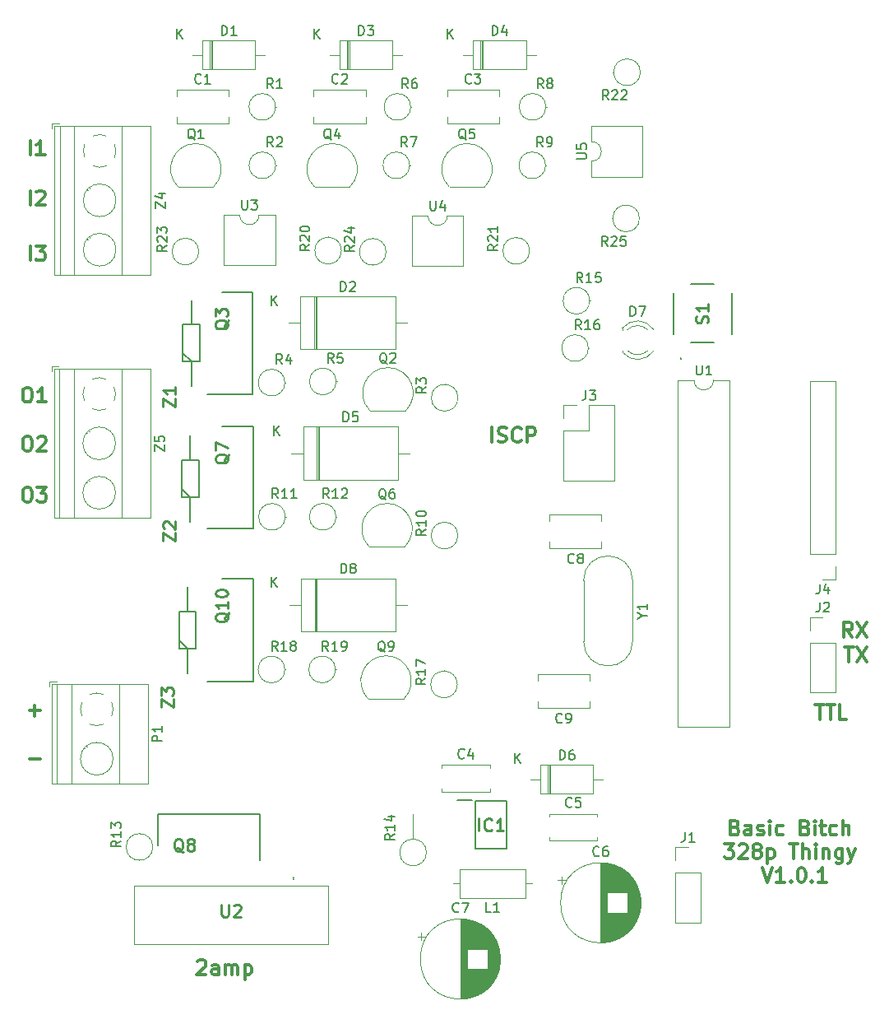
<source format=gbr>
%TF.GenerationSoftware,KiCad,Pcbnew,7.0.1*%
%TF.CreationDate,2023-05-14T18:13:28-07:00*%
%TF.ProjectId,BasicBitch328pThingy,42617369-6342-4697-9463-683332387054,rev?*%
%TF.SameCoordinates,Original*%
%TF.FileFunction,Legend,Top*%
%TF.FilePolarity,Positive*%
%FSLAX46Y46*%
G04 Gerber Fmt 4.6, Leading zero omitted, Abs format (unit mm)*
G04 Created by KiCad (PCBNEW 7.0.1) date 2023-05-14 18:13:28*
%MOMM*%
%LPD*%
G01*
G04 APERTURE LIST*
%ADD10C,0.300000*%
%ADD11C,0.150000*%
%ADD12C,0.254000*%
%ADD13C,0.120000*%
%ADD14C,0.200000*%
%ADD15C,0.100000*%
G04 APERTURE END LIST*
D10*
X91991122Y-85312039D02*
X92276836Y-85312039D01*
X92276836Y-85312039D02*
X92419693Y-85383468D01*
X92419693Y-85383468D02*
X92562550Y-85526325D01*
X92562550Y-85526325D02*
X92633979Y-85812039D01*
X92633979Y-85812039D02*
X92633979Y-86312039D01*
X92633979Y-86312039D02*
X92562550Y-86597753D01*
X92562550Y-86597753D02*
X92419693Y-86740611D01*
X92419693Y-86740611D02*
X92276836Y-86812039D01*
X92276836Y-86812039D02*
X91991122Y-86812039D01*
X91991122Y-86812039D02*
X91848265Y-86740611D01*
X91848265Y-86740611D02*
X91705407Y-86597753D01*
X91705407Y-86597753D02*
X91633979Y-86312039D01*
X91633979Y-86312039D02*
X91633979Y-85812039D01*
X91633979Y-85812039D02*
X91705407Y-85526325D01*
X91705407Y-85526325D02*
X91848265Y-85383468D01*
X91848265Y-85383468D02*
X91991122Y-85312039D01*
X94062551Y-86812039D02*
X93205408Y-86812039D01*
X93633979Y-86812039D02*
X93633979Y-85312039D01*
X93633979Y-85312039D02*
X93491122Y-85526325D01*
X93491122Y-85526325D02*
X93348265Y-85669182D01*
X93348265Y-85669182D02*
X93205408Y-85740611D01*
X176289841Y-112004739D02*
X177146984Y-112004739D01*
X176718412Y-113504739D02*
X176718412Y-112004739D01*
X177504126Y-112004739D02*
X178504126Y-113504739D01*
X178504126Y-112004739D02*
X177504126Y-113504739D01*
X177048653Y-110986438D02*
X176548653Y-110272152D01*
X176191510Y-110986438D02*
X176191510Y-109486438D01*
X176191510Y-109486438D02*
X176762939Y-109486438D01*
X176762939Y-109486438D02*
X176905796Y-109557867D01*
X176905796Y-109557867D02*
X176977225Y-109629295D01*
X176977225Y-109629295D02*
X177048653Y-109772152D01*
X177048653Y-109772152D02*
X177048653Y-109986438D01*
X177048653Y-109986438D02*
X176977225Y-110129295D01*
X176977225Y-110129295D02*
X176905796Y-110200724D01*
X176905796Y-110200724D02*
X176762939Y-110272152D01*
X176762939Y-110272152D02*
X176191510Y-110272152D01*
X177548653Y-109486438D02*
X178548653Y-110986438D01*
X178548653Y-109486438D02*
X177548653Y-110986438D01*
X92308659Y-118562244D02*
X93451517Y-118562244D01*
X92880088Y-119133672D02*
X92880088Y-117990815D01*
X91991122Y-95588428D02*
X92276836Y-95588428D01*
X92276836Y-95588428D02*
X92419693Y-95659857D01*
X92419693Y-95659857D02*
X92562550Y-95802714D01*
X92562550Y-95802714D02*
X92633979Y-96088428D01*
X92633979Y-96088428D02*
X92633979Y-96588428D01*
X92633979Y-96588428D02*
X92562550Y-96874142D01*
X92562550Y-96874142D02*
X92419693Y-97017000D01*
X92419693Y-97017000D02*
X92276836Y-97088428D01*
X92276836Y-97088428D02*
X91991122Y-97088428D01*
X91991122Y-97088428D02*
X91848265Y-97017000D01*
X91848265Y-97017000D02*
X91705407Y-96874142D01*
X91705407Y-96874142D02*
X91633979Y-96588428D01*
X91633979Y-96588428D02*
X91633979Y-96088428D01*
X91633979Y-96088428D02*
X91705407Y-95802714D01*
X91705407Y-95802714D02*
X91848265Y-95659857D01*
X91848265Y-95659857D02*
X91991122Y-95588428D01*
X93133979Y-95588428D02*
X94062551Y-95588428D01*
X94062551Y-95588428D02*
X93562551Y-96159857D01*
X93562551Y-96159857D02*
X93776836Y-96159857D01*
X93776836Y-96159857D02*
X93919694Y-96231285D01*
X93919694Y-96231285D02*
X93991122Y-96302714D01*
X93991122Y-96302714D02*
X94062551Y-96445571D01*
X94062551Y-96445571D02*
X94062551Y-96802714D01*
X94062551Y-96802714D02*
X93991122Y-96945571D01*
X93991122Y-96945571D02*
X93919694Y-97017000D01*
X93919694Y-97017000D02*
X93776836Y-97088428D01*
X93776836Y-97088428D02*
X93348265Y-97088428D01*
X93348265Y-97088428D02*
X93205408Y-97017000D01*
X93205408Y-97017000D02*
X93133979Y-96945571D01*
X92418563Y-72246056D02*
X92418563Y-70746056D01*
X92989992Y-70746056D02*
X93918564Y-70746056D01*
X93918564Y-70746056D02*
X93418564Y-71317485D01*
X93418564Y-71317485D02*
X93632849Y-71317485D01*
X93632849Y-71317485D02*
X93775707Y-71388913D01*
X93775707Y-71388913D02*
X93847135Y-71460342D01*
X93847135Y-71460342D02*
X93918564Y-71603199D01*
X93918564Y-71603199D02*
X93918564Y-71960342D01*
X93918564Y-71960342D02*
X93847135Y-72103199D01*
X93847135Y-72103199D02*
X93775707Y-72174628D01*
X93775707Y-72174628D02*
X93632849Y-72246056D01*
X93632849Y-72246056D02*
X93204278Y-72246056D01*
X93204278Y-72246056D02*
X93061421Y-72174628D01*
X93061421Y-72174628D02*
X92989992Y-72103199D01*
X92418563Y-61421704D02*
X92418563Y-59921704D01*
X93918564Y-61421704D02*
X93061421Y-61421704D01*
X93489992Y-61421704D02*
X93489992Y-59921704D01*
X93489992Y-59921704D02*
X93347135Y-60135990D01*
X93347135Y-60135990D02*
X93204278Y-60278847D01*
X93204278Y-60278847D02*
X93061421Y-60350276D01*
X139939554Y-90940370D02*
X139939554Y-89440370D01*
X140582412Y-90868942D02*
X140796698Y-90940370D01*
X140796698Y-90940370D02*
X141153840Y-90940370D01*
X141153840Y-90940370D02*
X141296698Y-90868942D01*
X141296698Y-90868942D02*
X141368126Y-90797513D01*
X141368126Y-90797513D02*
X141439555Y-90654656D01*
X141439555Y-90654656D02*
X141439555Y-90511799D01*
X141439555Y-90511799D02*
X141368126Y-90368942D01*
X141368126Y-90368942D02*
X141296698Y-90297513D01*
X141296698Y-90297513D02*
X141153840Y-90226084D01*
X141153840Y-90226084D02*
X140868126Y-90154656D01*
X140868126Y-90154656D02*
X140725269Y-90083227D01*
X140725269Y-90083227D02*
X140653840Y-90011799D01*
X140653840Y-90011799D02*
X140582412Y-89868942D01*
X140582412Y-89868942D02*
X140582412Y-89726084D01*
X140582412Y-89726084D02*
X140653840Y-89583227D01*
X140653840Y-89583227D02*
X140725269Y-89511799D01*
X140725269Y-89511799D02*
X140868126Y-89440370D01*
X140868126Y-89440370D02*
X141225269Y-89440370D01*
X141225269Y-89440370D02*
X141439555Y-89511799D01*
X142939554Y-90797513D02*
X142868126Y-90868942D01*
X142868126Y-90868942D02*
X142653840Y-90940370D01*
X142653840Y-90940370D02*
X142510983Y-90940370D01*
X142510983Y-90940370D02*
X142296697Y-90868942D01*
X142296697Y-90868942D02*
X142153840Y-90726084D01*
X142153840Y-90726084D02*
X142082411Y-90583227D01*
X142082411Y-90583227D02*
X142010983Y-90297513D01*
X142010983Y-90297513D02*
X142010983Y-90083227D01*
X142010983Y-90083227D02*
X142082411Y-89797513D01*
X142082411Y-89797513D02*
X142153840Y-89654656D01*
X142153840Y-89654656D02*
X142296697Y-89511799D01*
X142296697Y-89511799D02*
X142510983Y-89440370D01*
X142510983Y-89440370D02*
X142653840Y-89440370D01*
X142653840Y-89440370D02*
X142868126Y-89511799D01*
X142868126Y-89511799D02*
X142939554Y-89583227D01*
X143582411Y-90940370D02*
X143582411Y-89440370D01*
X143582411Y-89440370D02*
X144153840Y-89440370D01*
X144153840Y-89440370D02*
X144296697Y-89511799D01*
X144296697Y-89511799D02*
X144368126Y-89583227D01*
X144368126Y-89583227D02*
X144439554Y-89726084D01*
X144439554Y-89726084D02*
X144439554Y-89940370D01*
X144439554Y-89940370D02*
X144368126Y-90083227D01*
X144368126Y-90083227D02*
X144296697Y-90154656D01*
X144296697Y-90154656D02*
X144153840Y-90226084D01*
X144153840Y-90226084D02*
X143582411Y-90226084D01*
X173245085Y-117936857D02*
X174102228Y-117936857D01*
X173673656Y-119436857D02*
X173673656Y-117936857D01*
X174387942Y-117936857D02*
X175245085Y-117936857D01*
X174816513Y-119436857D02*
X174816513Y-117936857D01*
X176459370Y-119436857D02*
X175745084Y-119436857D01*
X175745084Y-119436857D02*
X175745084Y-117936857D01*
X92308659Y-123564110D02*
X93451517Y-123564110D01*
X92418563Y-66579879D02*
X92418563Y-65079879D01*
X93061421Y-65222736D02*
X93132849Y-65151308D01*
X93132849Y-65151308D02*
X93275707Y-65079879D01*
X93275707Y-65079879D02*
X93632849Y-65079879D01*
X93632849Y-65079879D02*
X93775707Y-65151308D01*
X93775707Y-65151308D02*
X93847135Y-65222736D01*
X93847135Y-65222736D02*
X93918564Y-65365593D01*
X93918564Y-65365593D02*
X93918564Y-65508451D01*
X93918564Y-65508451D02*
X93847135Y-65722736D01*
X93847135Y-65722736D02*
X92989992Y-66579879D01*
X92989992Y-66579879D02*
X93918564Y-66579879D01*
X164996896Y-130567304D02*
X165211182Y-130638732D01*
X165211182Y-130638732D02*
X165282611Y-130710161D01*
X165282611Y-130710161D02*
X165354039Y-130853018D01*
X165354039Y-130853018D02*
X165354039Y-131067304D01*
X165354039Y-131067304D02*
X165282611Y-131210161D01*
X165282611Y-131210161D02*
X165211182Y-131281590D01*
X165211182Y-131281590D02*
X165068325Y-131353018D01*
X165068325Y-131353018D02*
X164496896Y-131353018D01*
X164496896Y-131353018D02*
X164496896Y-129853018D01*
X164496896Y-129853018D02*
X164996896Y-129853018D01*
X164996896Y-129853018D02*
X165139754Y-129924447D01*
X165139754Y-129924447D02*
X165211182Y-129995875D01*
X165211182Y-129995875D02*
X165282611Y-130138732D01*
X165282611Y-130138732D02*
X165282611Y-130281590D01*
X165282611Y-130281590D02*
X165211182Y-130424447D01*
X165211182Y-130424447D02*
X165139754Y-130495875D01*
X165139754Y-130495875D02*
X164996896Y-130567304D01*
X164996896Y-130567304D02*
X164496896Y-130567304D01*
X166639754Y-131353018D02*
X166639754Y-130567304D01*
X166639754Y-130567304D02*
X166568325Y-130424447D01*
X166568325Y-130424447D02*
X166425468Y-130353018D01*
X166425468Y-130353018D02*
X166139754Y-130353018D01*
X166139754Y-130353018D02*
X165996896Y-130424447D01*
X166639754Y-131281590D02*
X166496896Y-131353018D01*
X166496896Y-131353018D02*
X166139754Y-131353018D01*
X166139754Y-131353018D02*
X165996896Y-131281590D01*
X165996896Y-131281590D02*
X165925468Y-131138732D01*
X165925468Y-131138732D02*
X165925468Y-130995875D01*
X165925468Y-130995875D02*
X165996896Y-130853018D01*
X165996896Y-130853018D02*
X166139754Y-130781590D01*
X166139754Y-130781590D02*
X166496896Y-130781590D01*
X166496896Y-130781590D02*
X166639754Y-130710161D01*
X167282611Y-131281590D02*
X167425468Y-131353018D01*
X167425468Y-131353018D02*
X167711182Y-131353018D01*
X167711182Y-131353018D02*
X167854039Y-131281590D01*
X167854039Y-131281590D02*
X167925468Y-131138732D01*
X167925468Y-131138732D02*
X167925468Y-131067304D01*
X167925468Y-131067304D02*
X167854039Y-130924447D01*
X167854039Y-130924447D02*
X167711182Y-130853018D01*
X167711182Y-130853018D02*
X167496897Y-130853018D01*
X167496897Y-130853018D02*
X167354039Y-130781590D01*
X167354039Y-130781590D02*
X167282611Y-130638732D01*
X167282611Y-130638732D02*
X167282611Y-130567304D01*
X167282611Y-130567304D02*
X167354039Y-130424447D01*
X167354039Y-130424447D02*
X167496897Y-130353018D01*
X167496897Y-130353018D02*
X167711182Y-130353018D01*
X167711182Y-130353018D02*
X167854039Y-130424447D01*
X168568325Y-131353018D02*
X168568325Y-130353018D01*
X168568325Y-129853018D02*
X168496897Y-129924447D01*
X168496897Y-129924447D02*
X168568325Y-129995875D01*
X168568325Y-129995875D02*
X168639754Y-129924447D01*
X168639754Y-129924447D02*
X168568325Y-129853018D01*
X168568325Y-129853018D02*
X168568325Y-129995875D01*
X169925469Y-131281590D02*
X169782611Y-131353018D01*
X169782611Y-131353018D02*
X169496897Y-131353018D01*
X169496897Y-131353018D02*
X169354040Y-131281590D01*
X169354040Y-131281590D02*
X169282611Y-131210161D01*
X169282611Y-131210161D02*
X169211183Y-131067304D01*
X169211183Y-131067304D02*
X169211183Y-130638732D01*
X169211183Y-130638732D02*
X169282611Y-130495875D01*
X169282611Y-130495875D02*
X169354040Y-130424447D01*
X169354040Y-130424447D02*
X169496897Y-130353018D01*
X169496897Y-130353018D02*
X169782611Y-130353018D01*
X169782611Y-130353018D02*
X169925469Y-130424447D01*
X172211182Y-130567304D02*
X172425468Y-130638732D01*
X172425468Y-130638732D02*
X172496897Y-130710161D01*
X172496897Y-130710161D02*
X172568325Y-130853018D01*
X172568325Y-130853018D02*
X172568325Y-131067304D01*
X172568325Y-131067304D02*
X172496897Y-131210161D01*
X172496897Y-131210161D02*
X172425468Y-131281590D01*
X172425468Y-131281590D02*
X172282611Y-131353018D01*
X172282611Y-131353018D02*
X171711182Y-131353018D01*
X171711182Y-131353018D02*
X171711182Y-129853018D01*
X171711182Y-129853018D02*
X172211182Y-129853018D01*
X172211182Y-129853018D02*
X172354040Y-129924447D01*
X172354040Y-129924447D02*
X172425468Y-129995875D01*
X172425468Y-129995875D02*
X172496897Y-130138732D01*
X172496897Y-130138732D02*
X172496897Y-130281590D01*
X172496897Y-130281590D02*
X172425468Y-130424447D01*
X172425468Y-130424447D02*
X172354040Y-130495875D01*
X172354040Y-130495875D02*
X172211182Y-130567304D01*
X172211182Y-130567304D02*
X171711182Y-130567304D01*
X173211182Y-131353018D02*
X173211182Y-130353018D01*
X173211182Y-129853018D02*
X173139754Y-129924447D01*
X173139754Y-129924447D02*
X173211182Y-129995875D01*
X173211182Y-129995875D02*
X173282611Y-129924447D01*
X173282611Y-129924447D02*
X173211182Y-129853018D01*
X173211182Y-129853018D02*
X173211182Y-129995875D01*
X173711183Y-130353018D02*
X174282611Y-130353018D01*
X173925468Y-129853018D02*
X173925468Y-131138732D01*
X173925468Y-131138732D02*
X173996897Y-131281590D01*
X173996897Y-131281590D02*
X174139754Y-131353018D01*
X174139754Y-131353018D02*
X174282611Y-131353018D01*
X175425469Y-131281590D02*
X175282611Y-131353018D01*
X175282611Y-131353018D02*
X174996897Y-131353018D01*
X174996897Y-131353018D02*
X174854040Y-131281590D01*
X174854040Y-131281590D02*
X174782611Y-131210161D01*
X174782611Y-131210161D02*
X174711183Y-131067304D01*
X174711183Y-131067304D02*
X174711183Y-130638732D01*
X174711183Y-130638732D02*
X174782611Y-130495875D01*
X174782611Y-130495875D02*
X174854040Y-130424447D01*
X174854040Y-130424447D02*
X174996897Y-130353018D01*
X174996897Y-130353018D02*
X175282611Y-130353018D01*
X175282611Y-130353018D02*
X175425469Y-130424447D01*
X176068325Y-131353018D02*
X176068325Y-129853018D01*
X176711183Y-131353018D02*
X176711183Y-130567304D01*
X176711183Y-130567304D02*
X176639754Y-130424447D01*
X176639754Y-130424447D02*
X176496897Y-130353018D01*
X176496897Y-130353018D02*
X176282611Y-130353018D01*
X176282611Y-130353018D02*
X176139754Y-130424447D01*
X176139754Y-130424447D02*
X176068325Y-130495875D01*
X163889754Y-132283018D02*
X164818326Y-132283018D01*
X164818326Y-132283018D02*
X164318326Y-132854447D01*
X164318326Y-132854447D02*
X164532611Y-132854447D01*
X164532611Y-132854447D02*
X164675469Y-132925875D01*
X164675469Y-132925875D02*
X164746897Y-132997304D01*
X164746897Y-132997304D02*
X164818326Y-133140161D01*
X164818326Y-133140161D02*
X164818326Y-133497304D01*
X164818326Y-133497304D02*
X164746897Y-133640161D01*
X164746897Y-133640161D02*
X164675469Y-133711590D01*
X164675469Y-133711590D02*
X164532611Y-133783018D01*
X164532611Y-133783018D02*
X164104040Y-133783018D01*
X164104040Y-133783018D02*
X163961183Y-133711590D01*
X163961183Y-133711590D02*
X163889754Y-133640161D01*
X165389754Y-132425875D02*
X165461182Y-132354447D01*
X165461182Y-132354447D02*
X165604040Y-132283018D01*
X165604040Y-132283018D02*
X165961182Y-132283018D01*
X165961182Y-132283018D02*
X166104040Y-132354447D01*
X166104040Y-132354447D02*
X166175468Y-132425875D01*
X166175468Y-132425875D02*
X166246897Y-132568732D01*
X166246897Y-132568732D02*
X166246897Y-132711590D01*
X166246897Y-132711590D02*
X166175468Y-132925875D01*
X166175468Y-132925875D02*
X165318325Y-133783018D01*
X165318325Y-133783018D02*
X166246897Y-133783018D01*
X167104039Y-132925875D02*
X166961182Y-132854447D01*
X166961182Y-132854447D02*
X166889753Y-132783018D01*
X166889753Y-132783018D02*
X166818325Y-132640161D01*
X166818325Y-132640161D02*
X166818325Y-132568732D01*
X166818325Y-132568732D02*
X166889753Y-132425875D01*
X166889753Y-132425875D02*
X166961182Y-132354447D01*
X166961182Y-132354447D02*
X167104039Y-132283018D01*
X167104039Y-132283018D02*
X167389753Y-132283018D01*
X167389753Y-132283018D02*
X167532611Y-132354447D01*
X167532611Y-132354447D02*
X167604039Y-132425875D01*
X167604039Y-132425875D02*
X167675468Y-132568732D01*
X167675468Y-132568732D02*
X167675468Y-132640161D01*
X167675468Y-132640161D02*
X167604039Y-132783018D01*
X167604039Y-132783018D02*
X167532611Y-132854447D01*
X167532611Y-132854447D02*
X167389753Y-132925875D01*
X167389753Y-132925875D02*
X167104039Y-132925875D01*
X167104039Y-132925875D02*
X166961182Y-132997304D01*
X166961182Y-132997304D02*
X166889753Y-133068732D01*
X166889753Y-133068732D02*
X166818325Y-133211590D01*
X166818325Y-133211590D02*
X166818325Y-133497304D01*
X166818325Y-133497304D02*
X166889753Y-133640161D01*
X166889753Y-133640161D02*
X166961182Y-133711590D01*
X166961182Y-133711590D02*
X167104039Y-133783018D01*
X167104039Y-133783018D02*
X167389753Y-133783018D01*
X167389753Y-133783018D02*
X167532611Y-133711590D01*
X167532611Y-133711590D02*
X167604039Y-133640161D01*
X167604039Y-133640161D02*
X167675468Y-133497304D01*
X167675468Y-133497304D02*
X167675468Y-133211590D01*
X167675468Y-133211590D02*
X167604039Y-133068732D01*
X167604039Y-133068732D02*
X167532611Y-132997304D01*
X167532611Y-132997304D02*
X167389753Y-132925875D01*
X168318324Y-132783018D02*
X168318324Y-134283018D01*
X168318324Y-132854447D02*
X168461182Y-132783018D01*
X168461182Y-132783018D02*
X168746896Y-132783018D01*
X168746896Y-132783018D02*
X168889753Y-132854447D01*
X168889753Y-132854447D02*
X168961182Y-132925875D01*
X168961182Y-132925875D02*
X169032610Y-133068732D01*
X169032610Y-133068732D02*
X169032610Y-133497304D01*
X169032610Y-133497304D02*
X168961182Y-133640161D01*
X168961182Y-133640161D02*
X168889753Y-133711590D01*
X168889753Y-133711590D02*
X168746896Y-133783018D01*
X168746896Y-133783018D02*
X168461182Y-133783018D01*
X168461182Y-133783018D02*
X168318324Y-133711590D01*
X170604039Y-132283018D02*
X171461182Y-132283018D01*
X171032610Y-133783018D02*
X171032610Y-132283018D01*
X171961181Y-133783018D02*
X171961181Y-132283018D01*
X172604039Y-133783018D02*
X172604039Y-132997304D01*
X172604039Y-132997304D02*
X172532610Y-132854447D01*
X172532610Y-132854447D02*
X172389753Y-132783018D01*
X172389753Y-132783018D02*
X172175467Y-132783018D01*
X172175467Y-132783018D02*
X172032610Y-132854447D01*
X172032610Y-132854447D02*
X171961181Y-132925875D01*
X173318324Y-133783018D02*
X173318324Y-132783018D01*
X173318324Y-132283018D02*
X173246896Y-132354447D01*
X173246896Y-132354447D02*
X173318324Y-132425875D01*
X173318324Y-132425875D02*
X173389753Y-132354447D01*
X173389753Y-132354447D02*
X173318324Y-132283018D01*
X173318324Y-132283018D02*
X173318324Y-132425875D01*
X174032610Y-132783018D02*
X174032610Y-133783018D01*
X174032610Y-132925875D02*
X174104039Y-132854447D01*
X174104039Y-132854447D02*
X174246896Y-132783018D01*
X174246896Y-132783018D02*
X174461182Y-132783018D01*
X174461182Y-132783018D02*
X174604039Y-132854447D01*
X174604039Y-132854447D02*
X174675468Y-132997304D01*
X174675468Y-132997304D02*
X174675468Y-133783018D01*
X176032611Y-132783018D02*
X176032611Y-133997304D01*
X176032611Y-133997304D02*
X175961182Y-134140161D01*
X175961182Y-134140161D02*
X175889753Y-134211590D01*
X175889753Y-134211590D02*
X175746896Y-134283018D01*
X175746896Y-134283018D02*
X175532611Y-134283018D01*
X175532611Y-134283018D02*
X175389753Y-134211590D01*
X176032611Y-133711590D02*
X175889753Y-133783018D01*
X175889753Y-133783018D02*
X175604039Y-133783018D01*
X175604039Y-133783018D02*
X175461182Y-133711590D01*
X175461182Y-133711590D02*
X175389753Y-133640161D01*
X175389753Y-133640161D02*
X175318325Y-133497304D01*
X175318325Y-133497304D02*
X175318325Y-133068732D01*
X175318325Y-133068732D02*
X175389753Y-132925875D01*
X175389753Y-132925875D02*
X175461182Y-132854447D01*
X175461182Y-132854447D02*
X175604039Y-132783018D01*
X175604039Y-132783018D02*
X175889753Y-132783018D01*
X175889753Y-132783018D02*
X176032611Y-132854447D01*
X176604039Y-132783018D02*
X176961182Y-133783018D01*
X177318325Y-132783018D02*
X176961182Y-133783018D01*
X176961182Y-133783018D02*
X176818325Y-134140161D01*
X176818325Y-134140161D02*
X176746896Y-134211590D01*
X176746896Y-134211590D02*
X176604039Y-134283018D01*
X167818326Y-134713018D02*
X168318326Y-136213018D01*
X168318326Y-136213018D02*
X168818326Y-134713018D01*
X170104040Y-136213018D02*
X169246897Y-136213018D01*
X169675468Y-136213018D02*
X169675468Y-134713018D01*
X169675468Y-134713018D02*
X169532611Y-134927304D01*
X169532611Y-134927304D02*
X169389754Y-135070161D01*
X169389754Y-135070161D02*
X169246897Y-135141590D01*
X170746896Y-136070161D02*
X170818325Y-136141590D01*
X170818325Y-136141590D02*
X170746896Y-136213018D01*
X170746896Y-136213018D02*
X170675468Y-136141590D01*
X170675468Y-136141590D02*
X170746896Y-136070161D01*
X170746896Y-136070161D02*
X170746896Y-136213018D01*
X171746897Y-134713018D02*
X171889754Y-134713018D01*
X171889754Y-134713018D02*
X172032611Y-134784447D01*
X172032611Y-134784447D02*
X172104040Y-134855875D01*
X172104040Y-134855875D02*
X172175468Y-134998732D01*
X172175468Y-134998732D02*
X172246897Y-135284447D01*
X172246897Y-135284447D02*
X172246897Y-135641590D01*
X172246897Y-135641590D02*
X172175468Y-135927304D01*
X172175468Y-135927304D02*
X172104040Y-136070161D01*
X172104040Y-136070161D02*
X172032611Y-136141590D01*
X172032611Y-136141590D02*
X171889754Y-136213018D01*
X171889754Y-136213018D02*
X171746897Y-136213018D01*
X171746897Y-136213018D02*
X171604040Y-136141590D01*
X171604040Y-136141590D02*
X171532611Y-136070161D01*
X171532611Y-136070161D02*
X171461182Y-135927304D01*
X171461182Y-135927304D02*
X171389754Y-135641590D01*
X171389754Y-135641590D02*
X171389754Y-135284447D01*
X171389754Y-135284447D02*
X171461182Y-134998732D01*
X171461182Y-134998732D02*
X171532611Y-134855875D01*
X171532611Y-134855875D02*
X171604040Y-134784447D01*
X171604040Y-134784447D02*
X171746897Y-134713018D01*
X172889753Y-136070161D02*
X172961182Y-136141590D01*
X172961182Y-136141590D02*
X172889753Y-136213018D01*
X172889753Y-136213018D02*
X172818325Y-136141590D01*
X172818325Y-136141590D02*
X172889753Y-136070161D01*
X172889753Y-136070161D02*
X172889753Y-136213018D01*
X174389754Y-136213018D02*
X173532611Y-136213018D01*
X173961182Y-136213018D02*
X173961182Y-134713018D01*
X173961182Y-134713018D02*
X173818325Y-134927304D01*
X173818325Y-134927304D02*
X173675468Y-135070161D01*
X173675468Y-135070161D02*
X173532611Y-135141590D01*
X91991122Y-90352982D02*
X92276836Y-90352982D01*
X92276836Y-90352982D02*
X92419693Y-90424411D01*
X92419693Y-90424411D02*
X92562550Y-90567268D01*
X92562550Y-90567268D02*
X92633979Y-90852982D01*
X92633979Y-90852982D02*
X92633979Y-91352982D01*
X92633979Y-91352982D02*
X92562550Y-91638696D01*
X92562550Y-91638696D02*
X92419693Y-91781554D01*
X92419693Y-91781554D02*
X92276836Y-91852982D01*
X92276836Y-91852982D02*
X91991122Y-91852982D01*
X91991122Y-91852982D02*
X91848265Y-91781554D01*
X91848265Y-91781554D02*
X91705407Y-91638696D01*
X91705407Y-91638696D02*
X91633979Y-91352982D01*
X91633979Y-91352982D02*
X91633979Y-90852982D01*
X91633979Y-90852982D02*
X91705407Y-90567268D01*
X91705407Y-90567268D02*
X91848265Y-90424411D01*
X91848265Y-90424411D02*
X91991122Y-90352982D01*
X93205408Y-90495839D02*
X93276836Y-90424411D01*
X93276836Y-90424411D02*
X93419694Y-90352982D01*
X93419694Y-90352982D02*
X93776836Y-90352982D01*
X93776836Y-90352982D02*
X93919694Y-90424411D01*
X93919694Y-90424411D02*
X93991122Y-90495839D01*
X93991122Y-90495839D02*
X94062551Y-90638696D01*
X94062551Y-90638696D02*
X94062551Y-90781554D01*
X94062551Y-90781554D02*
X93991122Y-90995839D01*
X93991122Y-90995839D02*
X93133979Y-91852982D01*
X93133979Y-91852982D02*
X94062551Y-91852982D01*
X109646072Y-144348946D02*
X109717500Y-144277518D01*
X109717500Y-144277518D02*
X109860358Y-144206089D01*
X109860358Y-144206089D02*
X110217500Y-144206089D01*
X110217500Y-144206089D02*
X110360358Y-144277518D01*
X110360358Y-144277518D02*
X110431786Y-144348946D01*
X110431786Y-144348946D02*
X110503215Y-144491803D01*
X110503215Y-144491803D02*
X110503215Y-144634661D01*
X110503215Y-144634661D02*
X110431786Y-144848946D01*
X110431786Y-144848946D02*
X109574643Y-145706089D01*
X109574643Y-145706089D02*
X110503215Y-145706089D01*
X111788929Y-145706089D02*
X111788929Y-144920375D01*
X111788929Y-144920375D02*
X111717500Y-144777518D01*
X111717500Y-144777518D02*
X111574643Y-144706089D01*
X111574643Y-144706089D02*
X111288929Y-144706089D01*
X111288929Y-144706089D02*
X111146071Y-144777518D01*
X111788929Y-145634661D02*
X111646071Y-145706089D01*
X111646071Y-145706089D02*
X111288929Y-145706089D01*
X111288929Y-145706089D02*
X111146071Y-145634661D01*
X111146071Y-145634661D02*
X111074643Y-145491803D01*
X111074643Y-145491803D02*
X111074643Y-145348946D01*
X111074643Y-145348946D02*
X111146071Y-145206089D01*
X111146071Y-145206089D02*
X111288929Y-145134661D01*
X111288929Y-145134661D02*
X111646071Y-145134661D01*
X111646071Y-145134661D02*
X111788929Y-145063232D01*
X112503214Y-145706089D02*
X112503214Y-144706089D01*
X112503214Y-144848946D02*
X112574643Y-144777518D01*
X112574643Y-144777518D02*
X112717500Y-144706089D01*
X112717500Y-144706089D02*
X112931786Y-144706089D01*
X112931786Y-144706089D02*
X113074643Y-144777518D01*
X113074643Y-144777518D02*
X113146072Y-144920375D01*
X113146072Y-144920375D02*
X113146072Y-145706089D01*
X113146072Y-144920375D02*
X113217500Y-144777518D01*
X113217500Y-144777518D02*
X113360357Y-144706089D01*
X113360357Y-144706089D02*
X113574643Y-144706089D01*
X113574643Y-144706089D02*
X113717500Y-144777518D01*
X113717500Y-144777518D02*
X113788929Y-144920375D01*
X113788929Y-144920375D02*
X113788929Y-145706089D01*
X114503214Y-144706089D02*
X114503214Y-146206089D01*
X114503214Y-144777518D02*
X114646072Y-144706089D01*
X114646072Y-144706089D02*
X114931786Y-144706089D01*
X114931786Y-144706089D02*
X115074643Y-144777518D01*
X115074643Y-144777518D02*
X115146072Y-144848946D01*
X115146072Y-144848946D02*
X115217500Y-144991803D01*
X115217500Y-144991803D02*
X115217500Y-145420375D01*
X115217500Y-145420375D02*
X115146072Y-145563232D01*
X115146072Y-145563232D02*
X115074643Y-145634661D01*
X115074643Y-145634661D02*
X114931786Y-145706089D01*
X114931786Y-145706089D02*
X114646072Y-145706089D01*
X114646072Y-145706089D02*
X114503214Y-145634661D01*
D11*
%TO.C,Q4*%
X123406161Y-59821057D02*
X123310923Y-59773438D01*
X123310923Y-59773438D02*
X123215685Y-59678200D01*
X123215685Y-59678200D02*
X123072828Y-59535342D01*
X123072828Y-59535342D02*
X122977590Y-59487723D01*
X122977590Y-59487723D02*
X122882352Y-59487723D01*
X122929971Y-59725819D02*
X122834733Y-59678200D01*
X122834733Y-59678200D02*
X122739495Y-59582961D01*
X122739495Y-59582961D02*
X122691876Y-59392485D01*
X122691876Y-59392485D02*
X122691876Y-59059152D01*
X122691876Y-59059152D02*
X122739495Y-58868676D01*
X122739495Y-58868676D02*
X122834733Y-58773438D01*
X122834733Y-58773438D02*
X122929971Y-58725819D01*
X122929971Y-58725819D02*
X123120447Y-58725819D01*
X123120447Y-58725819D02*
X123215685Y-58773438D01*
X123215685Y-58773438D02*
X123310923Y-58868676D01*
X123310923Y-58868676D02*
X123358542Y-59059152D01*
X123358542Y-59059152D02*
X123358542Y-59392485D01*
X123358542Y-59392485D02*
X123310923Y-59582961D01*
X123310923Y-59582961D02*
X123215685Y-59678200D01*
X123215685Y-59678200D02*
X123120447Y-59725819D01*
X123120447Y-59725819D02*
X122929971Y-59725819D01*
X124215685Y-59059152D02*
X124215685Y-59725819D01*
X123977590Y-58678200D02*
X123739495Y-59392485D01*
X123739495Y-59392485D02*
X124358542Y-59392485D01*
%TO.C,R12*%
X123156642Y-96710019D02*
X122823309Y-96233828D01*
X122585214Y-96710019D02*
X122585214Y-95710019D01*
X122585214Y-95710019D02*
X122966166Y-95710019D01*
X122966166Y-95710019D02*
X123061404Y-95757638D01*
X123061404Y-95757638D02*
X123109023Y-95805257D01*
X123109023Y-95805257D02*
X123156642Y-95900495D01*
X123156642Y-95900495D02*
X123156642Y-96043352D01*
X123156642Y-96043352D02*
X123109023Y-96138590D01*
X123109023Y-96138590D02*
X123061404Y-96186209D01*
X123061404Y-96186209D02*
X122966166Y-96233828D01*
X122966166Y-96233828D02*
X122585214Y-96233828D01*
X124109023Y-96710019D02*
X123537595Y-96710019D01*
X123823309Y-96710019D02*
X123823309Y-95710019D01*
X123823309Y-95710019D02*
X123728071Y-95852876D01*
X123728071Y-95852876D02*
X123632833Y-95948114D01*
X123632833Y-95948114D02*
X123537595Y-95995733D01*
X124489976Y-95805257D02*
X124537595Y-95757638D01*
X124537595Y-95757638D02*
X124632833Y-95710019D01*
X124632833Y-95710019D02*
X124870928Y-95710019D01*
X124870928Y-95710019D02*
X124966166Y-95757638D01*
X124966166Y-95757638D02*
X125013785Y-95805257D01*
X125013785Y-95805257D02*
X125061404Y-95900495D01*
X125061404Y-95900495D02*
X125061404Y-95995733D01*
X125061404Y-95995733D02*
X125013785Y-96138590D01*
X125013785Y-96138590D02*
X124442357Y-96710019D01*
X124442357Y-96710019D02*
X125061404Y-96710019D01*
%TO.C,P1*%
X105989919Y-121697994D02*
X104989919Y-121697994D01*
X104989919Y-121697994D02*
X104989919Y-121317042D01*
X104989919Y-121317042D02*
X105037538Y-121221804D01*
X105037538Y-121221804D02*
X105085157Y-121174185D01*
X105085157Y-121174185D02*
X105180395Y-121126566D01*
X105180395Y-121126566D02*
X105323252Y-121126566D01*
X105323252Y-121126566D02*
X105418490Y-121174185D01*
X105418490Y-121174185D02*
X105466109Y-121221804D01*
X105466109Y-121221804D02*
X105513728Y-121317042D01*
X105513728Y-121317042D02*
X105513728Y-121697994D01*
X105989919Y-120174185D02*
X105989919Y-120745613D01*
X105989919Y-120459899D02*
X104989919Y-120459899D01*
X104989919Y-120459899D02*
X105132776Y-120555137D01*
X105132776Y-120555137D02*
X105228014Y-120650375D01*
X105228014Y-120650375D02*
X105275633Y-120745613D01*
%TO.C,J4*%
X173673466Y-105536019D02*
X173673466Y-106250304D01*
X173673466Y-106250304D02*
X173625847Y-106393161D01*
X173625847Y-106393161D02*
X173530609Y-106488400D01*
X173530609Y-106488400D02*
X173387752Y-106536019D01*
X173387752Y-106536019D02*
X173292514Y-106536019D01*
X174578228Y-105869352D02*
X174578228Y-106536019D01*
X174340133Y-105488400D02*
X174102038Y-106202685D01*
X174102038Y-106202685D02*
X174721085Y-106202685D01*
%TO.C,C5*%
X148161933Y-128396380D02*
X148114314Y-128444000D01*
X148114314Y-128444000D02*
X147971457Y-128491619D01*
X147971457Y-128491619D02*
X147876219Y-128491619D01*
X147876219Y-128491619D02*
X147733362Y-128444000D01*
X147733362Y-128444000D02*
X147638124Y-128348761D01*
X147638124Y-128348761D02*
X147590505Y-128253523D01*
X147590505Y-128253523D02*
X147542886Y-128063047D01*
X147542886Y-128063047D02*
X147542886Y-127920190D01*
X147542886Y-127920190D02*
X147590505Y-127729714D01*
X147590505Y-127729714D02*
X147638124Y-127634476D01*
X147638124Y-127634476D02*
X147733362Y-127539238D01*
X147733362Y-127539238D02*
X147876219Y-127491619D01*
X147876219Y-127491619D02*
X147971457Y-127491619D01*
X147971457Y-127491619D02*
X148114314Y-127539238D01*
X148114314Y-127539238D02*
X148161933Y-127586857D01*
X149066695Y-127491619D02*
X148590505Y-127491619D01*
X148590505Y-127491619D02*
X148542886Y-127967809D01*
X148542886Y-127967809D02*
X148590505Y-127920190D01*
X148590505Y-127920190D02*
X148685743Y-127872571D01*
X148685743Y-127872571D02*
X148923838Y-127872571D01*
X148923838Y-127872571D02*
X149019076Y-127920190D01*
X149019076Y-127920190D02*
X149066695Y-127967809D01*
X149066695Y-127967809D02*
X149114314Y-128063047D01*
X149114314Y-128063047D02*
X149114314Y-128301142D01*
X149114314Y-128301142D02*
X149066695Y-128396380D01*
X149066695Y-128396380D02*
X149019076Y-128444000D01*
X149019076Y-128444000D02*
X148923838Y-128491619D01*
X148923838Y-128491619D02*
X148685743Y-128491619D01*
X148685743Y-128491619D02*
X148590505Y-128444000D01*
X148590505Y-128444000D02*
X148542886Y-128396380D01*
%TO.C,C7*%
X136529533Y-139216480D02*
X136481914Y-139264100D01*
X136481914Y-139264100D02*
X136339057Y-139311719D01*
X136339057Y-139311719D02*
X136243819Y-139311719D01*
X136243819Y-139311719D02*
X136100962Y-139264100D01*
X136100962Y-139264100D02*
X136005724Y-139168861D01*
X136005724Y-139168861D02*
X135958105Y-139073623D01*
X135958105Y-139073623D02*
X135910486Y-138883147D01*
X135910486Y-138883147D02*
X135910486Y-138740290D01*
X135910486Y-138740290D02*
X135958105Y-138549814D01*
X135958105Y-138549814D02*
X136005724Y-138454576D01*
X136005724Y-138454576D02*
X136100962Y-138359338D01*
X136100962Y-138359338D02*
X136243819Y-138311719D01*
X136243819Y-138311719D02*
X136339057Y-138311719D01*
X136339057Y-138311719D02*
X136481914Y-138359338D01*
X136481914Y-138359338D02*
X136529533Y-138406957D01*
X136862867Y-138311719D02*
X137529533Y-138311719D01*
X137529533Y-138311719D02*
X137100962Y-139311719D01*
%TO.C,R15*%
X149268242Y-74487019D02*
X148934909Y-74010828D01*
X148696814Y-74487019D02*
X148696814Y-73487019D01*
X148696814Y-73487019D02*
X149077766Y-73487019D01*
X149077766Y-73487019D02*
X149173004Y-73534638D01*
X149173004Y-73534638D02*
X149220623Y-73582257D01*
X149220623Y-73582257D02*
X149268242Y-73677495D01*
X149268242Y-73677495D02*
X149268242Y-73820352D01*
X149268242Y-73820352D02*
X149220623Y-73915590D01*
X149220623Y-73915590D02*
X149173004Y-73963209D01*
X149173004Y-73963209D02*
X149077766Y-74010828D01*
X149077766Y-74010828D02*
X148696814Y-74010828D01*
X150220623Y-74487019D02*
X149649195Y-74487019D01*
X149934909Y-74487019D02*
X149934909Y-73487019D01*
X149934909Y-73487019D02*
X149839671Y-73629876D01*
X149839671Y-73629876D02*
X149744433Y-73725114D01*
X149744433Y-73725114D02*
X149649195Y-73772733D01*
X151125385Y-73487019D02*
X150649195Y-73487019D01*
X150649195Y-73487019D02*
X150601576Y-73963209D01*
X150601576Y-73963209D02*
X150649195Y-73915590D01*
X150649195Y-73915590D02*
X150744433Y-73867971D01*
X150744433Y-73867971D02*
X150982528Y-73867971D01*
X150982528Y-73867971D02*
X151077766Y-73915590D01*
X151077766Y-73915590D02*
X151125385Y-73963209D01*
X151125385Y-73963209D02*
X151173004Y-74058447D01*
X151173004Y-74058447D02*
X151173004Y-74296542D01*
X151173004Y-74296542D02*
X151125385Y-74391780D01*
X151125385Y-74391780D02*
X151077766Y-74439400D01*
X151077766Y-74439400D02*
X150982528Y-74487019D01*
X150982528Y-74487019D02*
X150744433Y-74487019D01*
X150744433Y-74487019D02*
X150649195Y-74439400D01*
X150649195Y-74439400D02*
X150601576Y-74391780D01*
%TO.C,D2*%
X124375205Y-75414519D02*
X124375205Y-74414519D01*
X124375205Y-74414519D02*
X124613300Y-74414519D01*
X124613300Y-74414519D02*
X124756157Y-74462138D01*
X124756157Y-74462138D02*
X124851395Y-74557376D01*
X124851395Y-74557376D02*
X124899014Y-74652614D01*
X124899014Y-74652614D02*
X124946633Y-74843090D01*
X124946633Y-74843090D02*
X124946633Y-74985947D01*
X124946633Y-74985947D02*
X124899014Y-75176423D01*
X124899014Y-75176423D02*
X124851395Y-75271661D01*
X124851395Y-75271661D02*
X124756157Y-75366900D01*
X124756157Y-75366900D02*
X124613300Y-75414519D01*
X124613300Y-75414519D02*
X124375205Y-75414519D01*
X125327586Y-74509757D02*
X125375205Y-74462138D01*
X125375205Y-74462138D02*
X125470443Y-74414519D01*
X125470443Y-74414519D02*
X125708538Y-74414519D01*
X125708538Y-74414519D02*
X125803776Y-74462138D01*
X125803776Y-74462138D02*
X125851395Y-74509757D01*
X125851395Y-74509757D02*
X125899014Y-74604995D01*
X125899014Y-74604995D02*
X125899014Y-74700233D01*
X125899014Y-74700233D02*
X125851395Y-74843090D01*
X125851395Y-74843090D02*
X125279967Y-75414519D01*
X125279967Y-75414519D02*
X125899014Y-75414519D01*
X117231395Y-76839519D02*
X117231395Y-75839519D01*
X117802823Y-76839519D02*
X117374252Y-76268090D01*
X117802823Y-75839519D02*
X117231395Y-76410947D01*
D12*
%TO.C,Z1*%
X106108305Y-87246765D02*
X106108305Y-86400098D01*
X106108305Y-86400098D02*
X107378305Y-87246765D01*
X107378305Y-87246765D02*
X107378305Y-86400098D01*
X107378305Y-85251050D02*
X107378305Y-85976765D01*
X107378305Y-85613908D02*
X106108305Y-85613908D01*
X106108305Y-85613908D02*
X106289733Y-85734860D01*
X106289733Y-85734860D02*
X106410686Y-85855812D01*
X106410686Y-85855812D02*
X106471162Y-85976765D01*
D11*
%TO.C,R8*%
X145230133Y-54545519D02*
X144896800Y-54069328D01*
X144658705Y-54545519D02*
X144658705Y-53545519D01*
X144658705Y-53545519D02*
X145039657Y-53545519D01*
X145039657Y-53545519D02*
X145134895Y-53593138D01*
X145134895Y-53593138D02*
X145182514Y-53640757D01*
X145182514Y-53640757D02*
X145230133Y-53735995D01*
X145230133Y-53735995D02*
X145230133Y-53878852D01*
X145230133Y-53878852D02*
X145182514Y-53974090D01*
X145182514Y-53974090D02*
X145134895Y-54021709D01*
X145134895Y-54021709D02*
X145039657Y-54069328D01*
X145039657Y-54069328D02*
X144658705Y-54069328D01*
X145801562Y-53974090D02*
X145706324Y-53926471D01*
X145706324Y-53926471D02*
X145658705Y-53878852D01*
X145658705Y-53878852D02*
X145611086Y-53783614D01*
X145611086Y-53783614D02*
X145611086Y-53735995D01*
X145611086Y-53735995D02*
X145658705Y-53640757D01*
X145658705Y-53640757D02*
X145706324Y-53593138D01*
X145706324Y-53593138D02*
X145801562Y-53545519D01*
X145801562Y-53545519D02*
X145992038Y-53545519D01*
X145992038Y-53545519D02*
X146087276Y-53593138D01*
X146087276Y-53593138D02*
X146134895Y-53640757D01*
X146134895Y-53640757D02*
X146182514Y-53735995D01*
X146182514Y-53735995D02*
X146182514Y-53783614D01*
X146182514Y-53783614D02*
X146134895Y-53878852D01*
X146134895Y-53878852D02*
X146087276Y-53926471D01*
X146087276Y-53926471D02*
X145992038Y-53974090D01*
X145992038Y-53974090D02*
X145801562Y-53974090D01*
X145801562Y-53974090D02*
X145706324Y-54021709D01*
X145706324Y-54021709D02*
X145658705Y-54069328D01*
X145658705Y-54069328D02*
X145611086Y-54164566D01*
X145611086Y-54164566D02*
X145611086Y-54355042D01*
X145611086Y-54355042D02*
X145658705Y-54450280D01*
X145658705Y-54450280D02*
X145706324Y-54497900D01*
X145706324Y-54497900D02*
X145801562Y-54545519D01*
X145801562Y-54545519D02*
X145992038Y-54545519D01*
X145992038Y-54545519D02*
X146087276Y-54497900D01*
X146087276Y-54497900D02*
X146134895Y-54450280D01*
X146134895Y-54450280D02*
X146182514Y-54355042D01*
X146182514Y-54355042D02*
X146182514Y-54164566D01*
X146182514Y-54164566D02*
X146134895Y-54069328D01*
X146134895Y-54069328D02*
X146087276Y-54021709D01*
X146087276Y-54021709D02*
X145992038Y-53974090D01*
D12*
%TO.C,S1*%
X162153150Y-78675219D02*
X162213626Y-78493790D01*
X162213626Y-78493790D02*
X162213626Y-78191409D01*
X162213626Y-78191409D02*
X162153150Y-78070457D01*
X162153150Y-78070457D02*
X162092673Y-78009981D01*
X162092673Y-78009981D02*
X161971721Y-77949504D01*
X161971721Y-77949504D02*
X161850769Y-77949504D01*
X161850769Y-77949504D02*
X161729816Y-78009981D01*
X161729816Y-78009981D02*
X161669340Y-78070457D01*
X161669340Y-78070457D02*
X161608864Y-78191409D01*
X161608864Y-78191409D02*
X161548388Y-78433314D01*
X161548388Y-78433314D02*
X161487911Y-78554266D01*
X161487911Y-78554266D02*
X161427435Y-78614743D01*
X161427435Y-78614743D02*
X161306483Y-78675219D01*
X161306483Y-78675219D02*
X161185530Y-78675219D01*
X161185530Y-78675219D02*
X161064578Y-78614743D01*
X161064578Y-78614743D02*
X161004102Y-78554266D01*
X161004102Y-78554266D02*
X160943626Y-78433314D01*
X160943626Y-78433314D02*
X160943626Y-78130933D01*
X160943626Y-78130933D02*
X161004102Y-77949504D01*
X162213626Y-76739980D02*
X162213626Y-77465695D01*
X162213626Y-77102838D02*
X160943626Y-77102838D01*
X160943626Y-77102838D02*
X161125054Y-77223790D01*
X161125054Y-77223790D02*
X161246007Y-77344742D01*
X161246007Y-77344742D02*
X161306483Y-77465695D01*
D11*
%TO.C,R23*%
X106481819Y-70706257D02*
X106005628Y-71039590D01*
X106481819Y-71277685D02*
X105481819Y-71277685D01*
X105481819Y-71277685D02*
X105481819Y-70896733D01*
X105481819Y-70896733D02*
X105529438Y-70801495D01*
X105529438Y-70801495D02*
X105577057Y-70753876D01*
X105577057Y-70753876D02*
X105672295Y-70706257D01*
X105672295Y-70706257D02*
X105815152Y-70706257D01*
X105815152Y-70706257D02*
X105910390Y-70753876D01*
X105910390Y-70753876D02*
X105958009Y-70801495D01*
X105958009Y-70801495D02*
X106005628Y-70896733D01*
X106005628Y-70896733D02*
X106005628Y-71277685D01*
X105577057Y-70325304D02*
X105529438Y-70277685D01*
X105529438Y-70277685D02*
X105481819Y-70182447D01*
X105481819Y-70182447D02*
X105481819Y-69944352D01*
X105481819Y-69944352D02*
X105529438Y-69849114D01*
X105529438Y-69849114D02*
X105577057Y-69801495D01*
X105577057Y-69801495D02*
X105672295Y-69753876D01*
X105672295Y-69753876D02*
X105767533Y-69753876D01*
X105767533Y-69753876D02*
X105910390Y-69801495D01*
X105910390Y-69801495D02*
X106481819Y-70372923D01*
X106481819Y-70372923D02*
X106481819Y-69753876D01*
X105481819Y-69420542D02*
X105481819Y-68801495D01*
X105481819Y-68801495D02*
X105862771Y-69134828D01*
X105862771Y-69134828D02*
X105862771Y-68991971D01*
X105862771Y-68991971D02*
X105910390Y-68896733D01*
X105910390Y-68896733D02*
X105958009Y-68849114D01*
X105958009Y-68849114D02*
X106053247Y-68801495D01*
X106053247Y-68801495D02*
X106291342Y-68801495D01*
X106291342Y-68801495D02*
X106386580Y-68849114D01*
X106386580Y-68849114D02*
X106434200Y-68896733D01*
X106434200Y-68896733D02*
X106481819Y-68991971D01*
X106481819Y-68991971D02*
X106481819Y-69277685D01*
X106481819Y-69277685D02*
X106434200Y-69372923D01*
X106434200Y-69372923D02*
X106386580Y-69420542D01*
D12*
%TO.C,Q10*%
X112860278Y-108477614D02*
X112799802Y-108598566D01*
X112799802Y-108598566D02*
X112678850Y-108719519D01*
X112678850Y-108719519D02*
X112497421Y-108900947D01*
X112497421Y-108900947D02*
X112436945Y-109021900D01*
X112436945Y-109021900D02*
X112436945Y-109142852D01*
X112739326Y-109082376D02*
X112678850Y-109203328D01*
X112678850Y-109203328D02*
X112557897Y-109324281D01*
X112557897Y-109324281D02*
X112315992Y-109384757D01*
X112315992Y-109384757D02*
X111892659Y-109384757D01*
X111892659Y-109384757D02*
X111650754Y-109324281D01*
X111650754Y-109324281D02*
X111529802Y-109203328D01*
X111529802Y-109203328D02*
X111469326Y-109082376D01*
X111469326Y-109082376D02*
X111469326Y-108840471D01*
X111469326Y-108840471D02*
X111529802Y-108719519D01*
X111529802Y-108719519D02*
X111650754Y-108598566D01*
X111650754Y-108598566D02*
X111892659Y-108538090D01*
X111892659Y-108538090D02*
X112315992Y-108538090D01*
X112315992Y-108538090D02*
X112557897Y-108598566D01*
X112557897Y-108598566D02*
X112678850Y-108719519D01*
X112678850Y-108719519D02*
X112739326Y-108840471D01*
X112739326Y-108840471D02*
X112739326Y-109082376D01*
X112739326Y-107328566D02*
X112739326Y-108054281D01*
X112739326Y-107691424D02*
X111469326Y-107691424D01*
X111469326Y-107691424D02*
X111650754Y-107812376D01*
X111650754Y-107812376D02*
X111771707Y-107933328D01*
X111771707Y-107933328D02*
X111832183Y-108054281D01*
X111469326Y-106542376D02*
X111469326Y-106421423D01*
X111469326Y-106421423D02*
X111529802Y-106300471D01*
X111529802Y-106300471D02*
X111590278Y-106239995D01*
X111590278Y-106239995D02*
X111711230Y-106179519D01*
X111711230Y-106179519D02*
X111953135Y-106119042D01*
X111953135Y-106119042D02*
X112255516Y-106119042D01*
X112255516Y-106119042D02*
X112497421Y-106179519D01*
X112497421Y-106179519D02*
X112618373Y-106239995D01*
X112618373Y-106239995D02*
X112678850Y-106300471D01*
X112678850Y-106300471D02*
X112739326Y-106421423D01*
X112739326Y-106421423D02*
X112739326Y-106542376D01*
X112739326Y-106542376D02*
X112678850Y-106663328D01*
X112678850Y-106663328D02*
X112618373Y-106723804D01*
X112618373Y-106723804D02*
X112497421Y-106784281D01*
X112497421Y-106784281D02*
X112255516Y-106844757D01*
X112255516Y-106844757D02*
X111953135Y-106844757D01*
X111953135Y-106844757D02*
X111711230Y-106784281D01*
X111711230Y-106784281D02*
X111590278Y-106723804D01*
X111590278Y-106723804D02*
X111529802Y-106663328D01*
X111529802Y-106663328D02*
X111469326Y-106542376D01*
D11*
%TO.C,C6*%
X150972433Y-133432380D02*
X150924814Y-133480000D01*
X150924814Y-133480000D02*
X150781957Y-133527619D01*
X150781957Y-133527619D02*
X150686719Y-133527619D01*
X150686719Y-133527619D02*
X150543862Y-133480000D01*
X150543862Y-133480000D02*
X150448624Y-133384761D01*
X150448624Y-133384761D02*
X150401005Y-133289523D01*
X150401005Y-133289523D02*
X150353386Y-133099047D01*
X150353386Y-133099047D02*
X150353386Y-132956190D01*
X150353386Y-132956190D02*
X150401005Y-132765714D01*
X150401005Y-132765714D02*
X150448624Y-132670476D01*
X150448624Y-132670476D02*
X150543862Y-132575238D01*
X150543862Y-132575238D02*
X150686719Y-132527619D01*
X150686719Y-132527619D02*
X150781957Y-132527619D01*
X150781957Y-132527619D02*
X150924814Y-132575238D01*
X150924814Y-132575238D02*
X150972433Y-132622857D01*
X151829576Y-132527619D02*
X151639100Y-132527619D01*
X151639100Y-132527619D02*
X151543862Y-132575238D01*
X151543862Y-132575238D02*
X151496243Y-132622857D01*
X151496243Y-132622857D02*
X151401005Y-132765714D01*
X151401005Y-132765714D02*
X151353386Y-132956190D01*
X151353386Y-132956190D02*
X151353386Y-133337142D01*
X151353386Y-133337142D02*
X151401005Y-133432380D01*
X151401005Y-133432380D02*
X151448624Y-133480000D01*
X151448624Y-133480000D02*
X151543862Y-133527619D01*
X151543862Y-133527619D02*
X151734338Y-133527619D01*
X151734338Y-133527619D02*
X151829576Y-133480000D01*
X151829576Y-133480000D02*
X151877195Y-133432380D01*
X151877195Y-133432380D02*
X151924814Y-133337142D01*
X151924814Y-133337142D02*
X151924814Y-133099047D01*
X151924814Y-133099047D02*
X151877195Y-133003809D01*
X151877195Y-133003809D02*
X151829576Y-132956190D01*
X151829576Y-132956190D02*
X151734338Y-132908571D01*
X151734338Y-132908571D02*
X151543862Y-132908571D01*
X151543862Y-132908571D02*
X151448624Y-132956190D01*
X151448624Y-132956190D02*
X151401005Y-133003809D01*
X151401005Y-133003809D02*
X151353386Y-133099047D01*
D12*
%TO.C,Q7*%
X112881478Y-92169752D02*
X112821002Y-92290704D01*
X112821002Y-92290704D02*
X112700050Y-92411657D01*
X112700050Y-92411657D02*
X112518621Y-92593085D01*
X112518621Y-92593085D02*
X112458145Y-92714038D01*
X112458145Y-92714038D02*
X112458145Y-92834990D01*
X112760526Y-92774514D02*
X112700050Y-92895466D01*
X112700050Y-92895466D02*
X112579097Y-93016419D01*
X112579097Y-93016419D02*
X112337192Y-93076895D01*
X112337192Y-93076895D02*
X111913859Y-93076895D01*
X111913859Y-93076895D02*
X111671954Y-93016419D01*
X111671954Y-93016419D02*
X111551002Y-92895466D01*
X111551002Y-92895466D02*
X111490526Y-92774514D01*
X111490526Y-92774514D02*
X111490526Y-92532609D01*
X111490526Y-92532609D02*
X111551002Y-92411657D01*
X111551002Y-92411657D02*
X111671954Y-92290704D01*
X111671954Y-92290704D02*
X111913859Y-92230228D01*
X111913859Y-92230228D02*
X112337192Y-92230228D01*
X112337192Y-92230228D02*
X112579097Y-92290704D01*
X112579097Y-92290704D02*
X112700050Y-92411657D01*
X112700050Y-92411657D02*
X112760526Y-92532609D01*
X112760526Y-92532609D02*
X112760526Y-92774514D01*
X111490526Y-91806895D02*
X111490526Y-90960228D01*
X111490526Y-90960228D02*
X112760526Y-91504514D01*
D11*
%TO.C,R13*%
X101753719Y-131949357D02*
X101277528Y-132282690D01*
X101753719Y-132520785D02*
X100753719Y-132520785D01*
X100753719Y-132520785D02*
X100753719Y-132139833D01*
X100753719Y-132139833D02*
X100801338Y-132044595D01*
X100801338Y-132044595D02*
X100848957Y-131996976D01*
X100848957Y-131996976D02*
X100944195Y-131949357D01*
X100944195Y-131949357D02*
X101087052Y-131949357D01*
X101087052Y-131949357D02*
X101182290Y-131996976D01*
X101182290Y-131996976D02*
X101229909Y-132044595D01*
X101229909Y-132044595D02*
X101277528Y-132139833D01*
X101277528Y-132139833D02*
X101277528Y-132520785D01*
X101753719Y-130996976D02*
X101753719Y-131568404D01*
X101753719Y-131282690D02*
X100753719Y-131282690D01*
X100753719Y-131282690D02*
X100896576Y-131377928D01*
X100896576Y-131377928D02*
X100991814Y-131473166D01*
X100991814Y-131473166D02*
X101039433Y-131568404D01*
X100753719Y-130663642D02*
X100753719Y-130044595D01*
X100753719Y-130044595D02*
X101134671Y-130377928D01*
X101134671Y-130377928D02*
X101134671Y-130235071D01*
X101134671Y-130235071D02*
X101182290Y-130139833D01*
X101182290Y-130139833D02*
X101229909Y-130092214D01*
X101229909Y-130092214D02*
X101325147Y-130044595D01*
X101325147Y-130044595D02*
X101563242Y-130044595D01*
X101563242Y-130044595D02*
X101658480Y-130092214D01*
X101658480Y-130092214D02*
X101706100Y-130139833D01*
X101706100Y-130139833D02*
X101753719Y-130235071D01*
X101753719Y-130235071D02*
X101753719Y-130520785D01*
X101753719Y-130520785D02*
X101706100Y-130616023D01*
X101706100Y-130616023D02*
X101658480Y-130663642D01*
%TO.C,R11*%
X117928342Y-96710019D02*
X117595009Y-96233828D01*
X117356914Y-96710019D02*
X117356914Y-95710019D01*
X117356914Y-95710019D02*
X117737866Y-95710019D01*
X117737866Y-95710019D02*
X117833104Y-95757638D01*
X117833104Y-95757638D02*
X117880723Y-95805257D01*
X117880723Y-95805257D02*
X117928342Y-95900495D01*
X117928342Y-95900495D02*
X117928342Y-96043352D01*
X117928342Y-96043352D02*
X117880723Y-96138590D01*
X117880723Y-96138590D02*
X117833104Y-96186209D01*
X117833104Y-96186209D02*
X117737866Y-96233828D01*
X117737866Y-96233828D02*
X117356914Y-96233828D01*
X118880723Y-96710019D02*
X118309295Y-96710019D01*
X118595009Y-96710019D02*
X118595009Y-95710019D01*
X118595009Y-95710019D02*
X118499771Y-95852876D01*
X118499771Y-95852876D02*
X118404533Y-95948114D01*
X118404533Y-95948114D02*
X118309295Y-95995733D01*
X119833104Y-96710019D02*
X119261676Y-96710019D01*
X119547390Y-96710019D02*
X119547390Y-95710019D01*
X119547390Y-95710019D02*
X119452152Y-95852876D01*
X119452152Y-95852876D02*
X119356914Y-95948114D01*
X119356914Y-95948114D02*
X119261676Y-95995733D01*
D12*
%TO.C,Q3*%
X112835178Y-78368652D02*
X112774702Y-78489604D01*
X112774702Y-78489604D02*
X112653750Y-78610557D01*
X112653750Y-78610557D02*
X112472321Y-78791985D01*
X112472321Y-78791985D02*
X112411845Y-78912938D01*
X112411845Y-78912938D02*
X112411845Y-79033890D01*
X112714226Y-78973414D02*
X112653750Y-79094366D01*
X112653750Y-79094366D02*
X112532797Y-79215319D01*
X112532797Y-79215319D02*
X112290892Y-79275795D01*
X112290892Y-79275795D02*
X111867559Y-79275795D01*
X111867559Y-79275795D02*
X111625654Y-79215319D01*
X111625654Y-79215319D02*
X111504702Y-79094366D01*
X111504702Y-79094366D02*
X111444226Y-78973414D01*
X111444226Y-78973414D02*
X111444226Y-78731509D01*
X111444226Y-78731509D02*
X111504702Y-78610557D01*
X111504702Y-78610557D02*
X111625654Y-78489604D01*
X111625654Y-78489604D02*
X111867559Y-78429128D01*
X111867559Y-78429128D02*
X112290892Y-78429128D01*
X112290892Y-78429128D02*
X112532797Y-78489604D01*
X112532797Y-78489604D02*
X112653750Y-78610557D01*
X112653750Y-78610557D02*
X112714226Y-78731509D01*
X112714226Y-78731509D02*
X112714226Y-78973414D01*
X111444226Y-78005795D02*
X111444226Y-77219604D01*
X111444226Y-77219604D02*
X111928035Y-77642938D01*
X111928035Y-77642938D02*
X111928035Y-77461509D01*
X111928035Y-77461509D02*
X111988511Y-77340557D01*
X111988511Y-77340557D02*
X112048988Y-77280081D01*
X112048988Y-77280081D02*
X112169940Y-77219604D01*
X112169940Y-77219604D02*
X112472321Y-77219604D01*
X112472321Y-77219604D02*
X112593273Y-77280081D01*
X112593273Y-77280081D02*
X112653750Y-77340557D01*
X112653750Y-77340557D02*
X112714226Y-77461509D01*
X112714226Y-77461509D02*
X112714226Y-77824366D01*
X112714226Y-77824366D02*
X112653750Y-77945319D01*
X112653750Y-77945319D02*
X112593273Y-78005795D01*
%TO.C,Z3*%
X105881082Y-118194542D02*
X105881082Y-117347875D01*
X105881082Y-117347875D02*
X107151082Y-118194542D01*
X107151082Y-118194542D02*
X107151082Y-117347875D01*
X105881082Y-116985018D02*
X105881082Y-116198827D01*
X105881082Y-116198827D02*
X106364891Y-116622161D01*
X106364891Y-116622161D02*
X106364891Y-116440732D01*
X106364891Y-116440732D02*
X106425367Y-116319780D01*
X106425367Y-116319780D02*
X106485844Y-116259304D01*
X106485844Y-116259304D02*
X106606796Y-116198827D01*
X106606796Y-116198827D02*
X106909177Y-116198827D01*
X106909177Y-116198827D02*
X107030129Y-116259304D01*
X107030129Y-116259304D02*
X107090606Y-116319780D01*
X107090606Y-116319780D02*
X107151082Y-116440732D01*
X107151082Y-116440732D02*
X107151082Y-116803589D01*
X107151082Y-116803589D02*
X107090606Y-116924542D01*
X107090606Y-116924542D02*
X107030129Y-116985018D01*
D11*
%TO.C,C1*%
X109996933Y-53970280D02*
X109949314Y-54017900D01*
X109949314Y-54017900D02*
X109806457Y-54065519D01*
X109806457Y-54065519D02*
X109711219Y-54065519D01*
X109711219Y-54065519D02*
X109568362Y-54017900D01*
X109568362Y-54017900D02*
X109473124Y-53922661D01*
X109473124Y-53922661D02*
X109425505Y-53827423D01*
X109425505Y-53827423D02*
X109377886Y-53636947D01*
X109377886Y-53636947D02*
X109377886Y-53494090D01*
X109377886Y-53494090D02*
X109425505Y-53303614D01*
X109425505Y-53303614D02*
X109473124Y-53208376D01*
X109473124Y-53208376D02*
X109568362Y-53113138D01*
X109568362Y-53113138D02*
X109711219Y-53065519D01*
X109711219Y-53065519D02*
X109806457Y-53065519D01*
X109806457Y-53065519D02*
X109949314Y-53113138D01*
X109949314Y-53113138D02*
X109996933Y-53160757D01*
X110949314Y-54065519D02*
X110377886Y-54065519D01*
X110663600Y-54065519D02*
X110663600Y-53065519D01*
X110663600Y-53065519D02*
X110568362Y-53208376D01*
X110568362Y-53208376D02*
X110473124Y-53303614D01*
X110473124Y-53303614D02*
X110377886Y-53351233D01*
%TO.C,U4*%
X133595495Y-66098319D02*
X133595495Y-66907842D01*
X133595495Y-66907842D02*
X133643114Y-67003080D01*
X133643114Y-67003080D02*
X133690733Y-67050700D01*
X133690733Y-67050700D02*
X133785971Y-67098319D01*
X133785971Y-67098319D02*
X133976447Y-67098319D01*
X133976447Y-67098319D02*
X134071685Y-67050700D01*
X134071685Y-67050700D02*
X134119304Y-67003080D01*
X134119304Y-67003080D02*
X134166923Y-66907842D01*
X134166923Y-66907842D02*
X134166923Y-66098319D01*
X135071685Y-66431652D02*
X135071685Y-67098319D01*
X134833590Y-66050700D02*
X134595495Y-66764985D01*
X134595495Y-66764985D02*
X135214542Y-66764985D01*
%TO.C,U1*%
X160998595Y-83024619D02*
X160998595Y-83834142D01*
X160998595Y-83834142D02*
X161046214Y-83929380D01*
X161046214Y-83929380D02*
X161093833Y-83977000D01*
X161093833Y-83977000D02*
X161189071Y-84024619D01*
X161189071Y-84024619D02*
X161379547Y-84024619D01*
X161379547Y-84024619D02*
X161474785Y-83977000D01*
X161474785Y-83977000D02*
X161522404Y-83929380D01*
X161522404Y-83929380D02*
X161570023Y-83834142D01*
X161570023Y-83834142D02*
X161570023Y-83024619D01*
X162570023Y-84024619D02*
X161998595Y-84024619D01*
X162284309Y-84024619D02*
X162284309Y-83024619D01*
X162284309Y-83024619D02*
X162189071Y-83167476D01*
X162189071Y-83167476D02*
X162093833Y-83262714D01*
X162093833Y-83262714D02*
X161998595Y-83310333D01*
%TO.C,D7*%
X154197905Y-77954419D02*
X154197905Y-76954419D01*
X154197905Y-76954419D02*
X154436000Y-76954419D01*
X154436000Y-76954419D02*
X154578857Y-77002038D01*
X154578857Y-77002038D02*
X154674095Y-77097276D01*
X154674095Y-77097276D02*
X154721714Y-77192514D01*
X154721714Y-77192514D02*
X154769333Y-77382990D01*
X154769333Y-77382990D02*
X154769333Y-77525847D01*
X154769333Y-77525847D02*
X154721714Y-77716323D01*
X154721714Y-77716323D02*
X154674095Y-77811561D01*
X154674095Y-77811561D02*
X154578857Y-77906800D01*
X154578857Y-77906800D02*
X154436000Y-77954419D01*
X154436000Y-77954419D02*
X154197905Y-77954419D01*
X155102667Y-76954419D02*
X155769333Y-76954419D01*
X155769333Y-76954419D02*
X155340762Y-77954419D01*
%TO.C,J1*%
X159810866Y-131068719D02*
X159810866Y-131783004D01*
X159810866Y-131783004D02*
X159763247Y-131925861D01*
X159763247Y-131925861D02*
X159668009Y-132021100D01*
X159668009Y-132021100D02*
X159525152Y-132068719D01*
X159525152Y-132068719D02*
X159429914Y-132068719D01*
X160810866Y-132068719D02*
X160239438Y-132068719D01*
X160525152Y-132068719D02*
X160525152Y-131068719D01*
X160525152Y-131068719D02*
X160429914Y-131211576D01*
X160429914Y-131211576D02*
X160334676Y-131306814D01*
X160334676Y-131306814D02*
X160239438Y-131354433D01*
%TO.C,Q6*%
X129053761Y-96837657D02*
X128958523Y-96790038D01*
X128958523Y-96790038D02*
X128863285Y-96694800D01*
X128863285Y-96694800D02*
X128720428Y-96551942D01*
X128720428Y-96551942D02*
X128625190Y-96504323D01*
X128625190Y-96504323D02*
X128529952Y-96504323D01*
X128577571Y-96742419D02*
X128482333Y-96694800D01*
X128482333Y-96694800D02*
X128387095Y-96599561D01*
X128387095Y-96599561D02*
X128339476Y-96409085D01*
X128339476Y-96409085D02*
X128339476Y-96075752D01*
X128339476Y-96075752D02*
X128387095Y-95885276D01*
X128387095Y-95885276D02*
X128482333Y-95790038D01*
X128482333Y-95790038D02*
X128577571Y-95742419D01*
X128577571Y-95742419D02*
X128768047Y-95742419D01*
X128768047Y-95742419D02*
X128863285Y-95790038D01*
X128863285Y-95790038D02*
X128958523Y-95885276D01*
X128958523Y-95885276D02*
X129006142Y-96075752D01*
X129006142Y-96075752D02*
X129006142Y-96409085D01*
X129006142Y-96409085D02*
X128958523Y-96599561D01*
X128958523Y-96599561D02*
X128863285Y-96694800D01*
X128863285Y-96694800D02*
X128768047Y-96742419D01*
X128768047Y-96742419D02*
X128577571Y-96742419D01*
X129863285Y-95742419D02*
X129672809Y-95742419D01*
X129672809Y-95742419D02*
X129577571Y-95790038D01*
X129577571Y-95790038D02*
X129529952Y-95837657D01*
X129529952Y-95837657D02*
X129434714Y-95980514D01*
X129434714Y-95980514D02*
X129387095Y-96170990D01*
X129387095Y-96170990D02*
X129387095Y-96551942D01*
X129387095Y-96551942D02*
X129434714Y-96647180D01*
X129434714Y-96647180D02*
X129482333Y-96694800D01*
X129482333Y-96694800D02*
X129577571Y-96742419D01*
X129577571Y-96742419D02*
X129768047Y-96742419D01*
X129768047Y-96742419D02*
X129863285Y-96694800D01*
X129863285Y-96694800D02*
X129910904Y-96647180D01*
X129910904Y-96647180D02*
X129958523Y-96551942D01*
X129958523Y-96551942D02*
X129958523Y-96313847D01*
X129958523Y-96313847D02*
X129910904Y-96218609D01*
X129910904Y-96218609D02*
X129863285Y-96170990D01*
X129863285Y-96170990D02*
X129768047Y-96123371D01*
X129768047Y-96123371D02*
X129577571Y-96123371D01*
X129577571Y-96123371D02*
X129482333Y-96170990D01*
X129482333Y-96170990D02*
X129434714Y-96218609D01*
X129434714Y-96218609D02*
X129387095Y-96313847D01*
%TO.C,Q2*%
X129141261Y-82865757D02*
X129046023Y-82818138D01*
X129046023Y-82818138D02*
X128950785Y-82722900D01*
X128950785Y-82722900D02*
X128807928Y-82580042D01*
X128807928Y-82580042D02*
X128712690Y-82532423D01*
X128712690Y-82532423D02*
X128617452Y-82532423D01*
X128665071Y-82770519D02*
X128569833Y-82722900D01*
X128569833Y-82722900D02*
X128474595Y-82627661D01*
X128474595Y-82627661D02*
X128426976Y-82437185D01*
X128426976Y-82437185D02*
X128426976Y-82103852D01*
X128426976Y-82103852D02*
X128474595Y-81913376D01*
X128474595Y-81913376D02*
X128569833Y-81818138D01*
X128569833Y-81818138D02*
X128665071Y-81770519D01*
X128665071Y-81770519D02*
X128855547Y-81770519D01*
X128855547Y-81770519D02*
X128950785Y-81818138D01*
X128950785Y-81818138D02*
X129046023Y-81913376D01*
X129046023Y-81913376D02*
X129093642Y-82103852D01*
X129093642Y-82103852D02*
X129093642Y-82437185D01*
X129093642Y-82437185D02*
X129046023Y-82627661D01*
X129046023Y-82627661D02*
X128950785Y-82722900D01*
X128950785Y-82722900D02*
X128855547Y-82770519D01*
X128855547Y-82770519D02*
X128665071Y-82770519D01*
X129474595Y-81865757D02*
X129522214Y-81818138D01*
X129522214Y-81818138D02*
X129617452Y-81770519D01*
X129617452Y-81770519D02*
X129855547Y-81770519D01*
X129855547Y-81770519D02*
X129950785Y-81818138D01*
X129950785Y-81818138D02*
X129998404Y-81865757D01*
X129998404Y-81865757D02*
X130046023Y-81960995D01*
X130046023Y-81960995D02*
X130046023Y-82056233D01*
X130046023Y-82056233D02*
X129998404Y-82199090D01*
X129998404Y-82199090D02*
X129426976Y-82770519D01*
X129426976Y-82770519D02*
X130046023Y-82770519D01*
%TO.C,U3*%
X114216095Y-66021819D02*
X114216095Y-66831342D01*
X114216095Y-66831342D02*
X114263714Y-66926580D01*
X114263714Y-66926580D02*
X114311333Y-66974200D01*
X114311333Y-66974200D02*
X114406571Y-67021819D01*
X114406571Y-67021819D02*
X114597047Y-67021819D01*
X114597047Y-67021819D02*
X114692285Y-66974200D01*
X114692285Y-66974200D02*
X114739904Y-66926580D01*
X114739904Y-66926580D02*
X114787523Y-66831342D01*
X114787523Y-66831342D02*
X114787523Y-66021819D01*
X115168476Y-66021819D02*
X115787523Y-66021819D01*
X115787523Y-66021819D02*
X115454190Y-66402771D01*
X115454190Y-66402771D02*
X115597047Y-66402771D01*
X115597047Y-66402771D02*
X115692285Y-66450390D01*
X115692285Y-66450390D02*
X115739904Y-66498009D01*
X115739904Y-66498009D02*
X115787523Y-66593247D01*
X115787523Y-66593247D02*
X115787523Y-66831342D01*
X115787523Y-66831342D02*
X115739904Y-66926580D01*
X115739904Y-66926580D02*
X115692285Y-66974200D01*
X115692285Y-66974200D02*
X115597047Y-67021819D01*
X115597047Y-67021819D02*
X115311333Y-67021819D01*
X115311333Y-67021819D02*
X115216095Y-66974200D01*
X115216095Y-66974200D02*
X115168476Y-66926580D01*
%TO.C,R25*%
X151842342Y-70759319D02*
X151509009Y-70283128D01*
X151270914Y-70759319D02*
X151270914Y-69759319D01*
X151270914Y-69759319D02*
X151651866Y-69759319D01*
X151651866Y-69759319D02*
X151747104Y-69806938D01*
X151747104Y-69806938D02*
X151794723Y-69854557D01*
X151794723Y-69854557D02*
X151842342Y-69949795D01*
X151842342Y-69949795D02*
X151842342Y-70092652D01*
X151842342Y-70092652D02*
X151794723Y-70187890D01*
X151794723Y-70187890D02*
X151747104Y-70235509D01*
X151747104Y-70235509D02*
X151651866Y-70283128D01*
X151651866Y-70283128D02*
X151270914Y-70283128D01*
X152223295Y-69854557D02*
X152270914Y-69806938D01*
X152270914Y-69806938D02*
X152366152Y-69759319D01*
X152366152Y-69759319D02*
X152604247Y-69759319D01*
X152604247Y-69759319D02*
X152699485Y-69806938D01*
X152699485Y-69806938D02*
X152747104Y-69854557D01*
X152747104Y-69854557D02*
X152794723Y-69949795D01*
X152794723Y-69949795D02*
X152794723Y-70045033D01*
X152794723Y-70045033D02*
X152747104Y-70187890D01*
X152747104Y-70187890D02*
X152175676Y-70759319D01*
X152175676Y-70759319D02*
X152794723Y-70759319D01*
X153699485Y-69759319D02*
X153223295Y-69759319D01*
X153223295Y-69759319D02*
X153175676Y-70235509D01*
X153175676Y-70235509D02*
X153223295Y-70187890D01*
X153223295Y-70187890D02*
X153318533Y-70140271D01*
X153318533Y-70140271D02*
X153556628Y-70140271D01*
X153556628Y-70140271D02*
X153651866Y-70187890D01*
X153651866Y-70187890D02*
X153699485Y-70235509D01*
X153699485Y-70235509D02*
X153747104Y-70330747D01*
X153747104Y-70330747D02*
X153747104Y-70568842D01*
X153747104Y-70568842D02*
X153699485Y-70664080D01*
X153699485Y-70664080D02*
X153651866Y-70711700D01*
X153651866Y-70711700D02*
X153556628Y-70759319D01*
X153556628Y-70759319D02*
X153318533Y-70759319D01*
X153318533Y-70759319D02*
X153223295Y-70711700D01*
X153223295Y-70711700D02*
X153175676Y-70664080D01*
D12*
%TO.C,Q8*%
X108159047Y-133126978D02*
X108038095Y-133066502D01*
X108038095Y-133066502D02*
X107917142Y-132945550D01*
X107917142Y-132945550D02*
X107735714Y-132764121D01*
X107735714Y-132764121D02*
X107614761Y-132703645D01*
X107614761Y-132703645D02*
X107493809Y-132703645D01*
X107554285Y-133006026D02*
X107433333Y-132945550D01*
X107433333Y-132945550D02*
X107312380Y-132824597D01*
X107312380Y-132824597D02*
X107251904Y-132582692D01*
X107251904Y-132582692D02*
X107251904Y-132159359D01*
X107251904Y-132159359D02*
X107312380Y-131917454D01*
X107312380Y-131917454D02*
X107433333Y-131796502D01*
X107433333Y-131796502D02*
X107554285Y-131736026D01*
X107554285Y-131736026D02*
X107796190Y-131736026D01*
X107796190Y-131736026D02*
X107917142Y-131796502D01*
X107917142Y-131796502D02*
X108038095Y-131917454D01*
X108038095Y-131917454D02*
X108098571Y-132159359D01*
X108098571Y-132159359D02*
X108098571Y-132582692D01*
X108098571Y-132582692D02*
X108038095Y-132824597D01*
X108038095Y-132824597D02*
X107917142Y-132945550D01*
X107917142Y-132945550D02*
X107796190Y-133006026D01*
X107796190Y-133006026D02*
X107554285Y-133006026D01*
X108824285Y-132280311D02*
X108703333Y-132219835D01*
X108703333Y-132219835D02*
X108642856Y-132159359D01*
X108642856Y-132159359D02*
X108582380Y-132038407D01*
X108582380Y-132038407D02*
X108582380Y-131977930D01*
X108582380Y-131977930D02*
X108642856Y-131856978D01*
X108642856Y-131856978D02*
X108703333Y-131796502D01*
X108703333Y-131796502D02*
X108824285Y-131736026D01*
X108824285Y-131736026D02*
X109066190Y-131736026D01*
X109066190Y-131736026D02*
X109187142Y-131796502D01*
X109187142Y-131796502D02*
X109247618Y-131856978D01*
X109247618Y-131856978D02*
X109308095Y-131977930D01*
X109308095Y-131977930D02*
X109308095Y-132038407D01*
X109308095Y-132038407D02*
X109247618Y-132159359D01*
X109247618Y-132159359D02*
X109187142Y-132219835D01*
X109187142Y-132219835D02*
X109066190Y-132280311D01*
X109066190Y-132280311D02*
X108824285Y-132280311D01*
X108824285Y-132280311D02*
X108703333Y-132340788D01*
X108703333Y-132340788D02*
X108642856Y-132401264D01*
X108642856Y-132401264D02*
X108582380Y-132522216D01*
X108582380Y-132522216D02*
X108582380Y-132764121D01*
X108582380Y-132764121D02*
X108642856Y-132885073D01*
X108642856Y-132885073D02*
X108703333Y-132945550D01*
X108703333Y-132945550D02*
X108824285Y-133006026D01*
X108824285Y-133006026D02*
X109066190Y-133006026D01*
X109066190Y-133006026D02*
X109187142Y-132945550D01*
X109187142Y-132945550D02*
X109247618Y-132885073D01*
X109247618Y-132885073D02*
X109308095Y-132764121D01*
X109308095Y-132764121D02*
X109308095Y-132522216D01*
X109308095Y-132522216D02*
X109247618Y-132401264D01*
X109247618Y-132401264D02*
X109187142Y-132340788D01*
X109187142Y-132340788D02*
X109066190Y-132280311D01*
%TO.C,Z2*%
X106108305Y-101081710D02*
X106108305Y-100235043D01*
X106108305Y-100235043D02*
X107378305Y-101081710D01*
X107378305Y-101081710D02*
X107378305Y-100235043D01*
X106229257Y-99811710D02*
X106168781Y-99751234D01*
X106168781Y-99751234D02*
X106108305Y-99630281D01*
X106108305Y-99630281D02*
X106108305Y-99327900D01*
X106108305Y-99327900D02*
X106168781Y-99206948D01*
X106168781Y-99206948D02*
X106229257Y-99146472D01*
X106229257Y-99146472D02*
X106350209Y-99085995D01*
X106350209Y-99085995D02*
X106471162Y-99085995D01*
X106471162Y-99085995D02*
X106652590Y-99146472D01*
X106652590Y-99146472D02*
X107378305Y-99872186D01*
X107378305Y-99872186D02*
X107378305Y-99085995D01*
D11*
%TO.C,C3*%
X137823133Y-53970280D02*
X137775514Y-54017900D01*
X137775514Y-54017900D02*
X137632657Y-54065519D01*
X137632657Y-54065519D02*
X137537419Y-54065519D01*
X137537419Y-54065519D02*
X137394562Y-54017900D01*
X137394562Y-54017900D02*
X137299324Y-53922661D01*
X137299324Y-53922661D02*
X137251705Y-53827423D01*
X137251705Y-53827423D02*
X137204086Y-53636947D01*
X137204086Y-53636947D02*
X137204086Y-53494090D01*
X137204086Y-53494090D02*
X137251705Y-53303614D01*
X137251705Y-53303614D02*
X137299324Y-53208376D01*
X137299324Y-53208376D02*
X137394562Y-53113138D01*
X137394562Y-53113138D02*
X137537419Y-53065519D01*
X137537419Y-53065519D02*
X137632657Y-53065519D01*
X137632657Y-53065519D02*
X137775514Y-53113138D01*
X137775514Y-53113138D02*
X137823133Y-53160757D01*
X138156467Y-53065519D02*
X138775514Y-53065519D01*
X138775514Y-53065519D02*
X138442181Y-53446471D01*
X138442181Y-53446471D02*
X138585038Y-53446471D01*
X138585038Y-53446471D02*
X138680276Y-53494090D01*
X138680276Y-53494090D02*
X138727895Y-53541709D01*
X138727895Y-53541709D02*
X138775514Y-53636947D01*
X138775514Y-53636947D02*
X138775514Y-53875042D01*
X138775514Y-53875042D02*
X138727895Y-53970280D01*
X138727895Y-53970280D02*
X138680276Y-54017900D01*
X138680276Y-54017900D02*
X138585038Y-54065519D01*
X138585038Y-54065519D02*
X138299324Y-54065519D01*
X138299324Y-54065519D02*
X138204086Y-54017900D01*
X138204086Y-54017900D02*
X138156467Y-53970280D01*
D12*
%TO.C,IC1*%
X138598237Y-130916826D02*
X138598237Y-129646826D01*
X139928714Y-130795873D02*
X139868238Y-130856350D01*
X139868238Y-130856350D02*
X139686809Y-130916826D01*
X139686809Y-130916826D02*
X139565857Y-130916826D01*
X139565857Y-130916826D02*
X139384428Y-130856350D01*
X139384428Y-130856350D02*
X139263476Y-130735397D01*
X139263476Y-130735397D02*
X139202999Y-130614445D01*
X139202999Y-130614445D02*
X139142523Y-130372540D01*
X139142523Y-130372540D02*
X139142523Y-130191111D01*
X139142523Y-130191111D02*
X139202999Y-129949207D01*
X139202999Y-129949207D02*
X139263476Y-129828254D01*
X139263476Y-129828254D02*
X139384428Y-129707302D01*
X139384428Y-129707302D02*
X139565857Y-129646826D01*
X139565857Y-129646826D02*
X139686809Y-129646826D01*
X139686809Y-129646826D02*
X139868238Y-129707302D01*
X139868238Y-129707302D02*
X139928714Y-129767778D01*
X141138238Y-130916826D02*
X140412523Y-130916826D01*
X140775380Y-130916826D02*
X140775380Y-129646826D01*
X140775380Y-129646826D02*
X140654428Y-129828254D01*
X140654428Y-129828254D02*
X140533476Y-129949207D01*
X140533476Y-129949207D02*
X140412523Y-130009683D01*
D11*
%TO.C,R9*%
X145201133Y-60555819D02*
X144867800Y-60079628D01*
X144629705Y-60555819D02*
X144629705Y-59555819D01*
X144629705Y-59555819D02*
X145010657Y-59555819D01*
X145010657Y-59555819D02*
X145105895Y-59603438D01*
X145105895Y-59603438D02*
X145153514Y-59651057D01*
X145153514Y-59651057D02*
X145201133Y-59746295D01*
X145201133Y-59746295D02*
X145201133Y-59889152D01*
X145201133Y-59889152D02*
X145153514Y-59984390D01*
X145153514Y-59984390D02*
X145105895Y-60032009D01*
X145105895Y-60032009D02*
X145010657Y-60079628D01*
X145010657Y-60079628D02*
X144629705Y-60079628D01*
X145677324Y-60555819D02*
X145867800Y-60555819D01*
X145867800Y-60555819D02*
X145963038Y-60508200D01*
X145963038Y-60508200D02*
X146010657Y-60460580D01*
X146010657Y-60460580D02*
X146105895Y-60317723D01*
X146105895Y-60317723D02*
X146153514Y-60127247D01*
X146153514Y-60127247D02*
X146153514Y-59746295D01*
X146153514Y-59746295D02*
X146105895Y-59651057D01*
X146105895Y-59651057D02*
X146058276Y-59603438D01*
X146058276Y-59603438D02*
X145963038Y-59555819D01*
X145963038Y-59555819D02*
X145772562Y-59555819D01*
X145772562Y-59555819D02*
X145677324Y-59603438D01*
X145677324Y-59603438D02*
X145629705Y-59651057D01*
X145629705Y-59651057D02*
X145582086Y-59746295D01*
X145582086Y-59746295D02*
X145582086Y-59984390D01*
X145582086Y-59984390D02*
X145629705Y-60079628D01*
X145629705Y-60079628D02*
X145677324Y-60127247D01*
X145677324Y-60127247D02*
X145772562Y-60174866D01*
X145772562Y-60174866D02*
X145963038Y-60174866D01*
X145963038Y-60174866D02*
X146058276Y-60127247D01*
X146058276Y-60127247D02*
X146105895Y-60079628D01*
X146105895Y-60079628D02*
X146153514Y-59984390D01*
D12*
%TO.C,U2*%
X112119480Y-138497126D02*
X112119480Y-139525221D01*
X112119480Y-139525221D02*
X112179957Y-139646173D01*
X112179957Y-139646173D02*
X112240433Y-139706650D01*
X112240433Y-139706650D02*
X112361385Y-139767126D01*
X112361385Y-139767126D02*
X112603290Y-139767126D01*
X112603290Y-139767126D02*
X112724242Y-139706650D01*
X112724242Y-139706650D02*
X112784719Y-139646173D01*
X112784719Y-139646173D02*
X112845195Y-139525221D01*
X112845195Y-139525221D02*
X112845195Y-138497126D01*
X113389480Y-138618078D02*
X113449956Y-138557602D01*
X113449956Y-138557602D02*
X113570909Y-138497126D01*
X113570909Y-138497126D02*
X113873290Y-138497126D01*
X113873290Y-138497126D02*
X113994242Y-138557602D01*
X113994242Y-138557602D02*
X114054718Y-138618078D01*
X114054718Y-138618078D02*
X114115195Y-138739030D01*
X114115195Y-138739030D02*
X114115195Y-138859983D01*
X114115195Y-138859983D02*
X114054718Y-139041411D01*
X114054718Y-139041411D02*
X113329004Y-139767126D01*
X113329004Y-139767126D02*
X114115195Y-139767126D01*
D11*
%TO.C,Q5*%
X137280161Y-59821057D02*
X137184923Y-59773438D01*
X137184923Y-59773438D02*
X137089685Y-59678200D01*
X137089685Y-59678200D02*
X136946828Y-59535342D01*
X136946828Y-59535342D02*
X136851590Y-59487723D01*
X136851590Y-59487723D02*
X136756352Y-59487723D01*
X136803971Y-59725819D02*
X136708733Y-59678200D01*
X136708733Y-59678200D02*
X136613495Y-59582961D01*
X136613495Y-59582961D02*
X136565876Y-59392485D01*
X136565876Y-59392485D02*
X136565876Y-59059152D01*
X136565876Y-59059152D02*
X136613495Y-58868676D01*
X136613495Y-58868676D02*
X136708733Y-58773438D01*
X136708733Y-58773438D02*
X136803971Y-58725819D01*
X136803971Y-58725819D02*
X136994447Y-58725819D01*
X136994447Y-58725819D02*
X137089685Y-58773438D01*
X137089685Y-58773438D02*
X137184923Y-58868676D01*
X137184923Y-58868676D02*
X137232542Y-59059152D01*
X137232542Y-59059152D02*
X137232542Y-59392485D01*
X137232542Y-59392485D02*
X137184923Y-59582961D01*
X137184923Y-59582961D02*
X137089685Y-59678200D01*
X137089685Y-59678200D02*
X136994447Y-59725819D01*
X136994447Y-59725819D02*
X136803971Y-59725819D01*
X138137304Y-58725819D02*
X137661114Y-58725819D01*
X137661114Y-58725819D02*
X137613495Y-59202009D01*
X137613495Y-59202009D02*
X137661114Y-59154390D01*
X137661114Y-59154390D02*
X137756352Y-59106771D01*
X137756352Y-59106771D02*
X137994447Y-59106771D01*
X137994447Y-59106771D02*
X138089685Y-59154390D01*
X138089685Y-59154390D02*
X138137304Y-59202009D01*
X138137304Y-59202009D02*
X138184923Y-59297247D01*
X138184923Y-59297247D02*
X138184923Y-59535342D01*
X138184923Y-59535342D02*
X138137304Y-59630580D01*
X138137304Y-59630580D02*
X138089685Y-59678200D01*
X138089685Y-59678200D02*
X137994447Y-59725819D01*
X137994447Y-59725819D02*
X137756352Y-59725819D01*
X137756352Y-59725819D02*
X137661114Y-59678200D01*
X137661114Y-59678200D02*
X137613495Y-59630580D01*
%TO.C,J3*%
X149608066Y-85604819D02*
X149608066Y-86319104D01*
X149608066Y-86319104D02*
X149560447Y-86461961D01*
X149560447Y-86461961D02*
X149465209Y-86557200D01*
X149465209Y-86557200D02*
X149322352Y-86604819D01*
X149322352Y-86604819D02*
X149227114Y-86604819D01*
X149989019Y-85604819D02*
X150608066Y-85604819D01*
X150608066Y-85604819D02*
X150274733Y-85985771D01*
X150274733Y-85985771D02*
X150417590Y-85985771D01*
X150417590Y-85985771D02*
X150512828Y-86033390D01*
X150512828Y-86033390D02*
X150560447Y-86081009D01*
X150560447Y-86081009D02*
X150608066Y-86176247D01*
X150608066Y-86176247D02*
X150608066Y-86414342D01*
X150608066Y-86414342D02*
X150560447Y-86509580D01*
X150560447Y-86509580D02*
X150512828Y-86557200D01*
X150512828Y-86557200D02*
X150417590Y-86604819D01*
X150417590Y-86604819D02*
X150131876Y-86604819D01*
X150131876Y-86604819D02*
X150036638Y-86557200D01*
X150036638Y-86557200D02*
X149989019Y-86509580D01*
%TO.C,D5*%
X124650805Y-88817119D02*
X124650805Y-87817119D01*
X124650805Y-87817119D02*
X124888900Y-87817119D01*
X124888900Y-87817119D02*
X125031757Y-87864738D01*
X125031757Y-87864738D02*
X125126995Y-87959976D01*
X125126995Y-87959976D02*
X125174614Y-88055214D01*
X125174614Y-88055214D02*
X125222233Y-88245690D01*
X125222233Y-88245690D02*
X125222233Y-88388547D01*
X125222233Y-88388547D02*
X125174614Y-88579023D01*
X125174614Y-88579023D02*
X125126995Y-88674261D01*
X125126995Y-88674261D02*
X125031757Y-88769500D01*
X125031757Y-88769500D02*
X124888900Y-88817119D01*
X124888900Y-88817119D02*
X124650805Y-88817119D01*
X126126995Y-87817119D02*
X125650805Y-87817119D01*
X125650805Y-87817119D02*
X125603186Y-88293309D01*
X125603186Y-88293309D02*
X125650805Y-88245690D01*
X125650805Y-88245690D02*
X125746043Y-88198071D01*
X125746043Y-88198071D02*
X125984138Y-88198071D01*
X125984138Y-88198071D02*
X126079376Y-88245690D01*
X126079376Y-88245690D02*
X126126995Y-88293309D01*
X126126995Y-88293309D02*
X126174614Y-88388547D01*
X126174614Y-88388547D02*
X126174614Y-88626642D01*
X126174614Y-88626642D02*
X126126995Y-88721880D01*
X126126995Y-88721880D02*
X126079376Y-88769500D01*
X126079376Y-88769500D02*
X125984138Y-88817119D01*
X125984138Y-88817119D02*
X125746043Y-88817119D01*
X125746043Y-88817119D02*
X125650805Y-88769500D01*
X125650805Y-88769500D02*
X125603186Y-88721880D01*
X117506995Y-90242119D02*
X117506995Y-89242119D01*
X118078423Y-90242119D02*
X117649852Y-89670690D01*
X118078423Y-89242119D02*
X117506995Y-89813547D01*
%TO.C,R5*%
X123637533Y-82788119D02*
X123304200Y-82311928D01*
X123066105Y-82788119D02*
X123066105Y-81788119D01*
X123066105Y-81788119D02*
X123447057Y-81788119D01*
X123447057Y-81788119D02*
X123542295Y-81835738D01*
X123542295Y-81835738D02*
X123589914Y-81883357D01*
X123589914Y-81883357D02*
X123637533Y-81978595D01*
X123637533Y-81978595D02*
X123637533Y-82121452D01*
X123637533Y-82121452D02*
X123589914Y-82216690D01*
X123589914Y-82216690D02*
X123542295Y-82264309D01*
X123542295Y-82264309D02*
X123447057Y-82311928D01*
X123447057Y-82311928D02*
X123066105Y-82311928D01*
X124542295Y-81788119D02*
X124066105Y-81788119D01*
X124066105Y-81788119D02*
X124018486Y-82264309D01*
X124018486Y-82264309D02*
X124066105Y-82216690D01*
X124066105Y-82216690D02*
X124161343Y-82169071D01*
X124161343Y-82169071D02*
X124399438Y-82169071D01*
X124399438Y-82169071D02*
X124494676Y-82216690D01*
X124494676Y-82216690D02*
X124542295Y-82264309D01*
X124542295Y-82264309D02*
X124589914Y-82359547D01*
X124589914Y-82359547D02*
X124589914Y-82597642D01*
X124589914Y-82597642D02*
X124542295Y-82692880D01*
X124542295Y-82692880D02*
X124494676Y-82740500D01*
X124494676Y-82740500D02*
X124399438Y-82788119D01*
X124399438Y-82788119D02*
X124161343Y-82788119D01*
X124161343Y-82788119D02*
X124066105Y-82740500D01*
X124066105Y-82740500D02*
X124018486Y-82692880D01*
%TO.C,R1*%
X117403933Y-54545519D02*
X117070600Y-54069328D01*
X116832505Y-54545519D02*
X116832505Y-53545519D01*
X116832505Y-53545519D02*
X117213457Y-53545519D01*
X117213457Y-53545519D02*
X117308695Y-53593138D01*
X117308695Y-53593138D02*
X117356314Y-53640757D01*
X117356314Y-53640757D02*
X117403933Y-53735995D01*
X117403933Y-53735995D02*
X117403933Y-53878852D01*
X117403933Y-53878852D02*
X117356314Y-53974090D01*
X117356314Y-53974090D02*
X117308695Y-54021709D01*
X117308695Y-54021709D02*
X117213457Y-54069328D01*
X117213457Y-54069328D02*
X116832505Y-54069328D01*
X118356314Y-54545519D02*
X117784886Y-54545519D01*
X118070600Y-54545519D02*
X118070600Y-53545519D01*
X118070600Y-53545519D02*
X117975362Y-53688376D01*
X117975362Y-53688376D02*
X117880124Y-53783614D01*
X117880124Y-53783614D02*
X117784886Y-53831233D01*
%TO.C,Q9*%
X128954761Y-112508957D02*
X128859523Y-112461338D01*
X128859523Y-112461338D02*
X128764285Y-112366100D01*
X128764285Y-112366100D02*
X128621428Y-112223242D01*
X128621428Y-112223242D02*
X128526190Y-112175623D01*
X128526190Y-112175623D02*
X128430952Y-112175623D01*
X128478571Y-112413719D02*
X128383333Y-112366100D01*
X128383333Y-112366100D02*
X128288095Y-112270861D01*
X128288095Y-112270861D02*
X128240476Y-112080385D01*
X128240476Y-112080385D02*
X128240476Y-111747052D01*
X128240476Y-111747052D02*
X128288095Y-111556576D01*
X128288095Y-111556576D02*
X128383333Y-111461338D01*
X128383333Y-111461338D02*
X128478571Y-111413719D01*
X128478571Y-111413719D02*
X128669047Y-111413719D01*
X128669047Y-111413719D02*
X128764285Y-111461338D01*
X128764285Y-111461338D02*
X128859523Y-111556576D01*
X128859523Y-111556576D02*
X128907142Y-111747052D01*
X128907142Y-111747052D02*
X128907142Y-112080385D01*
X128907142Y-112080385D02*
X128859523Y-112270861D01*
X128859523Y-112270861D02*
X128764285Y-112366100D01*
X128764285Y-112366100D02*
X128669047Y-112413719D01*
X128669047Y-112413719D02*
X128478571Y-112413719D01*
X129383333Y-112413719D02*
X129573809Y-112413719D01*
X129573809Y-112413719D02*
X129669047Y-112366100D01*
X129669047Y-112366100D02*
X129716666Y-112318480D01*
X129716666Y-112318480D02*
X129811904Y-112175623D01*
X129811904Y-112175623D02*
X129859523Y-111985147D01*
X129859523Y-111985147D02*
X129859523Y-111604195D01*
X129859523Y-111604195D02*
X129811904Y-111508957D01*
X129811904Y-111508957D02*
X129764285Y-111461338D01*
X129764285Y-111461338D02*
X129669047Y-111413719D01*
X129669047Y-111413719D02*
X129478571Y-111413719D01*
X129478571Y-111413719D02*
X129383333Y-111461338D01*
X129383333Y-111461338D02*
X129335714Y-111508957D01*
X129335714Y-111508957D02*
X129288095Y-111604195D01*
X129288095Y-111604195D02*
X129288095Y-111842290D01*
X129288095Y-111842290D02*
X129335714Y-111937528D01*
X129335714Y-111937528D02*
X129383333Y-111985147D01*
X129383333Y-111985147D02*
X129478571Y-112032766D01*
X129478571Y-112032766D02*
X129669047Y-112032766D01*
X129669047Y-112032766D02*
X129764285Y-111985147D01*
X129764285Y-111985147D02*
X129811904Y-111937528D01*
X129811904Y-111937528D02*
X129859523Y-111842290D01*
%TO.C,R20*%
X121176519Y-70611857D02*
X120700328Y-70945190D01*
X121176519Y-71183285D02*
X120176519Y-71183285D01*
X120176519Y-71183285D02*
X120176519Y-70802333D01*
X120176519Y-70802333D02*
X120224138Y-70707095D01*
X120224138Y-70707095D02*
X120271757Y-70659476D01*
X120271757Y-70659476D02*
X120366995Y-70611857D01*
X120366995Y-70611857D02*
X120509852Y-70611857D01*
X120509852Y-70611857D02*
X120605090Y-70659476D01*
X120605090Y-70659476D02*
X120652709Y-70707095D01*
X120652709Y-70707095D02*
X120700328Y-70802333D01*
X120700328Y-70802333D02*
X120700328Y-71183285D01*
X120271757Y-70230904D02*
X120224138Y-70183285D01*
X120224138Y-70183285D02*
X120176519Y-70088047D01*
X120176519Y-70088047D02*
X120176519Y-69849952D01*
X120176519Y-69849952D02*
X120224138Y-69754714D01*
X120224138Y-69754714D02*
X120271757Y-69707095D01*
X120271757Y-69707095D02*
X120366995Y-69659476D01*
X120366995Y-69659476D02*
X120462233Y-69659476D01*
X120462233Y-69659476D02*
X120605090Y-69707095D01*
X120605090Y-69707095D02*
X121176519Y-70278523D01*
X121176519Y-70278523D02*
X121176519Y-69659476D01*
X120176519Y-69040428D02*
X120176519Y-68945190D01*
X120176519Y-68945190D02*
X120224138Y-68849952D01*
X120224138Y-68849952D02*
X120271757Y-68802333D01*
X120271757Y-68802333D02*
X120366995Y-68754714D01*
X120366995Y-68754714D02*
X120557471Y-68707095D01*
X120557471Y-68707095D02*
X120795566Y-68707095D01*
X120795566Y-68707095D02*
X120986042Y-68754714D01*
X120986042Y-68754714D02*
X121081280Y-68802333D01*
X121081280Y-68802333D02*
X121128900Y-68849952D01*
X121128900Y-68849952D02*
X121176519Y-68945190D01*
X121176519Y-68945190D02*
X121176519Y-69040428D01*
X121176519Y-69040428D02*
X121128900Y-69135666D01*
X121128900Y-69135666D02*
X121081280Y-69183285D01*
X121081280Y-69183285D02*
X120986042Y-69230904D01*
X120986042Y-69230904D02*
X120795566Y-69278523D01*
X120795566Y-69278523D02*
X120557471Y-69278523D01*
X120557471Y-69278523D02*
X120366995Y-69230904D01*
X120366995Y-69230904D02*
X120271757Y-69183285D01*
X120271757Y-69183285D02*
X120224138Y-69135666D01*
X120224138Y-69135666D02*
X120176519Y-69040428D01*
%TO.C,C4*%
X137101833Y-123393980D02*
X137054214Y-123441600D01*
X137054214Y-123441600D02*
X136911357Y-123489219D01*
X136911357Y-123489219D02*
X136816119Y-123489219D01*
X136816119Y-123489219D02*
X136673262Y-123441600D01*
X136673262Y-123441600D02*
X136578024Y-123346361D01*
X136578024Y-123346361D02*
X136530405Y-123251123D01*
X136530405Y-123251123D02*
X136482786Y-123060647D01*
X136482786Y-123060647D02*
X136482786Y-122917790D01*
X136482786Y-122917790D02*
X136530405Y-122727314D01*
X136530405Y-122727314D02*
X136578024Y-122632076D01*
X136578024Y-122632076D02*
X136673262Y-122536838D01*
X136673262Y-122536838D02*
X136816119Y-122489219D01*
X136816119Y-122489219D02*
X136911357Y-122489219D01*
X136911357Y-122489219D02*
X137054214Y-122536838D01*
X137054214Y-122536838D02*
X137101833Y-122584457D01*
X137958976Y-122822552D02*
X137958976Y-123489219D01*
X137720881Y-122441600D02*
X137482786Y-123155885D01*
X137482786Y-123155885D02*
X138101833Y-123155885D01*
%TO.C,R4*%
X118361433Y-82905319D02*
X118028100Y-82429128D01*
X117790005Y-82905319D02*
X117790005Y-81905319D01*
X117790005Y-81905319D02*
X118170957Y-81905319D01*
X118170957Y-81905319D02*
X118266195Y-81952938D01*
X118266195Y-81952938D02*
X118313814Y-82000557D01*
X118313814Y-82000557D02*
X118361433Y-82095795D01*
X118361433Y-82095795D02*
X118361433Y-82238652D01*
X118361433Y-82238652D02*
X118313814Y-82333890D01*
X118313814Y-82333890D02*
X118266195Y-82381509D01*
X118266195Y-82381509D02*
X118170957Y-82429128D01*
X118170957Y-82429128D02*
X117790005Y-82429128D01*
X119218576Y-82238652D02*
X119218576Y-82905319D01*
X118980481Y-81857700D02*
X118742386Y-82571985D01*
X118742386Y-82571985D02*
X119361433Y-82571985D01*
%TO.C,Z4*%
X105284319Y-66870323D02*
X105284319Y-66203657D01*
X105284319Y-66203657D02*
X106284319Y-66870323D01*
X106284319Y-66870323D02*
X106284319Y-66203657D01*
X105617652Y-65394133D02*
X106284319Y-65394133D01*
X105236700Y-65632228D02*
X105950985Y-65870323D01*
X105950985Y-65870323D02*
X105950985Y-65251276D01*
%TO.C,R21*%
X140538119Y-70632957D02*
X140061928Y-70966290D01*
X140538119Y-71204385D02*
X139538119Y-71204385D01*
X139538119Y-71204385D02*
X139538119Y-70823433D01*
X139538119Y-70823433D02*
X139585738Y-70728195D01*
X139585738Y-70728195D02*
X139633357Y-70680576D01*
X139633357Y-70680576D02*
X139728595Y-70632957D01*
X139728595Y-70632957D02*
X139871452Y-70632957D01*
X139871452Y-70632957D02*
X139966690Y-70680576D01*
X139966690Y-70680576D02*
X140014309Y-70728195D01*
X140014309Y-70728195D02*
X140061928Y-70823433D01*
X140061928Y-70823433D02*
X140061928Y-71204385D01*
X139633357Y-70252004D02*
X139585738Y-70204385D01*
X139585738Y-70204385D02*
X139538119Y-70109147D01*
X139538119Y-70109147D02*
X139538119Y-69871052D01*
X139538119Y-69871052D02*
X139585738Y-69775814D01*
X139585738Y-69775814D02*
X139633357Y-69728195D01*
X139633357Y-69728195D02*
X139728595Y-69680576D01*
X139728595Y-69680576D02*
X139823833Y-69680576D01*
X139823833Y-69680576D02*
X139966690Y-69728195D01*
X139966690Y-69728195D02*
X140538119Y-70299623D01*
X140538119Y-70299623D02*
X140538119Y-69680576D01*
X140538119Y-68728195D02*
X140538119Y-69299623D01*
X140538119Y-69013909D02*
X139538119Y-69013909D01*
X139538119Y-69013909D02*
X139680976Y-69109147D01*
X139680976Y-69109147D02*
X139776214Y-69204385D01*
X139776214Y-69204385D02*
X139823833Y-69299623D01*
%TO.C,R7*%
X131209533Y-60555819D02*
X130876200Y-60079628D01*
X130638105Y-60555819D02*
X130638105Y-59555819D01*
X130638105Y-59555819D02*
X131019057Y-59555819D01*
X131019057Y-59555819D02*
X131114295Y-59603438D01*
X131114295Y-59603438D02*
X131161914Y-59651057D01*
X131161914Y-59651057D02*
X131209533Y-59746295D01*
X131209533Y-59746295D02*
X131209533Y-59889152D01*
X131209533Y-59889152D02*
X131161914Y-59984390D01*
X131161914Y-59984390D02*
X131114295Y-60032009D01*
X131114295Y-60032009D02*
X131019057Y-60079628D01*
X131019057Y-60079628D02*
X130638105Y-60079628D01*
X131542867Y-59555819D02*
X132209533Y-59555819D01*
X132209533Y-59555819D02*
X131780962Y-60555819D01*
%TO.C,U5*%
X148678619Y-61801604D02*
X149488142Y-61801604D01*
X149488142Y-61801604D02*
X149583380Y-61753985D01*
X149583380Y-61753985D02*
X149631000Y-61706366D01*
X149631000Y-61706366D02*
X149678619Y-61611128D01*
X149678619Y-61611128D02*
X149678619Y-61420652D01*
X149678619Y-61420652D02*
X149631000Y-61325414D01*
X149631000Y-61325414D02*
X149583380Y-61277795D01*
X149583380Y-61277795D02*
X149488142Y-61230176D01*
X149488142Y-61230176D02*
X148678619Y-61230176D01*
X148678619Y-60277795D02*
X148678619Y-60753985D01*
X148678619Y-60753985D02*
X149154809Y-60801604D01*
X149154809Y-60801604D02*
X149107190Y-60753985D01*
X149107190Y-60753985D02*
X149059571Y-60658747D01*
X149059571Y-60658747D02*
X149059571Y-60420652D01*
X149059571Y-60420652D02*
X149107190Y-60325414D01*
X149107190Y-60325414D02*
X149154809Y-60277795D01*
X149154809Y-60277795D02*
X149250047Y-60230176D01*
X149250047Y-60230176D02*
X149488142Y-60230176D01*
X149488142Y-60230176D02*
X149583380Y-60277795D01*
X149583380Y-60277795D02*
X149631000Y-60325414D01*
X149631000Y-60325414D02*
X149678619Y-60420652D01*
X149678619Y-60420652D02*
X149678619Y-60658747D01*
X149678619Y-60658747D02*
X149631000Y-60753985D01*
X149631000Y-60753985D02*
X149583380Y-60801604D01*
%TO.C,D1*%
X112122705Y-49091319D02*
X112122705Y-48091319D01*
X112122705Y-48091319D02*
X112360800Y-48091319D01*
X112360800Y-48091319D02*
X112503657Y-48138938D01*
X112503657Y-48138938D02*
X112598895Y-48234176D01*
X112598895Y-48234176D02*
X112646514Y-48329414D01*
X112646514Y-48329414D02*
X112694133Y-48519890D01*
X112694133Y-48519890D02*
X112694133Y-48662747D01*
X112694133Y-48662747D02*
X112646514Y-48853223D01*
X112646514Y-48853223D02*
X112598895Y-48948461D01*
X112598895Y-48948461D02*
X112503657Y-49043700D01*
X112503657Y-49043700D02*
X112360800Y-49091319D01*
X112360800Y-49091319D02*
X112122705Y-49091319D01*
X113646514Y-49091319D02*
X113075086Y-49091319D01*
X113360800Y-49091319D02*
X113360800Y-48091319D01*
X113360800Y-48091319D02*
X113265562Y-48234176D01*
X113265562Y-48234176D02*
X113170324Y-48329414D01*
X113170324Y-48329414D02*
X113075086Y-48377033D01*
X107518895Y-49461319D02*
X107518895Y-48461319D01*
X108090323Y-49461319D02*
X107661752Y-48889890D01*
X108090323Y-48461319D02*
X107518895Y-49032747D01*
%TO.C,R18*%
X117881142Y-112418219D02*
X117547809Y-111942028D01*
X117309714Y-112418219D02*
X117309714Y-111418219D01*
X117309714Y-111418219D02*
X117690666Y-111418219D01*
X117690666Y-111418219D02*
X117785904Y-111465838D01*
X117785904Y-111465838D02*
X117833523Y-111513457D01*
X117833523Y-111513457D02*
X117881142Y-111608695D01*
X117881142Y-111608695D02*
X117881142Y-111751552D01*
X117881142Y-111751552D02*
X117833523Y-111846790D01*
X117833523Y-111846790D02*
X117785904Y-111894409D01*
X117785904Y-111894409D02*
X117690666Y-111942028D01*
X117690666Y-111942028D02*
X117309714Y-111942028D01*
X118833523Y-112418219D02*
X118262095Y-112418219D01*
X118547809Y-112418219D02*
X118547809Y-111418219D01*
X118547809Y-111418219D02*
X118452571Y-111561076D01*
X118452571Y-111561076D02*
X118357333Y-111656314D01*
X118357333Y-111656314D02*
X118262095Y-111703933D01*
X119404952Y-111846790D02*
X119309714Y-111799171D01*
X119309714Y-111799171D02*
X119262095Y-111751552D01*
X119262095Y-111751552D02*
X119214476Y-111656314D01*
X119214476Y-111656314D02*
X119214476Y-111608695D01*
X119214476Y-111608695D02*
X119262095Y-111513457D01*
X119262095Y-111513457D02*
X119309714Y-111465838D01*
X119309714Y-111465838D02*
X119404952Y-111418219D01*
X119404952Y-111418219D02*
X119595428Y-111418219D01*
X119595428Y-111418219D02*
X119690666Y-111465838D01*
X119690666Y-111465838D02*
X119738285Y-111513457D01*
X119738285Y-111513457D02*
X119785904Y-111608695D01*
X119785904Y-111608695D02*
X119785904Y-111656314D01*
X119785904Y-111656314D02*
X119738285Y-111751552D01*
X119738285Y-111751552D02*
X119690666Y-111799171D01*
X119690666Y-111799171D02*
X119595428Y-111846790D01*
X119595428Y-111846790D02*
X119404952Y-111846790D01*
X119404952Y-111846790D02*
X119309714Y-111894409D01*
X119309714Y-111894409D02*
X119262095Y-111942028D01*
X119262095Y-111942028D02*
X119214476Y-112037266D01*
X119214476Y-112037266D02*
X119214476Y-112227742D01*
X119214476Y-112227742D02*
X119262095Y-112322980D01*
X119262095Y-112322980D02*
X119309714Y-112370600D01*
X119309714Y-112370600D02*
X119404952Y-112418219D01*
X119404952Y-112418219D02*
X119595428Y-112418219D01*
X119595428Y-112418219D02*
X119690666Y-112370600D01*
X119690666Y-112370600D02*
X119738285Y-112322980D01*
X119738285Y-112322980D02*
X119785904Y-112227742D01*
X119785904Y-112227742D02*
X119785904Y-112037266D01*
X119785904Y-112037266D02*
X119738285Y-111942028D01*
X119738285Y-111942028D02*
X119690666Y-111894409D01*
X119690666Y-111894409D02*
X119595428Y-111846790D01*
%TO.C,R19*%
X123092042Y-112418219D02*
X122758709Y-111942028D01*
X122520614Y-112418219D02*
X122520614Y-111418219D01*
X122520614Y-111418219D02*
X122901566Y-111418219D01*
X122901566Y-111418219D02*
X122996804Y-111465838D01*
X122996804Y-111465838D02*
X123044423Y-111513457D01*
X123044423Y-111513457D02*
X123092042Y-111608695D01*
X123092042Y-111608695D02*
X123092042Y-111751552D01*
X123092042Y-111751552D02*
X123044423Y-111846790D01*
X123044423Y-111846790D02*
X122996804Y-111894409D01*
X122996804Y-111894409D02*
X122901566Y-111942028D01*
X122901566Y-111942028D02*
X122520614Y-111942028D01*
X124044423Y-112418219D02*
X123472995Y-112418219D01*
X123758709Y-112418219D02*
X123758709Y-111418219D01*
X123758709Y-111418219D02*
X123663471Y-111561076D01*
X123663471Y-111561076D02*
X123568233Y-111656314D01*
X123568233Y-111656314D02*
X123472995Y-111703933D01*
X124520614Y-112418219D02*
X124711090Y-112418219D01*
X124711090Y-112418219D02*
X124806328Y-112370600D01*
X124806328Y-112370600D02*
X124853947Y-112322980D01*
X124853947Y-112322980D02*
X124949185Y-112180123D01*
X124949185Y-112180123D02*
X124996804Y-111989647D01*
X124996804Y-111989647D02*
X124996804Y-111608695D01*
X124996804Y-111608695D02*
X124949185Y-111513457D01*
X124949185Y-111513457D02*
X124901566Y-111465838D01*
X124901566Y-111465838D02*
X124806328Y-111418219D01*
X124806328Y-111418219D02*
X124615852Y-111418219D01*
X124615852Y-111418219D02*
X124520614Y-111465838D01*
X124520614Y-111465838D02*
X124472995Y-111513457D01*
X124472995Y-111513457D02*
X124425376Y-111608695D01*
X124425376Y-111608695D02*
X124425376Y-111846790D01*
X124425376Y-111846790D02*
X124472995Y-111942028D01*
X124472995Y-111942028D02*
X124520614Y-111989647D01*
X124520614Y-111989647D02*
X124615852Y-112037266D01*
X124615852Y-112037266D02*
X124806328Y-112037266D01*
X124806328Y-112037266D02*
X124901566Y-111989647D01*
X124901566Y-111989647D02*
X124949185Y-111942028D01*
X124949185Y-111942028D02*
X124996804Y-111846790D01*
%TO.C,C9*%
X147160833Y-119739280D02*
X147113214Y-119786900D01*
X147113214Y-119786900D02*
X146970357Y-119834519D01*
X146970357Y-119834519D02*
X146875119Y-119834519D01*
X146875119Y-119834519D02*
X146732262Y-119786900D01*
X146732262Y-119786900D02*
X146637024Y-119691661D01*
X146637024Y-119691661D02*
X146589405Y-119596423D01*
X146589405Y-119596423D02*
X146541786Y-119405947D01*
X146541786Y-119405947D02*
X146541786Y-119263090D01*
X146541786Y-119263090D02*
X146589405Y-119072614D01*
X146589405Y-119072614D02*
X146637024Y-118977376D01*
X146637024Y-118977376D02*
X146732262Y-118882138D01*
X146732262Y-118882138D02*
X146875119Y-118834519D01*
X146875119Y-118834519D02*
X146970357Y-118834519D01*
X146970357Y-118834519D02*
X147113214Y-118882138D01*
X147113214Y-118882138D02*
X147160833Y-118929757D01*
X147637024Y-119834519D02*
X147827500Y-119834519D01*
X147827500Y-119834519D02*
X147922738Y-119786900D01*
X147922738Y-119786900D02*
X147970357Y-119739280D01*
X147970357Y-119739280D02*
X148065595Y-119596423D01*
X148065595Y-119596423D02*
X148113214Y-119405947D01*
X148113214Y-119405947D02*
X148113214Y-119024995D01*
X148113214Y-119024995D02*
X148065595Y-118929757D01*
X148065595Y-118929757D02*
X148017976Y-118882138D01*
X148017976Y-118882138D02*
X147922738Y-118834519D01*
X147922738Y-118834519D02*
X147732262Y-118834519D01*
X147732262Y-118834519D02*
X147637024Y-118882138D01*
X147637024Y-118882138D02*
X147589405Y-118929757D01*
X147589405Y-118929757D02*
X147541786Y-119024995D01*
X147541786Y-119024995D02*
X147541786Y-119263090D01*
X147541786Y-119263090D02*
X147589405Y-119358328D01*
X147589405Y-119358328D02*
X147637024Y-119405947D01*
X147637024Y-119405947D02*
X147732262Y-119453566D01*
X147732262Y-119453566D02*
X147922738Y-119453566D01*
X147922738Y-119453566D02*
X148017976Y-119405947D01*
X148017976Y-119405947D02*
X148065595Y-119358328D01*
X148065595Y-119358328D02*
X148113214Y-119263090D01*
%TO.C,R17*%
X133102519Y-115235657D02*
X132626328Y-115568990D01*
X133102519Y-115807085D02*
X132102519Y-115807085D01*
X132102519Y-115807085D02*
X132102519Y-115426133D01*
X132102519Y-115426133D02*
X132150138Y-115330895D01*
X132150138Y-115330895D02*
X132197757Y-115283276D01*
X132197757Y-115283276D02*
X132292995Y-115235657D01*
X132292995Y-115235657D02*
X132435852Y-115235657D01*
X132435852Y-115235657D02*
X132531090Y-115283276D01*
X132531090Y-115283276D02*
X132578709Y-115330895D01*
X132578709Y-115330895D02*
X132626328Y-115426133D01*
X132626328Y-115426133D02*
X132626328Y-115807085D01*
X133102519Y-114283276D02*
X133102519Y-114854704D01*
X133102519Y-114568990D02*
X132102519Y-114568990D01*
X132102519Y-114568990D02*
X132245376Y-114664228D01*
X132245376Y-114664228D02*
X132340614Y-114759466D01*
X132340614Y-114759466D02*
X132388233Y-114854704D01*
X132102519Y-113949942D02*
X132102519Y-113283276D01*
X132102519Y-113283276D02*
X133102519Y-113711847D01*
%TO.C,D4*%
X139991005Y-49091319D02*
X139991005Y-48091319D01*
X139991005Y-48091319D02*
X140229100Y-48091319D01*
X140229100Y-48091319D02*
X140371957Y-48138938D01*
X140371957Y-48138938D02*
X140467195Y-48234176D01*
X140467195Y-48234176D02*
X140514814Y-48329414D01*
X140514814Y-48329414D02*
X140562433Y-48519890D01*
X140562433Y-48519890D02*
X140562433Y-48662747D01*
X140562433Y-48662747D02*
X140514814Y-48853223D01*
X140514814Y-48853223D02*
X140467195Y-48948461D01*
X140467195Y-48948461D02*
X140371957Y-49043700D01*
X140371957Y-49043700D02*
X140229100Y-49091319D01*
X140229100Y-49091319D02*
X139991005Y-49091319D01*
X141419576Y-48424652D02*
X141419576Y-49091319D01*
X141181481Y-48043700D02*
X140943386Y-48757985D01*
X140943386Y-48757985D02*
X141562433Y-48757985D01*
X135387195Y-49461319D02*
X135387195Y-48461319D01*
X135958623Y-49461319D02*
X135530052Y-48889890D01*
X135958623Y-48461319D02*
X135387195Y-49032747D01*
%TO.C,J2*%
X173673466Y-107410419D02*
X173673466Y-108124704D01*
X173673466Y-108124704D02*
X173625847Y-108267561D01*
X173625847Y-108267561D02*
X173530609Y-108362800D01*
X173530609Y-108362800D02*
X173387752Y-108410419D01*
X173387752Y-108410419D02*
X173292514Y-108410419D01*
X174102038Y-107505657D02*
X174149657Y-107458038D01*
X174149657Y-107458038D02*
X174244895Y-107410419D01*
X174244895Y-107410419D02*
X174482990Y-107410419D01*
X174482990Y-107410419D02*
X174578228Y-107458038D01*
X174578228Y-107458038D02*
X174625847Y-107505657D01*
X174625847Y-107505657D02*
X174673466Y-107600895D01*
X174673466Y-107600895D02*
X174673466Y-107696133D01*
X174673466Y-107696133D02*
X174625847Y-107838990D01*
X174625847Y-107838990D02*
X174054419Y-108410419D01*
X174054419Y-108410419D02*
X174673466Y-108410419D01*
%TO.C,C2*%
X124105433Y-53970280D02*
X124057814Y-54017900D01*
X124057814Y-54017900D02*
X123914957Y-54065519D01*
X123914957Y-54065519D02*
X123819719Y-54065519D01*
X123819719Y-54065519D02*
X123676862Y-54017900D01*
X123676862Y-54017900D02*
X123581624Y-53922661D01*
X123581624Y-53922661D02*
X123534005Y-53827423D01*
X123534005Y-53827423D02*
X123486386Y-53636947D01*
X123486386Y-53636947D02*
X123486386Y-53494090D01*
X123486386Y-53494090D02*
X123534005Y-53303614D01*
X123534005Y-53303614D02*
X123581624Y-53208376D01*
X123581624Y-53208376D02*
X123676862Y-53113138D01*
X123676862Y-53113138D02*
X123819719Y-53065519D01*
X123819719Y-53065519D02*
X123914957Y-53065519D01*
X123914957Y-53065519D02*
X124057814Y-53113138D01*
X124057814Y-53113138D02*
X124105433Y-53160757D01*
X124486386Y-53160757D02*
X124534005Y-53113138D01*
X124534005Y-53113138D02*
X124629243Y-53065519D01*
X124629243Y-53065519D02*
X124867338Y-53065519D01*
X124867338Y-53065519D02*
X124962576Y-53113138D01*
X124962576Y-53113138D02*
X125010195Y-53160757D01*
X125010195Y-53160757D02*
X125057814Y-53255995D01*
X125057814Y-53255995D02*
X125057814Y-53351233D01*
X125057814Y-53351233D02*
X125010195Y-53494090D01*
X125010195Y-53494090D02*
X124438767Y-54065519D01*
X124438767Y-54065519D02*
X125057814Y-54065519D01*
%TO.C,Z5*%
X105237619Y-91876523D02*
X105237619Y-91209857D01*
X105237619Y-91209857D02*
X106237619Y-91876523D01*
X106237619Y-91876523D02*
X106237619Y-91209857D01*
X105237619Y-90352714D02*
X105237619Y-90828904D01*
X105237619Y-90828904D02*
X105713809Y-90876523D01*
X105713809Y-90876523D02*
X105666190Y-90828904D01*
X105666190Y-90828904D02*
X105618571Y-90733666D01*
X105618571Y-90733666D02*
X105618571Y-90495571D01*
X105618571Y-90495571D02*
X105666190Y-90400333D01*
X105666190Y-90400333D02*
X105713809Y-90352714D01*
X105713809Y-90352714D02*
X105809047Y-90305095D01*
X105809047Y-90305095D02*
X106047142Y-90305095D01*
X106047142Y-90305095D02*
X106142380Y-90352714D01*
X106142380Y-90352714D02*
X106190000Y-90400333D01*
X106190000Y-90400333D02*
X106237619Y-90495571D01*
X106237619Y-90495571D02*
X106237619Y-90733666D01*
X106237619Y-90733666D02*
X106190000Y-90828904D01*
X106190000Y-90828904D02*
X106142380Y-90876523D01*
%TO.C,R10*%
X133162619Y-99916157D02*
X132686428Y-100249490D01*
X133162619Y-100487585D02*
X132162619Y-100487585D01*
X132162619Y-100487585D02*
X132162619Y-100106633D01*
X132162619Y-100106633D02*
X132210238Y-100011395D01*
X132210238Y-100011395D02*
X132257857Y-99963776D01*
X132257857Y-99963776D02*
X132353095Y-99916157D01*
X132353095Y-99916157D02*
X132495952Y-99916157D01*
X132495952Y-99916157D02*
X132591190Y-99963776D01*
X132591190Y-99963776D02*
X132638809Y-100011395D01*
X132638809Y-100011395D02*
X132686428Y-100106633D01*
X132686428Y-100106633D02*
X132686428Y-100487585D01*
X133162619Y-98963776D02*
X133162619Y-99535204D01*
X133162619Y-99249490D02*
X132162619Y-99249490D01*
X132162619Y-99249490D02*
X132305476Y-99344728D01*
X132305476Y-99344728D02*
X132400714Y-99439966D01*
X132400714Y-99439966D02*
X132448333Y-99535204D01*
X132162619Y-98344728D02*
X132162619Y-98249490D01*
X132162619Y-98249490D02*
X132210238Y-98154252D01*
X132210238Y-98154252D02*
X132257857Y-98106633D01*
X132257857Y-98106633D02*
X132353095Y-98059014D01*
X132353095Y-98059014D02*
X132543571Y-98011395D01*
X132543571Y-98011395D02*
X132781666Y-98011395D01*
X132781666Y-98011395D02*
X132972142Y-98059014D01*
X132972142Y-98059014D02*
X133067380Y-98106633D01*
X133067380Y-98106633D02*
X133115000Y-98154252D01*
X133115000Y-98154252D02*
X133162619Y-98249490D01*
X133162619Y-98249490D02*
X133162619Y-98344728D01*
X133162619Y-98344728D02*
X133115000Y-98439966D01*
X133115000Y-98439966D02*
X133067380Y-98487585D01*
X133067380Y-98487585D02*
X132972142Y-98535204D01*
X132972142Y-98535204D02*
X132781666Y-98582823D01*
X132781666Y-98582823D02*
X132543571Y-98582823D01*
X132543571Y-98582823D02*
X132353095Y-98535204D01*
X132353095Y-98535204D02*
X132257857Y-98487585D01*
X132257857Y-98487585D02*
X132210238Y-98439966D01*
X132210238Y-98439966D02*
X132162619Y-98344728D01*
%TO.C,R22*%
X151940342Y-55722619D02*
X151607009Y-55246428D01*
X151368914Y-55722619D02*
X151368914Y-54722619D01*
X151368914Y-54722619D02*
X151749866Y-54722619D01*
X151749866Y-54722619D02*
X151845104Y-54770238D01*
X151845104Y-54770238D02*
X151892723Y-54817857D01*
X151892723Y-54817857D02*
X151940342Y-54913095D01*
X151940342Y-54913095D02*
X151940342Y-55055952D01*
X151940342Y-55055952D02*
X151892723Y-55151190D01*
X151892723Y-55151190D02*
X151845104Y-55198809D01*
X151845104Y-55198809D02*
X151749866Y-55246428D01*
X151749866Y-55246428D02*
X151368914Y-55246428D01*
X152321295Y-54817857D02*
X152368914Y-54770238D01*
X152368914Y-54770238D02*
X152464152Y-54722619D01*
X152464152Y-54722619D02*
X152702247Y-54722619D01*
X152702247Y-54722619D02*
X152797485Y-54770238D01*
X152797485Y-54770238D02*
X152845104Y-54817857D01*
X152845104Y-54817857D02*
X152892723Y-54913095D01*
X152892723Y-54913095D02*
X152892723Y-55008333D01*
X152892723Y-55008333D02*
X152845104Y-55151190D01*
X152845104Y-55151190D02*
X152273676Y-55722619D01*
X152273676Y-55722619D02*
X152892723Y-55722619D01*
X153273676Y-54817857D02*
X153321295Y-54770238D01*
X153321295Y-54770238D02*
X153416533Y-54722619D01*
X153416533Y-54722619D02*
X153654628Y-54722619D01*
X153654628Y-54722619D02*
X153749866Y-54770238D01*
X153749866Y-54770238D02*
X153797485Y-54817857D01*
X153797485Y-54817857D02*
X153845104Y-54913095D01*
X153845104Y-54913095D02*
X153845104Y-55008333D01*
X153845104Y-55008333D02*
X153797485Y-55151190D01*
X153797485Y-55151190D02*
X153226057Y-55722619D01*
X153226057Y-55722619D02*
X153845104Y-55722619D01*
%TO.C,R24*%
X125770119Y-70733957D02*
X125293928Y-71067290D01*
X125770119Y-71305385D02*
X124770119Y-71305385D01*
X124770119Y-71305385D02*
X124770119Y-70924433D01*
X124770119Y-70924433D02*
X124817738Y-70829195D01*
X124817738Y-70829195D02*
X124865357Y-70781576D01*
X124865357Y-70781576D02*
X124960595Y-70733957D01*
X124960595Y-70733957D02*
X125103452Y-70733957D01*
X125103452Y-70733957D02*
X125198690Y-70781576D01*
X125198690Y-70781576D02*
X125246309Y-70829195D01*
X125246309Y-70829195D02*
X125293928Y-70924433D01*
X125293928Y-70924433D02*
X125293928Y-71305385D01*
X124865357Y-70353004D02*
X124817738Y-70305385D01*
X124817738Y-70305385D02*
X124770119Y-70210147D01*
X124770119Y-70210147D02*
X124770119Y-69972052D01*
X124770119Y-69972052D02*
X124817738Y-69876814D01*
X124817738Y-69876814D02*
X124865357Y-69829195D01*
X124865357Y-69829195D02*
X124960595Y-69781576D01*
X124960595Y-69781576D02*
X125055833Y-69781576D01*
X125055833Y-69781576D02*
X125198690Y-69829195D01*
X125198690Y-69829195D02*
X125770119Y-70400623D01*
X125770119Y-70400623D02*
X125770119Y-69781576D01*
X125103452Y-68924433D02*
X125770119Y-68924433D01*
X124722500Y-69162528D02*
X125436785Y-69400623D01*
X125436785Y-69400623D02*
X125436785Y-68781576D01*
%TO.C,D3*%
X126229805Y-49091319D02*
X126229805Y-48091319D01*
X126229805Y-48091319D02*
X126467900Y-48091319D01*
X126467900Y-48091319D02*
X126610757Y-48138938D01*
X126610757Y-48138938D02*
X126705995Y-48234176D01*
X126705995Y-48234176D02*
X126753614Y-48329414D01*
X126753614Y-48329414D02*
X126801233Y-48519890D01*
X126801233Y-48519890D02*
X126801233Y-48662747D01*
X126801233Y-48662747D02*
X126753614Y-48853223D01*
X126753614Y-48853223D02*
X126705995Y-48948461D01*
X126705995Y-48948461D02*
X126610757Y-49043700D01*
X126610757Y-49043700D02*
X126467900Y-49091319D01*
X126467900Y-49091319D02*
X126229805Y-49091319D01*
X127134567Y-48091319D02*
X127753614Y-48091319D01*
X127753614Y-48091319D02*
X127420281Y-48472271D01*
X127420281Y-48472271D02*
X127563138Y-48472271D01*
X127563138Y-48472271D02*
X127658376Y-48519890D01*
X127658376Y-48519890D02*
X127705995Y-48567509D01*
X127705995Y-48567509D02*
X127753614Y-48662747D01*
X127753614Y-48662747D02*
X127753614Y-48900842D01*
X127753614Y-48900842D02*
X127705995Y-48996080D01*
X127705995Y-48996080D02*
X127658376Y-49043700D01*
X127658376Y-49043700D02*
X127563138Y-49091319D01*
X127563138Y-49091319D02*
X127277424Y-49091319D01*
X127277424Y-49091319D02*
X127182186Y-49043700D01*
X127182186Y-49043700D02*
X127134567Y-48996080D01*
X121625995Y-49461319D02*
X121625995Y-48461319D01*
X122197423Y-49461319D02*
X121768852Y-48889890D01*
X122197423Y-48461319D02*
X121625995Y-49032747D01*
%TO.C,L1*%
X139851533Y-139258719D02*
X139375343Y-139258719D01*
X139375343Y-139258719D02*
X139375343Y-138258719D01*
X140708676Y-139258719D02*
X140137248Y-139258719D01*
X140422962Y-139258719D02*
X140422962Y-138258719D01*
X140422962Y-138258719D02*
X140327724Y-138401576D01*
X140327724Y-138401576D02*
X140232486Y-138496814D01*
X140232486Y-138496814D02*
X140137248Y-138544433D01*
%TO.C,R14*%
X129918819Y-131241657D02*
X129442628Y-131574990D01*
X129918819Y-131813085D02*
X128918819Y-131813085D01*
X128918819Y-131813085D02*
X128918819Y-131432133D01*
X128918819Y-131432133D02*
X128966438Y-131336895D01*
X128966438Y-131336895D02*
X129014057Y-131289276D01*
X129014057Y-131289276D02*
X129109295Y-131241657D01*
X129109295Y-131241657D02*
X129252152Y-131241657D01*
X129252152Y-131241657D02*
X129347390Y-131289276D01*
X129347390Y-131289276D02*
X129395009Y-131336895D01*
X129395009Y-131336895D02*
X129442628Y-131432133D01*
X129442628Y-131432133D02*
X129442628Y-131813085D01*
X129918819Y-130289276D02*
X129918819Y-130860704D01*
X129918819Y-130574990D02*
X128918819Y-130574990D01*
X128918819Y-130574990D02*
X129061676Y-130670228D01*
X129061676Y-130670228D02*
X129156914Y-130765466D01*
X129156914Y-130765466D02*
X129204533Y-130860704D01*
X129252152Y-129432133D02*
X129918819Y-129432133D01*
X128871200Y-129670228D02*
X129585485Y-129908323D01*
X129585485Y-129908323D02*
X129585485Y-129289276D01*
%TO.C,Q1*%
X109375861Y-59821057D02*
X109280623Y-59773438D01*
X109280623Y-59773438D02*
X109185385Y-59678200D01*
X109185385Y-59678200D02*
X109042528Y-59535342D01*
X109042528Y-59535342D02*
X108947290Y-59487723D01*
X108947290Y-59487723D02*
X108852052Y-59487723D01*
X108899671Y-59725819D02*
X108804433Y-59678200D01*
X108804433Y-59678200D02*
X108709195Y-59582961D01*
X108709195Y-59582961D02*
X108661576Y-59392485D01*
X108661576Y-59392485D02*
X108661576Y-59059152D01*
X108661576Y-59059152D02*
X108709195Y-58868676D01*
X108709195Y-58868676D02*
X108804433Y-58773438D01*
X108804433Y-58773438D02*
X108899671Y-58725819D01*
X108899671Y-58725819D02*
X109090147Y-58725819D01*
X109090147Y-58725819D02*
X109185385Y-58773438D01*
X109185385Y-58773438D02*
X109280623Y-58868676D01*
X109280623Y-58868676D02*
X109328242Y-59059152D01*
X109328242Y-59059152D02*
X109328242Y-59392485D01*
X109328242Y-59392485D02*
X109280623Y-59582961D01*
X109280623Y-59582961D02*
X109185385Y-59678200D01*
X109185385Y-59678200D02*
X109090147Y-59725819D01*
X109090147Y-59725819D02*
X108899671Y-59725819D01*
X110280623Y-59725819D02*
X109709195Y-59725819D01*
X109994909Y-59725819D02*
X109994909Y-58725819D01*
X109994909Y-58725819D02*
X109899671Y-58868676D01*
X109899671Y-58868676D02*
X109804433Y-58963914D01*
X109804433Y-58963914D02*
X109709195Y-59011533D01*
%TO.C,R16*%
X149134942Y-79353719D02*
X148801609Y-78877528D01*
X148563514Y-79353719D02*
X148563514Y-78353719D01*
X148563514Y-78353719D02*
X148944466Y-78353719D01*
X148944466Y-78353719D02*
X149039704Y-78401338D01*
X149039704Y-78401338D02*
X149087323Y-78448957D01*
X149087323Y-78448957D02*
X149134942Y-78544195D01*
X149134942Y-78544195D02*
X149134942Y-78687052D01*
X149134942Y-78687052D02*
X149087323Y-78782290D01*
X149087323Y-78782290D02*
X149039704Y-78829909D01*
X149039704Y-78829909D02*
X148944466Y-78877528D01*
X148944466Y-78877528D02*
X148563514Y-78877528D01*
X150087323Y-79353719D02*
X149515895Y-79353719D01*
X149801609Y-79353719D02*
X149801609Y-78353719D01*
X149801609Y-78353719D02*
X149706371Y-78496576D01*
X149706371Y-78496576D02*
X149611133Y-78591814D01*
X149611133Y-78591814D02*
X149515895Y-78639433D01*
X150944466Y-78353719D02*
X150753990Y-78353719D01*
X150753990Y-78353719D02*
X150658752Y-78401338D01*
X150658752Y-78401338D02*
X150611133Y-78448957D01*
X150611133Y-78448957D02*
X150515895Y-78591814D01*
X150515895Y-78591814D02*
X150468276Y-78782290D01*
X150468276Y-78782290D02*
X150468276Y-79163242D01*
X150468276Y-79163242D02*
X150515895Y-79258480D01*
X150515895Y-79258480D02*
X150563514Y-79306100D01*
X150563514Y-79306100D02*
X150658752Y-79353719D01*
X150658752Y-79353719D02*
X150849228Y-79353719D01*
X150849228Y-79353719D02*
X150944466Y-79306100D01*
X150944466Y-79306100D02*
X150992085Y-79258480D01*
X150992085Y-79258480D02*
X151039704Y-79163242D01*
X151039704Y-79163242D02*
X151039704Y-78925147D01*
X151039704Y-78925147D02*
X150992085Y-78829909D01*
X150992085Y-78829909D02*
X150944466Y-78782290D01*
X150944466Y-78782290D02*
X150849228Y-78734671D01*
X150849228Y-78734671D02*
X150658752Y-78734671D01*
X150658752Y-78734671D02*
X150563514Y-78782290D01*
X150563514Y-78782290D02*
X150515895Y-78829909D01*
X150515895Y-78829909D02*
X150468276Y-78925147D01*
%TO.C,C8*%
X148391333Y-103320080D02*
X148343714Y-103367700D01*
X148343714Y-103367700D02*
X148200857Y-103415319D01*
X148200857Y-103415319D02*
X148105619Y-103415319D01*
X148105619Y-103415319D02*
X147962762Y-103367700D01*
X147962762Y-103367700D02*
X147867524Y-103272461D01*
X147867524Y-103272461D02*
X147819905Y-103177223D01*
X147819905Y-103177223D02*
X147772286Y-102986747D01*
X147772286Y-102986747D02*
X147772286Y-102843890D01*
X147772286Y-102843890D02*
X147819905Y-102653414D01*
X147819905Y-102653414D02*
X147867524Y-102558176D01*
X147867524Y-102558176D02*
X147962762Y-102462938D01*
X147962762Y-102462938D02*
X148105619Y-102415319D01*
X148105619Y-102415319D02*
X148200857Y-102415319D01*
X148200857Y-102415319D02*
X148343714Y-102462938D01*
X148343714Y-102462938D02*
X148391333Y-102510557D01*
X148962762Y-102843890D02*
X148867524Y-102796271D01*
X148867524Y-102796271D02*
X148819905Y-102748652D01*
X148819905Y-102748652D02*
X148772286Y-102653414D01*
X148772286Y-102653414D02*
X148772286Y-102605795D01*
X148772286Y-102605795D02*
X148819905Y-102510557D01*
X148819905Y-102510557D02*
X148867524Y-102462938D01*
X148867524Y-102462938D02*
X148962762Y-102415319D01*
X148962762Y-102415319D02*
X149153238Y-102415319D01*
X149153238Y-102415319D02*
X149248476Y-102462938D01*
X149248476Y-102462938D02*
X149296095Y-102510557D01*
X149296095Y-102510557D02*
X149343714Y-102605795D01*
X149343714Y-102605795D02*
X149343714Y-102653414D01*
X149343714Y-102653414D02*
X149296095Y-102748652D01*
X149296095Y-102748652D02*
X149248476Y-102796271D01*
X149248476Y-102796271D02*
X149153238Y-102843890D01*
X149153238Y-102843890D02*
X148962762Y-102843890D01*
X148962762Y-102843890D02*
X148867524Y-102891509D01*
X148867524Y-102891509D02*
X148819905Y-102939128D01*
X148819905Y-102939128D02*
X148772286Y-103034366D01*
X148772286Y-103034366D02*
X148772286Y-103224842D01*
X148772286Y-103224842D02*
X148819905Y-103320080D01*
X148819905Y-103320080D02*
X148867524Y-103367700D01*
X148867524Y-103367700D02*
X148962762Y-103415319D01*
X148962762Y-103415319D02*
X149153238Y-103415319D01*
X149153238Y-103415319D02*
X149248476Y-103367700D01*
X149248476Y-103367700D02*
X149296095Y-103320080D01*
X149296095Y-103320080D02*
X149343714Y-103224842D01*
X149343714Y-103224842D02*
X149343714Y-103034366D01*
X149343714Y-103034366D02*
X149296095Y-102939128D01*
X149296095Y-102939128D02*
X149248476Y-102891509D01*
X149248476Y-102891509D02*
X149153238Y-102843890D01*
%TO.C,D8*%
X124406905Y-104429119D02*
X124406905Y-103429119D01*
X124406905Y-103429119D02*
X124645000Y-103429119D01*
X124645000Y-103429119D02*
X124787857Y-103476738D01*
X124787857Y-103476738D02*
X124883095Y-103571976D01*
X124883095Y-103571976D02*
X124930714Y-103667214D01*
X124930714Y-103667214D02*
X124978333Y-103857690D01*
X124978333Y-103857690D02*
X124978333Y-104000547D01*
X124978333Y-104000547D02*
X124930714Y-104191023D01*
X124930714Y-104191023D02*
X124883095Y-104286261D01*
X124883095Y-104286261D02*
X124787857Y-104381500D01*
X124787857Y-104381500D02*
X124645000Y-104429119D01*
X124645000Y-104429119D02*
X124406905Y-104429119D01*
X125549762Y-103857690D02*
X125454524Y-103810071D01*
X125454524Y-103810071D02*
X125406905Y-103762452D01*
X125406905Y-103762452D02*
X125359286Y-103667214D01*
X125359286Y-103667214D02*
X125359286Y-103619595D01*
X125359286Y-103619595D02*
X125406905Y-103524357D01*
X125406905Y-103524357D02*
X125454524Y-103476738D01*
X125454524Y-103476738D02*
X125549762Y-103429119D01*
X125549762Y-103429119D02*
X125740238Y-103429119D01*
X125740238Y-103429119D02*
X125835476Y-103476738D01*
X125835476Y-103476738D02*
X125883095Y-103524357D01*
X125883095Y-103524357D02*
X125930714Y-103619595D01*
X125930714Y-103619595D02*
X125930714Y-103667214D01*
X125930714Y-103667214D02*
X125883095Y-103762452D01*
X125883095Y-103762452D02*
X125835476Y-103810071D01*
X125835476Y-103810071D02*
X125740238Y-103857690D01*
X125740238Y-103857690D02*
X125549762Y-103857690D01*
X125549762Y-103857690D02*
X125454524Y-103905309D01*
X125454524Y-103905309D02*
X125406905Y-103952928D01*
X125406905Y-103952928D02*
X125359286Y-104048166D01*
X125359286Y-104048166D02*
X125359286Y-104238642D01*
X125359286Y-104238642D02*
X125406905Y-104333880D01*
X125406905Y-104333880D02*
X125454524Y-104381500D01*
X125454524Y-104381500D02*
X125549762Y-104429119D01*
X125549762Y-104429119D02*
X125740238Y-104429119D01*
X125740238Y-104429119D02*
X125835476Y-104381500D01*
X125835476Y-104381500D02*
X125883095Y-104333880D01*
X125883095Y-104333880D02*
X125930714Y-104238642D01*
X125930714Y-104238642D02*
X125930714Y-104048166D01*
X125930714Y-104048166D02*
X125883095Y-103952928D01*
X125883095Y-103952928D02*
X125835476Y-103905309D01*
X125835476Y-103905309D02*
X125740238Y-103857690D01*
X117263095Y-105854119D02*
X117263095Y-104854119D01*
X117834523Y-105854119D02*
X117405952Y-105282690D01*
X117834523Y-104854119D02*
X117263095Y-105425547D01*
%TO.C,D6*%
X146924905Y-123597319D02*
X146924905Y-122597319D01*
X146924905Y-122597319D02*
X147163000Y-122597319D01*
X147163000Y-122597319D02*
X147305857Y-122644938D01*
X147305857Y-122644938D02*
X147401095Y-122740176D01*
X147401095Y-122740176D02*
X147448714Y-122835414D01*
X147448714Y-122835414D02*
X147496333Y-123025890D01*
X147496333Y-123025890D02*
X147496333Y-123168747D01*
X147496333Y-123168747D02*
X147448714Y-123359223D01*
X147448714Y-123359223D02*
X147401095Y-123454461D01*
X147401095Y-123454461D02*
X147305857Y-123549700D01*
X147305857Y-123549700D02*
X147163000Y-123597319D01*
X147163000Y-123597319D02*
X146924905Y-123597319D01*
X148353476Y-122597319D02*
X148163000Y-122597319D01*
X148163000Y-122597319D02*
X148067762Y-122644938D01*
X148067762Y-122644938D02*
X148020143Y-122692557D01*
X148020143Y-122692557D02*
X147924905Y-122835414D01*
X147924905Y-122835414D02*
X147877286Y-123025890D01*
X147877286Y-123025890D02*
X147877286Y-123406842D01*
X147877286Y-123406842D02*
X147924905Y-123502080D01*
X147924905Y-123502080D02*
X147972524Y-123549700D01*
X147972524Y-123549700D02*
X148067762Y-123597319D01*
X148067762Y-123597319D02*
X148258238Y-123597319D01*
X148258238Y-123597319D02*
X148353476Y-123549700D01*
X148353476Y-123549700D02*
X148401095Y-123502080D01*
X148401095Y-123502080D02*
X148448714Y-123406842D01*
X148448714Y-123406842D02*
X148448714Y-123168747D01*
X148448714Y-123168747D02*
X148401095Y-123073509D01*
X148401095Y-123073509D02*
X148353476Y-123025890D01*
X148353476Y-123025890D02*
X148258238Y-122978271D01*
X148258238Y-122978271D02*
X148067762Y-122978271D01*
X148067762Y-122978271D02*
X147972524Y-123025890D01*
X147972524Y-123025890D02*
X147924905Y-123073509D01*
X147924905Y-123073509D02*
X147877286Y-123168747D01*
X142321095Y-123967319D02*
X142321095Y-122967319D01*
X142892523Y-123967319D02*
X142463952Y-123395890D01*
X142892523Y-122967319D02*
X142321095Y-123538747D01*
%TO.C,Y1*%
X155417628Y-108776790D02*
X155893819Y-108776790D01*
X154893819Y-109110123D02*
X155417628Y-108776790D01*
X155417628Y-108776790D02*
X154893819Y-108443457D01*
X155893819Y-107586314D02*
X155893819Y-108157742D01*
X155893819Y-107872028D02*
X154893819Y-107872028D01*
X154893819Y-107872028D02*
X155036676Y-107967266D01*
X155036676Y-107967266D02*
X155131914Y-108062504D01*
X155131914Y-108062504D02*
X155179533Y-108157742D01*
%TO.C,R2*%
X117414033Y-60555819D02*
X117080700Y-60079628D01*
X116842605Y-60555819D02*
X116842605Y-59555819D01*
X116842605Y-59555819D02*
X117223557Y-59555819D01*
X117223557Y-59555819D02*
X117318795Y-59603438D01*
X117318795Y-59603438D02*
X117366414Y-59651057D01*
X117366414Y-59651057D02*
X117414033Y-59746295D01*
X117414033Y-59746295D02*
X117414033Y-59889152D01*
X117414033Y-59889152D02*
X117366414Y-59984390D01*
X117366414Y-59984390D02*
X117318795Y-60032009D01*
X117318795Y-60032009D02*
X117223557Y-60079628D01*
X117223557Y-60079628D02*
X116842605Y-60079628D01*
X117794986Y-59651057D02*
X117842605Y-59603438D01*
X117842605Y-59603438D02*
X117937843Y-59555819D01*
X117937843Y-59555819D02*
X118175938Y-59555819D01*
X118175938Y-59555819D02*
X118271176Y-59603438D01*
X118271176Y-59603438D02*
X118318795Y-59651057D01*
X118318795Y-59651057D02*
X118366414Y-59746295D01*
X118366414Y-59746295D02*
X118366414Y-59841533D01*
X118366414Y-59841533D02*
X118318795Y-59984390D01*
X118318795Y-59984390D02*
X117747367Y-60555819D01*
X117747367Y-60555819D02*
X118366414Y-60555819D01*
%TO.C,R6*%
X131317033Y-54545519D02*
X130983700Y-54069328D01*
X130745605Y-54545519D02*
X130745605Y-53545519D01*
X130745605Y-53545519D02*
X131126557Y-53545519D01*
X131126557Y-53545519D02*
X131221795Y-53593138D01*
X131221795Y-53593138D02*
X131269414Y-53640757D01*
X131269414Y-53640757D02*
X131317033Y-53735995D01*
X131317033Y-53735995D02*
X131317033Y-53878852D01*
X131317033Y-53878852D02*
X131269414Y-53974090D01*
X131269414Y-53974090D02*
X131221795Y-54021709D01*
X131221795Y-54021709D02*
X131126557Y-54069328D01*
X131126557Y-54069328D02*
X130745605Y-54069328D01*
X132174176Y-53545519D02*
X131983700Y-53545519D01*
X131983700Y-53545519D02*
X131888462Y-53593138D01*
X131888462Y-53593138D02*
X131840843Y-53640757D01*
X131840843Y-53640757D02*
X131745605Y-53783614D01*
X131745605Y-53783614D02*
X131697986Y-53974090D01*
X131697986Y-53974090D02*
X131697986Y-54355042D01*
X131697986Y-54355042D02*
X131745605Y-54450280D01*
X131745605Y-54450280D02*
X131793224Y-54497900D01*
X131793224Y-54497900D02*
X131888462Y-54545519D01*
X131888462Y-54545519D02*
X132078938Y-54545519D01*
X132078938Y-54545519D02*
X132174176Y-54497900D01*
X132174176Y-54497900D02*
X132221795Y-54450280D01*
X132221795Y-54450280D02*
X132269414Y-54355042D01*
X132269414Y-54355042D02*
X132269414Y-54116947D01*
X132269414Y-54116947D02*
X132221795Y-54021709D01*
X132221795Y-54021709D02*
X132174176Y-53974090D01*
X132174176Y-53974090D02*
X132078938Y-53926471D01*
X132078938Y-53926471D02*
X131888462Y-53926471D01*
X131888462Y-53926471D02*
X131793224Y-53974090D01*
X131793224Y-53974090D02*
X131745605Y-54021709D01*
X131745605Y-54021709D02*
X131697986Y-54116947D01*
%TO.C,R3*%
X133171719Y-85272666D02*
X132695528Y-85605999D01*
X133171719Y-85844094D02*
X132171719Y-85844094D01*
X132171719Y-85844094D02*
X132171719Y-85463142D01*
X132171719Y-85463142D02*
X132219338Y-85367904D01*
X132219338Y-85367904D02*
X132266957Y-85320285D01*
X132266957Y-85320285D02*
X132362195Y-85272666D01*
X132362195Y-85272666D02*
X132505052Y-85272666D01*
X132505052Y-85272666D02*
X132600290Y-85320285D01*
X132600290Y-85320285D02*
X132647909Y-85367904D01*
X132647909Y-85367904D02*
X132695528Y-85463142D01*
X132695528Y-85463142D02*
X132695528Y-85844094D01*
X132171719Y-84939332D02*
X132171719Y-84320285D01*
X132171719Y-84320285D02*
X132552671Y-84653618D01*
X132552671Y-84653618D02*
X132552671Y-84510761D01*
X132552671Y-84510761D02*
X132600290Y-84415523D01*
X132600290Y-84415523D02*
X132647909Y-84367904D01*
X132647909Y-84367904D02*
X132743147Y-84320285D01*
X132743147Y-84320285D02*
X132981242Y-84320285D01*
X132981242Y-84320285D02*
X133076480Y-84367904D01*
X133076480Y-84367904D02*
X133124100Y-84415523D01*
X133124100Y-84415523D02*
X133171719Y-84510761D01*
X133171719Y-84510761D02*
X133171719Y-84796475D01*
X133171719Y-84796475D02*
X133124100Y-84891713D01*
X133124100Y-84891713D02*
X133076480Y-84939332D01*
D13*
%TO.C,Q4*%
X121701400Y-64673200D02*
X125301400Y-64673200D01*
X123501400Y-60223200D02*
G75*
G03*
X121662922Y-64661678I0J-2600000D01*
G01*
X125339878Y-64661678D02*
G75*
G03*
X123501400Y-60223200I-1838478J1838478D01*
G01*
%TO.C,R12*%
X123899500Y-98617400D02*
X123969500Y-98617400D01*
X123899500Y-98617400D02*
G75*
G03*
X123899500Y-98617400I-1370000J0D01*
G01*
%TO.C,P1*%
X95107300Y-115579900D02*
X94367300Y-115579900D01*
X94367300Y-115579900D02*
X94367300Y-116079900D01*
X104528300Y-115819900D02*
X94607300Y-115819900D01*
X104528300Y-115819900D02*
X104528300Y-126099900D01*
X101568300Y-115819900D02*
X101568300Y-126099900D01*
X96667300Y-115819900D02*
X96667300Y-126099900D01*
X95167300Y-115819900D02*
X95167300Y-126099900D01*
X94607300Y-115819900D02*
X94607300Y-126099900D01*
X98244300Y-122272900D02*
X98198300Y-122225900D01*
X98028300Y-122465900D02*
X97993300Y-122430900D01*
X100542300Y-124569900D02*
X100506300Y-124534900D01*
X100336300Y-124774900D02*
X100290300Y-124727900D01*
X104528300Y-126099900D02*
X94607300Y-126099900D01*
X99951299Y-116884901D02*
G75*
G03*
X98584258Y-116884474I-684000J-1534992D01*
G01*
X100802299Y-119103899D02*
G75*
G03*
X100802726Y-117736858I-1534992J684000D01*
G01*
X97732301Y-117735900D02*
G75*
G03*
X97587048Y-118448705I1535000J-683999D01*
G01*
X97587301Y-118419900D02*
G75*
G03*
X97732545Y-119103218I1679999J0D01*
G01*
X98583300Y-119954900D02*
G75*
G03*
X99950342Y-119955326I684000J1535000D01*
G01*
X100947300Y-123499900D02*
G75*
G03*
X100947300Y-123499900I-1680000J0D01*
G01*
%TO.C,J4*%
X175336800Y-105073400D02*
X174006800Y-105073400D01*
X175336800Y-103743400D02*
X175336800Y-105073400D01*
X175336800Y-102473400D02*
X175336800Y-84633400D01*
X175336800Y-102473400D02*
X172676800Y-102473400D01*
X175336800Y-84633400D02*
X172676800Y-84633400D01*
X172676800Y-102473400D02*
X172676800Y-84633400D01*
%TO.C,C5*%
X145858600Y-129159000D02*
X145858600Y-129474000D01*
X145858600Y-129159000D02*
X150798600Y-129159000D01*
X145858600Y-131584000D02*
X145858600Y-131899000D01*
X145858600Y-131899000D02*
X150798600Y-131899000D01*
X150798600Y-129159000D02*
X150798600Y-129474000D01*
X150798600Y-131584000D02*
X150798600Y-131899000D01*
%TO.C,C7*%
X132286502Y-141784100D02*
X133086502Y-141784100D01*
X132686502Y-141384100D02*
X132686502Y-142184100D01*
X136696200Y-140019100D02*
X136696200Y-148179100D01*
X136736200Y-140019100D02*
X136736200Y-148179100D01*
X136776200Y-140019100D02*
X136776200Y-148179100D01*
X136816200Y-140020100D02*
X136816200Y-148178100D01*
X136856200Y-140022100D02*
X136856200Y-148176100D01*
X136896200Y-140023100D02*
X136896200Y-148175100D01*
X136936200Y-140025100D02*
X136936200Y-148173100D01*
X136976200Y-140028100D02*
X136976200Y-148170100D01*
X137016200Y-140031100D02*
X137016200Y-148167100D01*
X137056200Y-140034100D02*
X137056200Y-148164100D01*
X137096200Y-140038100D02*
X137096200Y-148160100D01*
X137136200Y-140042100D02*
X137136200Y-148156100D01*
X137176200Y-140047100D02*
X137176200Y-148151100D01*
X137216200Y-140051100D02*
X137216200Y-148147100D01*
X137256200Y-140057100D02*
X137256200Y-148141100D01*
X137296200Y-140062100D02*
X137296200Y-148136100D01*
X137336200Y-140069100D02*
X137336200Y-148129100D01*
X137376200Y-140075100D02*
X137376200Y-148123100D01*
X137417200Y-140082100D02*
X137417200Y-143059100D01*
X137417200Y-145139100D02*
X137417200Y-148116100D01*
X137457200Y-140089100D02*
X137457200Y-143059100D01*
X137457200Y-145139100D02*
X137457200Y-148109100D01*
X137497200Y-140097100D02*
X137497200Y-143059100D01*
X137497200Y-145139100D02*
X137497200Y-148101100D01*
X137537200Y-140105100D02*
X137537200Y-143059100D01*
X137537200Y-145139100D02*
X137537200Y-148093100D01*
X137577200Y-140114100D02*
X137577200Y-143059100D01*
X137577200Y-145139100D02*
X137577200Y-148084100D01*
X137617200Y-140123100D02*
X137617200Y-143059100D01*
X137617200Y-145139100D02*
X137617200Y-148075100D01*
X137657200Y-140132100D02*
X137657200Y-143059100D01*
X137657200Y-145139100D02*
X137657200Y-148066100D01*
X137697200Y-140142100D02*
X137697200Y-143059100D01*
X137697200Y-145139100D02*
X137697200Y-148056100D01*
X137737200Y-140152100D02*
X137737200Y-143059100D01*
X137737200Y-145139100D02*
X137737200Y-148046100D01*
X137777200Y-140163100D02*
X137777200Y-143059100D01*
X137777200Y-145139100D02*
X137777200Y-148035100D01*
X137817200Y-140174100D02*
X137817200Y-143059100D01*
X137817200Y-145139100D02*
X137817200Y-148024100D01*
X137857200Y-140185100D02*
X137857200Y-143059100D01*
X137857200Y-145139100D02*
X137857200Y-148013100D01*
X137897200Y-140197100D02*
X137897200Y-143059100D01*
X137897200Y-145139100D02*
X137897200Y-148001100D01*
X137937200Y-140210100D02*
X137937200Y-143059100D01*
X137937200Y-145139100D02*
X137937200Y-147988100D01*
X137977200Y-140222100D02*
X137977200Y-143059100D01*
X137977200Y-145139100D02*
X137977200Y-147976100D01*
X138017200Y-140236100D02*
X138017200Y-143059100D01*
X138017200Y-145139100D02*
X138017200Y-147962100D01*
X138057200Y-140249100D02*
X138057200Y-143059100D01*
X138057200Y-145139100D02*
X138057200Y-147949100D01*
X138097200Y-140264100D02*
X138097200Y-143059100D01*
X138097200Y-145139100D02*
X138097200Y-147934100D01*
X138137200Y-140278100D02*
X138137200Y-143059100D01*
X138137200Y-145139100D02*
X138137200Y-147920100D01*
X138177200Y-140294100D02*
X138177200Y-143059100D01*
X138177200Y-145139100D02*
X138177200Y-147904100D01*
X138217200Y-140309100D02*
X138217200Y-143059100D01*
X138217200Y-145139100D02*
X138217200Y-147889100D01*
X138257200Y-140325100D02*
X138257200Y-143059100D01*
X138257200Y-145139100D02*
X138257200Y-147873100D01*
X138297200Y-140342100D02*
X138297200Y-143059100D01*
X138297200Y-145139100D02*
X138297200Y-147856100D01*
X138337200Y-140359100D02*
X138337200Y-143059100D01*
X138337200Y-145139100D02*
X138337200Y-147839100D01*
X138377200Y-140377100D02*
X138377200Y-143059100D01*
X138377200Y-145139100D02*
X138377200Y-147821100D01*
X138417200Y-140395100D02*
X138417200Y-143059100D01*
X138417200Y-145139100D02*
X138417200Y-147803100D01*
X138457200Y-140413100D02*
X138457200Y-143059100D01*
X138457200Y-145139100D02*
X138457200Y-147785100D01*
X138497200Y-140433100D02*
X138497200Y-143059100D01*
X138497200Y-145139100D02*
X138497200Y-147765100D01*
X138537200Y-140452100D02*
X138537200Y-143059100D01*
X138537200Y-145139100D02*
X138537200Y-147746100D01*
X138577200Y-140472100D02*
X138577200Y-143059100D01*
X138577200Y-145139100D02*
X138577200Y-147726100D01*
X138617200Y-140493100D02*
X138617200Y-143059100D01*
X138617200Y-145139100D02*
X138617200Y-147705100D01*
X138657200Y-140515100D02*
X138657200Y-143059100D01*
X138657200Y-145139100D02*
X138657200Y-147683100D01*
X138697200Y-140537100D02*
X138697200Y-143059100D01*
X138697200Y-145139100D02*
X138697200Y-147661100D01*
X138737200Y-140559100D02*
X138737200Y-143059100D01*
X138737200Y-145139100D02*
X138737200Y-147639100D01*
X138777200Y-140582100D02*
X138777200Y-143059100D01*
X138777200Y-145139100D02*
X138777200Y-147616100D01*
X138817200Y-140606100D02*
X138817200Y-143059100D01*
X138817200Y-145139100D02*
X138817200Y-147592100D01*
X138857200Y-140630100D02*
X138857200Y-143059100D01*
X138857200Y-145139100D02*
X138857200Y-147568100D01*
X138897200Y-140655100D02*
X138897200Y-143059100D01*
X138897200Y-145139100D02*
X138897200Y-147543100D01*
X138937200Y-140681100D02*
X138937200Y-143059100D01*
X138937200Y-145139100D02*
X138937200Y-147517100D01*
X138977200Y-140707100D02*
X138977200Y-143059100D01*
X138977200Y-145139100D02*
X138977200Y-147491100D01*
X139017200Y-140734100D02*
X139017200Y-143059100D01*
X139017200Y-145139100D02*
X139017200Y-147464100D01*
X139057200Y-140761100D02*
X139057200Y-143059100D01*
X139057200Y-145139100D02*
X139057200Y-147437100D01*
X139097200Y-140790100D02*
X139097200Y-143059100D01*
X139097200Y-145139100D02*
X139097200Y-147408100D01*
X139137200Y-140819100D02*
X139137200Y-143059100D01*
X139137200Y-145139100D02*
X139137200Y-147379100D01*
X139177200Y-140849100D02*
X139177200Y-143059100D01*
X139177200Y-145139100D02*
X139177200Y-147349100D01*
X139217200Y-140879100D02*
X139217200Y-143059100D01*
X139217200Y-145139100D02*
X139217200Y-147319100D01*
X139257200Y-140910100D02*
X139257200Y-143059100D01*
X139257200Y-145139100D02*
X139257200Y-147288100D01*
X139297200Y-140943100D02*
X139297200Y-143059100D01*
X139297200Y-145139100D02*
X139297200Y-147255100D01*
X139337200Y-140975100D02*
X139337200Y-143059100D01*
X139337200Y-145139100D02*
X139337200Y-147223100D01*
X139377200Y-141009100D02*
X139377200Y-143059100D01*
X139377200Y-145139100D02*
X139377200Y-147189100D01*
X139417200Y-141044100D02*
X139417200Y-143059100D01*
X139417200Y-145139100D02*
X139417200Y-147154100D01*
X139457200Y-141080100D02*
X139457200Y-143059100D01*
X139457200Y-145139100D02*
X139457200Y-147118100D01*
X139497200Y-141116100D02*
X139497200Y-147082100D01*
X139537200Y-141154100D02*
X139537200Y-147044100D01*
X139577200Y-141192100D02*
X139577200Y-147006100D01*
X139617200Y-141232100D02*
X139617200Y-146966100D01*
X139657200Y-141273100D02*
X139657200Y-146925100D01*
X139697200Y-141315100D02*
X139697200Y-146883100D01*
X139737200Y-141358100D02*
X139737200Y-146840100D01*
X139777200Y-141402100D02*
X139777200Y-146796100D01*
X139817200Y-141448100D02*
X139817200Y-146750100D01*
X139857200Y-141495100D02*
X139857200Y-146703100D01*
X139897200Y-141543100D02*
X139897200Y-146655100D01*
X139937200Y-141594100D02*
X139937200Y-146604100D01*
X139977200Y-141645100D02*
X139977200Y-146553100D01*
X140017200Y-141699100D02*
X140017200Y-146499100D01*
X140057200Y-141754100D02*
X140057200Y-146444100D01*
X140097200Y-141812100D02*
X140097200Y-146386100D01*
X140137200Y-141871100D02*
X140137200Y-146327100D01*
X140177200Y-141933100D02*
X140177200Y-146265100D01*
X140217200Y-141997100D02*
X140217200Y-146201100D01*
X140257200Y-142065100D02*
X140257200Y-146133100D01*
X140297200Y-142135100D02*
X140297200Y-146063100D01*
X140337200Y-142209100D02*
X140337200Y-145989100D01*
X140377200Y-142286100D02*
X140377200Y-145912100D01*
X140417200Y-142368100D02*
X140417200Y-145830100D01*
X140457200Y-142454100D02*
X140457200Y-145744100D01*
X140497200Y-142547100D02*
X140497200Y-145651100D01*
X140537200Y-142646100D02*
X140537200Y-145552100D01*
X140577200Y-142753100D02*
X140577200Y-145445100D01*
X140617200Y-142870100D02*
X140617200Y-145328100D01*
X140657200Y-143001100D02*
X140657200Y-145197100D01*
X140697200Y-143151100D02*
X140697200Y-145047100D01*
X140737200Y-143331100D02*
X140737200Y-144867100D01*
X140777200Y-143566100D02*
X140777200Y-144632100D01*
X140816200Y-144099100D02*
G75*
G03*
X140816200Y-144099100I-4120000J0D01*
G01*
%TO.C,R15*%
X150011100Y-76394400D02*
X150081100Y-76394400D01*
X150011100Y-76394400D02*
G75*
G03*
X150011100Y-76394400I-1370000J0D01*
G01*
%TO.C,D2*%
X119033300Y-78676900D02*
X120228300Y-78676900D01*
X120228300Y-75951900D02*
X120228300Y-81401900D01*
X120228300Y-81401900D02*
X129998300Y-81401900D01*
X121657800Y-75951900D02*
X121657800Y-81401900D01*
X121777800Y-75951900D02*
X121777800Y-81401900D01*
X121897800Y-75951900D02*
X121897800Y-81401900D01*
X129998300Y-75951900D02*
X120228300Y-75951900D01*
X129998300Y-81401900D02*
X129998300Y-75951900D01*
X131193300Y-78676900D02*
X129998300Y-78676900D01*
D14*
%TO.C,Z1*%
X108992100Y-85189500D02*
X108992100Y-82666500D01*
X108132100Y-82666500D02*
X108132100Y-78862500D01*
X108992100Y-82666500D02*
X108132100Y-81806500D01*
X109852100Y-82666500D02*
X108132100Y-82666500D01*
X108132100Y-78862500D02*
X109852100Y-78862500D01*
X108992100Y-78862500D02*
X108992100Y-76339500D01*
X109852100Y-78862500D02*
X109852100Y-82666500D01*
D13*
%TO.C,R8*%
X145496800Y-56452900D02*
X145566800Y-56452900D01*
X145496800Y-56452900D02*
G75*
G03*
X145496800Y-56452900I-1370000J0D01*
G01*
D14*
%TO.C,S1*%
X159376100Y-82407600D02*
X159376100Y-82407600D01*
X159376100Y-82407600D02*
X159376100Y-82307600D01*
X159376100Y-82307600D02*
X159376100Y-82307600D01*
X162826100Y-80707600D02*
X160426100Y-80707600D01*
X158626100Y-79807600D02*
X158626100Y-75607600D01*
X164626100Y-79807600D02*
X164626100Y-75607600D01*
X162826100Y-74707600D02*
X160426100Y-74707600D01*
X159376100Y-82307600D02*
G75*
G03*
X159376100Y-82407600I0J-50000D01*
G01*
X159376100Y-82407600D02*
G75*
G03*
X159376100Y-82307600I0J50000D01*
G01*
D13*
%TO.C,R23*%
X108389200Y-69963400D02*
X108389200Y-69893400D01*
X109759200Y-71333400D02*
G75*
G03*
X109759200Y-71333400I-1370000J0D01*
G01*
D14*
%TO.C,Q10*%
X115346800Y-105021900D02*
X112151800Y-105021900D01*
X115346800Y-115561900D02*
X115346800Y-105021900D01*
X110656800Y-115561900D02*
X115346800Y-115561900D01*
D13*
%TO.C,C6*%
X146729402Y-136000000D02*
X147529402Y-136000000D01*
X147129402Y-135600000D02*
X147129402Y-136400000D01*
X151139100Y-134235000D02*
X151139100Y-142395000D01*
X151179100Y-134235000D02*
X151179100Y-142395000D01*
X151219100Y-134235000D02*
X151219100Y-142395000D01*
X151259100Y-134236000D02*
X151259100Y-142394000D01*
X151299100Y-134238000D02*
X151299100Y-142392000D01*
X151339100Y-134239000D02*
X151339100Y-142391000D01*
X151379100Y-134241000D02*
X151379100Y-142389000D01*
X151419100Y-134244000D02*
X151419100Y-142386000D01*
X151459100Y-134247000D02*
X151459100Y-142383000D01*
X151499100Y-134250000D02*
X151499100Y-142380000D01*
X151539100Y-134254000D02*
X151539100Y-142376000D01*
X151579100Y-134258000D02*
X151579100Y-142372000D01*
X151619100Y-134263000D02*
X151619100Y-142367000D01*
X151659100Y-134267000D02*
X151659100Y-142363000D01*
X151699100Y-134273000D02*
X151699100Y-142357000D01*
X151739100Y-134278000D02*
X151739100Y-142352000D01*
X151779100Y-134285000D02*
X151779100Y-142345000D01*
X151819100Y-134291000D02*
X151819100Y-142339000D01*
X151860100Y-134298000D02*
X151860100Y-137275000D01*
X151860100Y-139355000D02*
X151860100Y-142332000D01*
X151900100Y-134305000D02*
X151900100Y-137275000D01*
X151900100Y-139355000D02*
X151900100Y-142325000D01*
X151940100Y-134313000D02*
X151940100Y-137275000D01*
X151940100Y-139355000D02*
X151940100Y-142317000D01*
X151980100Y-134321000D02*
X151980100Y-137275000D01*
X151980100Y-139355000D02*
X151980100Y-142309000D01*
X152020100Y-134330000D02*
X152020100Y-137275000D01*
X152020100Y-139355000D02*
X152020100Y-142300000D01*
X152060100Y-134339000D02*
X152060100Y-137275000D01*
X152060100Y-139355000D02*
X152060100Y-142291000D01*
X152100100Y-134348000D02*
X152100100Y-137275000D01*
X152100100Y-139355000D02*
X152100100Y-142282000D01*
X152140100Y-134358000D02*
X152140100Y-137275000D01*
X152140100Y-139355000D02*
X152140100Y-142272000D01*
X152180100Y-134368000D02*
X152180100Y-137275000D01*
X152180100Y-139355000D02*
X152180100Y-142262000D01*
X152220100Y-134379000D02*
X152220100Y-137275000D01*
X152220100Y-139355000D02*
X152220100Y-142251000D01*
X152260100Y-134390000D02*
X152260100Y-137275000D01*
X152260100Y-139355000D02*
X152260100Y-142240000D01*
X152300100Y-134401000D02*
X152300100Y-137275000D01*
X152300100Y-139355000D02*
X152300100Y-142229000D01*
X152340100Y-134413000D02*
X152340100Y-137275000D01*
X152340100Y-139355000D02*
X152340100Y-142217000D01*
X152380100Y-134426000D02*
X152380100Y-137275000D01*
X152380100Y-139355000D02*
X152380100Y-142204000D01*
X152420100Y-134438000D02*
X152420100Y-137275000D01*
X152420100Y-139355000D02*
X152420100Y-142192000D01*
X152460100Y-134452000D02*
X152460100Y-137275000D01*
X152460100Y-139355000D02*
X152460100Y-142178000D01*
X152500100Y-134465000D02*
X152500100Y-137275000D01*
X152500100Y-139355000D02*
X152500100Y-142165000D01*
X152540100Y-134480000D02*
X152540100Y-137275000D01*
X152540100Y-139355000D02*
X152540100Y-142150000D01*
X152580100Y-134494000D02*
X152580100Y-137275000D01*
X152580100Y-139355000D02*
X152580100Y-142136000D01*
X152620100Y-134510000D02*
X152620100Y-137275000D01*
X152620100Y-139355000D02*
X152620100Y-142120000D01*
X152660100Y-134525000D02*
X152660100Y-137275000D01*
X152660100Y-139355000D02*
X152660100Y-142105000D01*
X152700100Y-134541000D02*
X152700100Y-137275000D01*
X152700100Y-139355000D02*
X152700100Y-142089000D01*
X152740100Y-134558000D02*
X152740100Y-137275000D01*
X152740100Y-139355000D02*
X152740100Y-142072000D01*
X152780100Y-134575000D02*
X152780100Y-137275000D01*
X152780100Y-139355000D02*
X152780100Y-142055000D01*
X152820100Y-134593000D02*
X152820100Y-137275000D01*
X152820100Y-139355000D02*
X152820100Y-142037000D01*
X152860100Y-134611000D02*
X152860100Y-137275000D01*
X152860100Y-139355000D02*
X152860100Y-142019000D01*
X152900100Y-134629000D02*
X152900100Y-137275000D01*
X152900100Y-139355000D02*
X152900100Y-142001000D01*
X152940100Y-134649000D02*
X152940100Y-137275000D01*
X152940100Y-139355000D02*
X152940100Y-141981000D01*
X152980100Y-134668000D02*
X152980100Y-137275000D01*
X152980100Y-139355000D02*
X152980100Y-141962000D01*
X153020100Y-134688000D02*
X153020100Y-137275000D01*
X153020100Y-139355000D02*
X153020100Y-141942000D01*
X153060100Y-134709000D02*
X153060100Y-137275000D01*
X153060100Y-139355000D02*
X153060100Y-141921000D01*
X153100100Y-134731000D02*
X153100100Y-137275000D01*
X153100100Y-139355000D02*
X153100100Y-141899000D01*
X153140100Y-134753000D02*
X153140100Y-137275000D01*
X153140100Y-139355000D02*
X153140100Y-141877000D01*
X153180100Y-134775000D02*
X153180100Y-137275000D01*
X153180100Y-139355000D02*
X153180100Y-141855000D01*
X153220100Y-134798000D02*
X153220100Y-137275000D01*
X153220100Y-139355000D02*
X153220100Y-141832000D01*
X153260100Y-134822000D02*
X153260100Y-137275000D01*
X153260100Y-139355000D02*
X153260100Y-141808000D01*
X153300100Y-134846000D02*
X153300100Y-137275000D01*
X153300100Y-139355000D02*
X153300100Y-141784000D01*
X153340100Y-134871000D02*
X153340100Y-137275000D01*
X153340100Y-139355000D02*
X153340100Y-141759000D01*
X153380100Y-134897000D02*
X153380100Y-137275000D01*
X153380100Y-139355000D02*
X153380100Y-141733000D01*
X153420100Y-134923000D02*
X153420100Y-137275000D01*
X153420100Y-139355000D02*
X153420100Y-141707000D01*
X153460100Y-134950000D02*
X153460100Y-137275000D01*
X153460100Y-139355000D02*
X153460100Y-141680000D01*
X153500100Y-134977000D02*
X153500100Y-137275000D01*
X153500100Y-139355000D02*
X153500100Y-141653000D01*
X153540100Y-135006000D02*
X153540100Y-137275000D01*
X153540100Y-139355000D02*
X153540100Y-141624000D01*
X153580100Y-135035000D02*
X153580100Y-137275000D01*
X153580100Y-139355000D02*
X153580100Y-141595000D01*
X153620100Y-135065000D02*
X153620100Y-137275000D01*
X153620100Y-139355000D02*
X153620100Y-141565000D01*
X153660100Y-135095000D02*
X153660100Y-137275000D01*
X153660100Y-139355000D02*
X153660100Y-141535000D01*
X153700100Y-135126000D02*
X153700100Y-137275000D01*
X153700100Y-139355000D02*
X153700100Y-141504000D01*
X153740100Y-135159000D02*
X153740100Y-137275000D01*
X153740100Y-139355000D02*
X153740100Y-141471000D01*
X153780100Y-135191000D02*
X153780100Y-137275000D01*
X153780100Y-139355000D02*
X153780100Y-141439000D01*
X153820100Y-135225000D02*
X153820100Y-137275000D01*
X153820100Y-139355000D02*
X153820100Y-141405000D01*
X153860100Y-135260000D02*
X153860100Y-137275000D01*
X153860100Y-139355000D02*
X153860100Y-141370000D01*
X153900100Y-135296000D02*
X153900100Y-137275000D01*
X153900100Y-139355000D02*
X153900100Y-141334000D01*
X153940100Y-135332000D02*
X153940100Y-141298000D01*
X153980100Y-135370000D02*
X153980100Y-141260000D01*
X154020100Y-135408000D02*
X154020100Y-141222000D01*
X154060100Y-135448000D02*
X154060100Y-141182000D01*
X154100100Y-135489000D02*
X154100100Y-141141000D01*
X154140100Y-135531000D02*
X154140100Y-141099000D01*
X154180100Y-135574000D02*
X154180100Y-141056000D01*
X154220100Y-135618000D02*
X154220100Y-141012000D01*
X154260100Y-135664000D02*
X154260100Y-140966000D01*
X154300100Y-135711000D02*
X154300100Y-140919000D01*
X154340100Y-135759000D02*
X154340100Y-140871000D01*
X154380100Y-135810000D02*
X154380100Y-140820000D01*
X154420100Y-135861000D02*
X154420100Y-140769000D01*
X154460100Y-135915000D02*
X154460100Y-140715000D01*
X154500100Y-135970000D02*
X154500100Y-140660000D01*
X154540100Y-136028000D02*
X154540100Y-140602000D01*
X154580100Y-136087000D02*
X154580100Y-140543000D01*
X154620100Y-136149000D02*
X154620100Y-140481000D01*
X154660100Y-136213000D02*
X154660100Y-140417000D01*
X154700100Y-136281000D02*
X154700100Y-140349000D01*
X154740100Y-136351000D02*
X154740100Y-140279000D01*
X154780100Y-136425000D02*
X154780100Y-140205000D01*
X154820100Y-136502000D02*
X154820100Y-140128000D01*
X154860100Y-136584000D02*
X154860100Y-140046000D01*
X154900100Y-136670000D02*
X154900100Y-139960000D01*
X154940100Y-136763000D02*
X154940100Y-139867000D01*
X154980100Y-136862000D02*
X154980100Y-139768000D01*
X155020100Y-136969000D02*
X155020100Y-139661000D01*
X155060100Y-137086000D02*
X155060100Y-139544000D01*
X155100100Y-137217000D02*
X155100100Y-139413000D01*
X155140100Y-137367000D02*
X155140100Y-139263000D01*
X155180100Y-137547000D02*
X155180100Y-139083000D01*
X155220100Y-137782000D02*
X155220100Y-138848000D01*
X155259100Y-138315000D02*
G75*
G03*
X155259100Y-138315000I-4120000J0D01*
G01*
D14*
%TO.C,Q7*%
X115368000Y-89318800D02*
X112173000Y-89318800D01*
X115368000Y-99858800D02*
X115368000Y-89318800D01*
X110678000Y-99858800D02*
X115368000Y-99858800D01*
D13*
%TO.C,R13*%
X103661100Y-131206500D02*
X103661100Y-131136500D01*
X105031100Y-132576500D02*
G75*
G03*
X105031100Y-132576500I-1370000J0D01*
G01*
%TO.C,R11*%
X118671200Y-98617400D02*
X118741200Y-98617400D01*
X118671200Y-98617400D02*
G75*
G03*
X118671200Y-98617400I-1370000J0D01*
G01*
D14*
%TO.C,Q3*%
X115321700Y-75517700D02*
X112126700Y-75517700D01*
X115321700Y-86057700D02*
X115321700Y-75517700D01*
X110631700Y-86057700D02*
X115321700Y-86057700D01*
%TO.C,Z3*%
X108613400Y-114680500D02*
X108613400Y-112157500D01*
X107753400Y-112157500D02*
X107753400Y-108353500D01*
X108613400Y-112157500D02*
X107753400Y-111297500D01*
X109473400Y-112157500D02*
X107753400Y-112157500D01*
X107753400Y-108353500D02*
X109473400Y-108353500D01*
X108613400Y-108353500D02*
X108613400Y-105830500D01*
X109473400Y-108353500D02*
X109473400Y-112157500D01*
D13*
%TO.C,C1*%
X107493600Y-54731900D02*
X107493600Y-55397900D01*
X107493600Y-54731900D02*
X112833600Y-54731900D01*
X107493600Y-57507900D02*
X107493600Y-58173900D01*
X107493600Y-58173900D02*
X112833600Y-58173900D01*
X112833600Y-54731900D02*
X112833600Y-55397900D01*
X112833600Y-57507900D02*
X112833600Y-58173900D01*
%TO.C,U4*%
X131707400Y-67635700D02*
X131707400Y-72835700D01*
X131707400Y-72835700D02*
X137007400Y-72835700D01*
X133357400Y-67635700D02*
X131707400Y-67635700D01*
X137007400Y-67635700D02*
X135357400Y-67635700D01*
X137007400Y-72835700D02*
X137007400Y-67635700D01*
X133357400Y-67635700D02*
G75*
G03*
X135357400Y-67635700I1000000J0D01*
G01*
%TO.C,U1*%
X159110500Y-84562000D02*
X159110500Y-120242000D01*
X159110500Y-120242000D02*
X164410500Y-120242000D01*
X160760500Y-84562000D02*
X159110500Y-84562000D01*
X164410500Y-84562000D02*
X162760500Y-84562000D01*
X164410500Y-120242000D02*
X164410500Y-84562000D01*
X160760500Y-84562000D02*
G75*
G03*
X162760500Y-84562000I1000000J0D01*
G01*
%TO.C,D7*%
X153376000Y-79215800D02*
X153376000Y-79371800D01*
X153376000Y-81531800D02*
X153376000Y-81687800D01*
X156608334Y-79373192D02*
G75*
G03*
X153376001Y-79216285I-1672334J-1078608D01*
G01*
X155977129Y-79371964D02*
G75*
G03*
X153895040Y-79371801I-1041129J-1079836D01*
G01*
X153895040Y-81531799D02*
G75*
G03*
X155977129Y-81531636I1040960J1079999D01*
G01*
X153376001Y-81687315D02*
G75*
G03*
X156608334Y-81530408I1559999J1235515D01*
G01*
%TO.C,J1*%
X158814200Y-132606100D02*
X160144200Y-132606100D01*
X158814200Y-133936100D02*
X158814200Y-132606100D01*
X158814200Y-135206100D02*
X158814200Y-140346100D01*
X158814200Y-135206100D02*
X161474200Y-135206100D01*
X158814200Y-140346100D02*
X161474200Y-140346100D01*
X161474200Y-135206100D02*
X161474200Y-140346100D01*
%TO.C,Q6*%
X127349000Y-101689800D02*
X130949000Y-101689800D01*
X129149000Y-97239800D02*
G75*
G03*
X127310522Y-101678278I0J-2600000D01*
G01*
X130987478Y-101678278D02*
G75*
G03*
X129149000Y-97239800I-1838478J1838478D01*
G01*
%TO.C,Q2*%
X127436500Y-87717900D02*
X131036500Y-87717900D01*
X129236500Y-83267900D02*
G75*
G03*
X127398022Y-87706378I0J-2600000D01*
G01*
X131074978Y-87706378D02*
G75*
G03*
X129236500Y-83267900I-1838478J1838478D01*
G01*
%TO.C,U3*%
X112328000Y-67559200D02*
X112328000Y-72759200D01*
X112328000Y-72759200D02*
X117628000Y-72759200D01*
X113978000Y-67559200D02*
X112328000Y-67559200D01*
X117628000Y-67559200D02*
X115978000Y-67559200D01*
X117628000Y-72759200D02*
X117628000Y-67559200D01*
X113978000Y-67559200D02*
G75*
G03*
X115978000Y-67559200I1000000J0D01*
G01*
%TO.C,R25*%
X152385200Y-67926700D02*
X152315200Y-67926700D01*
X155125200Y-67926700D02*
G75*
G03*
X155125200Y-67926700I-1370000J0D01*
G01*
D14*
%TO.C,Q8*%
X105550000Y-129223500D02*
X105550000Y-132418500D01*
X116090000Y-129223500D02*
X105550000Y-129223500D01*
X116090000Y-133913500D02*
X116090000Y-129223500D01*
%TO.C,Z2*%
X108894000Y-99134500D02*
X108894000Y-96611500D01*
X108034000Y-96611500D02*
X108034000Y-92807500D01*
X108894000Y-96611500D02*
X108034000Y-95751500D01*
X109754000Y-96611500D02*
X108034000Y-96611500D01*
X108034000Y-92807500D02*
X109754000Y-92807500D01*
X108894000Y-92807500D02*
X108894000Y-90284500D01*
X109754000Y-92807500D02*
X109754000Y-96611500D01*
D13*
%TO.C,C3*%
X135319800Y-54731900D02*
X135319800Y-55397900D01*
X135319800Y-54731900D02*
X140659800Y-54731900D01*
X135319800Y-57507900D02*
X135319800Y-58173900D01*
X135319800Y-58173900D02*
X140659800Y-58173900D01*
X140659800Y-54731900D02*
X140659800Y-55397900D01*
X140659800Y-57507900D02*
X140659800Y-58173900D01*
D14*
%TO.C,IC1*%
X136363000Y-127749300D02*
X137890000Y-127749300D01*
X138240000Y-127877300D02*
X141436000Y-127877300D01*
X138240000Y-132781300D02*
X138240000Y-127877300D01*
X141436000Y-127877300D02*
X141436000Y-132781300D01*
X141436000Y-132781300D02*
X138240000Y-132781300D01*
D13*
%TO.C,R9*%
X145467800Y-62463200D02*
X145537800Y-62463200D01*
X145467800Y-62463200D02*
G75*
G03*
X145467800Y-62463200I-1370000J0D01*
G01*
D15*
%TO.C,U2*%
X123087100Y-142604600D02*
X103087100Y-142604600D01*
X123087100Y-136604600D02*
X123087100Y-142604600D01*
D14*
X119487100Y-135854600D02*
X119487100Y-135854600D01*
X119487100Y-135854600D02*
X119487100Y-135854600D01*
X119487100Y-135754600D02*
X119487100Y-135754600D01*
D15*
X103087100Y-142604600D02*
X103087100Y-136604600D01*
X103087100Y-136604600D02*
X123087100Y-136604600D01*
D14*
X119487100Y-135754600D02*
G75*
G03*
X119487100Y-135854600I0J-50000D01*
G01*
X119487100Y-135854600D02*
G75*
G03*
X119487100Y-135754600I0J50000D01*
G01*
X119487100Y-135854600D02*
G75*
G03*
X119487100Y-135754600I0J50000D01*
G01*
D13*
%TO.C,Q5*%
X135575400Y-64673200D02*
X139175400Y-64673200D01*
X137375400Y-60223200D02*
G75*
G03*
X135536922Y-64661678I0J-2600000D01*
G01*
X139213878Y-64661678D02*
G75*
G03*
X137375400Y-60223200I-1838478J1838478D01*
G01*
%TO.C,J3*%
X147341400Y-87142200D02*
X148671400Y-87142200D01*
X147341400Y-88472200D02*
X147341400Y-87142200D01*
X147341400Y-89742200D02*
X147341400Y-94882200D01*
X147341400Y-89742200D02*
X149941400Y-89742200D01*
X147341400Y-94882200D02*
X152541400Y-94882200D01*
X149941400Y-87142200D02*
X152541400Y-87142200D01*
X149941400Y-89742200D02*
X149941400Y-87142200D01*
X152541400Y-87142200D02*
X152541400Y-94882200D01*
%TO.C,D5*%
X119308900Y-92079500D02*
X120503900Y-92079500D01*
X120503900Y-89354500D02*
X120503900Y-94804500D01*
X120503900Y-94804500D02*
X130273900Y-94804500D01*
X121933400Y-89354500D02*
X121933400Y-94804500D01*
X122053400Y-89354500D02*
X122053400Y-94804500D01*
X122173400Y-89354500D02*
X122173400Y-94804500D01*
X130273900Y-89354500D02*
X120503900Y-89354500D01*
X130273900Y-94804500D02*
X130273900Y-89354500D01*
X131468900Y-92079500D02*
X130273900Y-92079500D01*
%TO.C,R5*%
X123904200Y-84695500D02*
X123974200Y-84695500D01*
X123904200Y-84695500D02*
G75*
G03*
X123904200Y-84695500I-1370000J0D01*
G01*
%TO.C,R1*%
X117670600Y-56452900D02*
X117740600Y-56452900D01*
X117670600Y-56452900D02*
G75*
G03*
X117670600Y-56452900I-1370000J0D01*
G01*
%TO.C,Q9*%
X127250000Y-117361100D02*
X130850000Y-117361100D01*
X129050000Y-112911100D02*
G75*
G03*
X127211522Y-117349578I0J-2600000D01*
G01*
X130888478Y-117349578D02*
G75*
G03*
X129050000Y-112911100I-1838478J1838478D01*
G01*
%TO.C,R20*%
X123083900Y-69869000D02*
X123083900Y-69799000D01*
X124453900Y-71239000D02*
G75*
G03*
X124453900Y-71239000I-1370000J0D01*
G01*
%TO.C,C4*%
X134798500Y-124156600D02*
X134798500Y-124471600D01*
X134798500Y-124156600D02*
X139738500Y-124156600D01*
X134798500Y-126581600D02*
X134798500Y-126896600D01*
X134798500Y-126896600D02*
X139738500Y-126896600D01*
X139738500Y-124156600D02*
X139738500Y-124471600D01*
X139738500Y-126581600D02*
X139738500Y-126896600D01*
%TO.C,R4*%
X118628100Y-84812700D02*
X118698100Y-84812700D01*
X118628100Y-84812700D02*
G75*
G03*
X118628100Y-84812700I-1370000J0D01*
G01*
%TO.C,Z4*%
X95401700Y-58140800D02*
X94661700Y-58140800D01*
X94661700Y-58140800D02*
X94661700Y-58640800D01*
X104822700Y-58380800D02*
X94901700Y-58380800D01*
X104822700Y-58380800D02*
X104822700Y-73740800D01*
X101862700Y-58380800D02*
X101862700Y-73740800D01*
X96961700Y-58380800D02*
X96961700Y-73740800D01*
X95461700Y-58380800D02*
X95461700Y-73740800D01*
X94901700Y-58380800D02*
X94901700Y-73740800D01*
X98538700Y-64833800D02*
X98492700Y-64786800D01*
X98322700Y-65026800D02*
X98287700Y-64991800D01*
X100836700Y-67130800D02*
X100800700Y-67095800D01*
X100630700Y-67335800D02*
X100584700Y-67288800D01*
X98538700Y-69913800D02*
X98492700Y-69866800D01*
X98322700Y-70106800D02*
X98287700Y-70071800D01*
X100836700Y-72210800D02*
X100800700Y-72175800D01*
X100630700Y-72415800D02*
X100584700Y-72368800D01*
X104822700Y-73740800D02*
X94901700Y-73740800D01*
X100245699Y-59445801D02*
G75*
G03*
X98878658Y-59445374I-684000J-1534992D01*
G01*
X101096699Y-61664799D02*
G75*
G03*
X101097126Y-60297758I-1534992J684000D01*
G01*
X98026701Y-60296800D02*
G75*
G03*
X97881448Y-61009605I1535000J-683999D01*
G01*
X97881701Y-60980800D02*
G75*
G03*
X98026945Y-61664118I1679999J0D01*
G01*
X98877700Y-62515800D02*
G75*
G03*
X100244742Y-62516226I684000J1535000D01*
G01*
X101241700Y-66060800D02*
G75*
G03*
X101241700Y-66060800I-1680000J0D01*
G01*
X101241700Y-71140800D02*
G75*
G03*
X101241700Y-71140800I-1680000J0D01*
G01*
%TO.C,R21*%
X142445500Y-69890100D02*
X142445500Y-69820100D01*
X143815500Y-71260100D02*
G75*
G03*
X143815500Y-71260100I-1370000J0D01*
G01*
%TO.C,R7*%
X131476200Y-62463200D02*
X131546200Y-62463200D01*
X131476200Y-62463200D02*
G75*
G03*
X131476200Y-62463200I-1370000J0D01*
G01*
%TO.C,U5*%
X150216000Y-63689700D02*
X155416000Y-63689700D01*
X155416000Y-63689700D02*
X155416000Y-58389700D01*
X150216000Y-62039700D02*
X150216000Y-63689700D01*
X150216000Y-58389700D02*
X150216000Y-60039700D01*
X155416000Y-58389700D02*
X150216000Y-58389700D01*
X150216000Y-62039700D02*
G75*
G03*
X150216000Y-60039700I0J1000000D01*
G01*
%TO.C,D1*%
X109120800Y-51098700D02*
X110140800Y-51098700D01*
X110140800Y-49628700D02*
X110140800Y-52568700D01*
X110140800Y-52568700D02*
X115580800Y-52568700D01*
X110920800Y-49628700D02*
X110920800Y-52568700D01*
X111040800Y-49628700D02*
X111040800Y-52568700D01*
X111160800Y-49628700D02*
X111160800Y-52568700D01*
X115580800Y-49628700D02*
X110140800Y-49628700D01*
X115580800Y-52568700D02*
X115580800Y-49628700D01*
X116600800Y-51098700D02*
X115580800Y-51098700D01*
%TO.C,R18*%
X118624000Y-114325600D02*
X118694000Y-114325600D01*
X118624000Y-114325600D02*
G75*
G03*
X118624000Y-114325600I-1370000J0D01*
G01*
%TO.C,R19*%
X123834900Y-114325600D02*
X123904900Y-114325600D01*
X123834900Y-114325600D02*
G75*
G03*
X123834900Y-114325600I-1370000J0D01*
G01*
%TO.C,C9*%
X149997500Y-118242900D02*
X149997500Y-117576900D01*
X149997500Y-118242900D02*
X144657500Y-118242900D01*
X149997500Y-115466900D02*
X149997500Y-114800900D01*
X149997500Y-114800900D02*
X144657500Y-114800900D01*
X144657500Y-118242900D02*
X144657500Y-117576900D01*
X144657500Y-115466900D02*
X144657500Y-114800900D01*
%TO.C,R17*%
X135009900Y-114492800D02*
X135009900Y-114422800D01*
X136379900Y-115862800D02*
G75*
G03*
X136379900Y-115862800I-1370000J0D01*
G01*
%TO.C,D4*%
X136989100Y-51098700D02*
X138009100Y-51098700D01*
X138009100Y-49628700D02*
X138009100Y-52568700D01*
X138009100Y-52568700D02*
X143449100Y-52568700D01*
X138789100Y-49628700D02*
X138789100Y-52568700D01*
X138909100Y-49628700D02*
X138909100Y-52568700D01*
X139029100Y-49628700D02*
X139029100Y-52568700D01*
X143449100Y-49628700D02*
X138009100Y-49628700D01*
X143449100Y-52568700D02*
X143449100Y-49628700D01*
X144469100Y-51098700D02*
X143449100Y-51098700D01*
%TO.C,J2*%
X172676800Y-108947800D02*
X174006800Y-108947800D01*
X172676800Y-110277800D02*
X172676800Y-108947800D01*
X172676800Y-111547800D02*
X172676800Y-116687800D01*
X172676800Y-111547800D02*
X175336800Y-111547800D01*
X172676800Y-116687800D02*
X175336800Y-116687800D01*
X175336800Y-111547800D02*
X175336800Y-116687800D01*
%TO.C,C2*%
X121602100Y-54731900D02*
X121602100Y-55397900D01*
X121602100Y-54731900D02*
X126942100Y-54731900D01*
X121602100Y-57507900D02*
X121602100Y-58173900D01*
X121602100Y-58173900D02*
X126942100Y-58173900D01*
X126942100Y-54731900D02*
X126942100Y-55397900D01*
X126942100Y-57507900D02*
X126942100Y-58173900D01*
%TO.C,Z5*%
X95355000Y-83147000D02*
X94615000Y-83147000D01*
X94615000Y-83147000D02*
X94615000Y-83647000D01*
X104776000Y-83387000D02*
X94855000Y-83387000D01*
X104776000Y-83387000D02*
X104776000Y-98747000D01*
X101816000Y-83387000D02*
X101816000Y-98747000D01*
X96915000Y-83387000D02*
X96915000Y-98747000D01*
X95415000Y-83387000D02*
X95415000Y-98747000D01*
X94855000Y-83387000D02*
X94855000Y-98747000D01*
X98492000Y-89840000D02*
X98446000Y-89793000D01*
X98276000Y-90033000D02*
X98241000Y-89998000D01*
X100790000Y-92137000D02*
X100754000Y-92102000D01*
X100584000Y-92342000D02*
X100538000Y-92295000D01*
X98492000Y-94920000D02*
X98446000Y-94873000D01*
X98276000Y-95113000D02*
X98241000Y-95078000D01*
X100790000Y-97217000D02*
X100754000Y-97182000D01*
X100584000Y-97422000D02*
X100538000Y-97375000D01*
X104776000Y-98747000D02*
X94855000Y-98747000D01*
X100198999Y-84452001D02*
G75*
G03*
X98831958Y-84451574I-684000J-1534992D01*
G01*
X101049999Y-86670999D02*
G75*
G03*
X101050426Y-85303958I-1534992J684000D01*
G01*
X97980001Y-85303000D02*
G75*
G03*
X97834748Y-86015805I1535000J-683999D01*
G01*
X97835001Y-85987000D02*
G75*
G03*
X97980245Y-86670318I1679999J0D01*
G01*
X98831000Y-87522000D02*
G75*
G03*
X100198042Y-87522426I684000J1535000D01*
G01*
X101195000Y-91067000D02*
G75*
G03*
X101195000Y-91067000I-1680000J0D01*
G01*
X101195000Y-96147000D02*
G75*
G03*
X101195000Y-96147000I-1680000J0D01*
G01*
%TO.C,R10*%
X135070000Y-99173300D02*
X135070000Y-99103300D01*
X136440000Y-100543300D02*
G75*
G03*
X136440000Y-100543300I-1370000J0D01*
G01*
%TO.C,R22*%
X152483200Y-52890000D02*
X152413200Y-52890000D01*
X155223200Y-52890000D02*
G75*
G03*
X155223200Y-52890000I-1370000J0D01*
G01*
%TO.C,R24*%
X127677500Y-69991100D02*
X127677500Y-69921100D01*
X129047500Y-71361100D02*
G75*
G03*
X129047500Y-71361100I-1370000J0D01*
G01*
%TO.C,D3*%
X123227900Y-51098700D02*
X124247900Y-51098700D01*
X124247900Y-49628700D02*
X124247900Y-52568700D01*
X124247900Y-52568700D02*
X129687900Y-52568700D01*
X125027900Y-49628700D02*
X125027900Y-52568700D01*
X125147900Y-49628700D02*
X125147900Y-52568700D01*
X125267900Y-49628700D02*
X125267900Y-52568700D01*
X129687900Y-49628700D02*
X124247900Y-49628700D01*
X129687900Y-52568700D02*
X129687900Y-49628700D01*
X130707900Y-51098700D02*
X129687900Y-51098700D01*
%TO.C,L1*%
X144058200Y-136326100D02*
X143438200Y-136326100D01*
X143438200Y-137796100D02*
X143438200Y-134856100D01*
X143438200Y-134856100D02*
X136598200Y-134856100D01*
X136598200Y-137796100D02*
X143438200Y-137796100D01*
X136598200Y-134856100D02*
X136598200Y-137796100D01*
X135978200Y-136326100D02*
X136598200Y-136326100D01*
%TO.C,R14*%
X131826200Y-131768800D02*
X131826200Y-129158800D01*
X133196200Y-133138800D02*
G75*
G03*
X133196200Y-133138800I-1370000J0D01*
G01*
%TO.C,Q1*%
X107671100Y-64673200D02*
X111271100Y-64673200D01*
X109471100Y-60223200D02*
G75*
G03*
X107632622Y-64661678I0J-2600000D01*
G01*
X111309578Y-64661678D02*
G75*
G03*
X109471100Y-60223200I-1838478J1838478D01*
G01*
%TO.C,R16*%
X149877800Y-81261100D02*
X149947800Y-81261100D01*
X149877800Y-81261100D02*
G75*
G03*
X149877800Y-81261100I-1370000J0D01*
G01*
%TO.C,C8*%
X151228000Y-101823700D02*
X151228000Y-101157700D01*
X151228000Y-101823700D02*
X145888000Y-101823700D01*
X151228000Y-99047700D02*
X151228000Y-98381700D01*
X151228000Y-98381700D02*
X145888000Y-98381700D01*
X145888000Y-101823700D02*
X145888000Y-101157700D01*
X145888000Y-99047700D02*
X145888000Y-98381700D01*
%TO.C,D8*%
X119065000Y-107691500D02*
X120260000Y-107691500D01*
X120260000Y-104966500D02*
X120260000Y-110416500D01*
X120260000Y-110416500D02*
X130030000Y-110416500D01*
X121689500Y-104966500D02*
X121689500Y-110416500D01*
X121809500Y-104966500D02*
X121809500Y-110416500D01*
X121929500Y-104966500D02*
X121929500Y-110416500D01*
X130030000Y-104966500D02*
X120260000Y-104966500D01*
X130030000Y-110416500D02*
X130030000Y-104966500D01*
X131225000Y-107691500D02*
X130030000Y-107691500D01*
%TO.C,D6*%
X143923000Y-125604700D02*
X144943000Y-125604700D01*
X144943000Y-124134700D02*
X144943000Y-127074700D01*
X144943000Y-127074700D02*
X150383000Y-127074700D01*
X145723000Y-124134700D02*
X145723000Y-127074700D01*
X145843000Y-124134700D02*
X145843000Y-127074700D01*
X145963000Y-124134700D02*
X145963000Y-127074700D01*
X150383000Y-124134700D02*
X144943000Y-124134700D01*
X150383000Y-127074700D02*
X150383000Y-124134700D01*
X151403000Y-125604700D02*
X150383000Y-125604700D01*
%TO.C,Y1*%
X154431200Y-105175600D02*
X154431200Y-111425600D01*
X149381200Y-105175600D02*
X149381200Y-111425600D01*
X154431200Y-105175600D02*
G75*
G03*
X149381200Y-105175600I-2525000J0D01*
G01*
X149381200Y-111425600D02*
G75*
G03*
X154431200Y-111425600I2525000J0D01*
G01*
%TO.C,R2*%
X117680700Y-62463200D02*
X117750700Y-62463200D01*
X117680700Y-62463200D02*
G75*
G03*
X117680700Y-62463200I-1370000J0D01*
G01*
%TO.C,R6*%
X131583700Y-56452900D02*
X131653700Y-56452900D01*
X131583700Y-56452900D02*
G75*
G03*
X131583700Y-56452900I-1370000J0D01*
G01*
%TO.C,R3*%
X135079100Y-85006000D02*
X135079100Y-84936000D01*
X136449100Y-86376000D02*
G75*
G03*
X136449100Y-86376000I-1370000J0D01*
G01*
%TD*%
M02*

</source>
